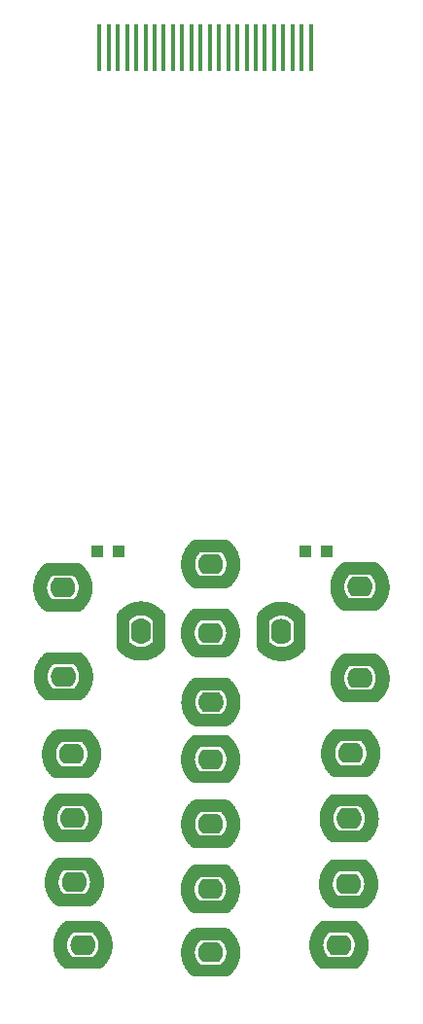
<source format=gbp>
G04 Layer: BottomPasteMaskLayer*
G04 EasyEDA v6.5.21, 2022-10-22 15:56:40*
G04 9ab0f769691e454ba0e7696980ab9178,294cf934c43b457281b0b0dcd80bbfec,10*
G04 Gerber Generator version 0.2*
G04 Scale: 100 percent, Rotated: No, Reflected: No *
G04 Dimensions in millimeters *
G04 leading zeros omitted , absolute positions ,4 integer and 5 decimal *
%FSLAX45Y45*%
%MOMM*%

%AMMACRO1*21,1,$1,$2,0,0,$3*%
%ADD10MACRO1,0.4X4X0.0000*%
%ADD11MACRO1,0.4X3.9998X0.0000*%
%ADD12MACRO1,0.3999X3.9998X0.0000*%
%ADD13MACRO1,0.4001X3.9998X0.0000*%
%ADD14MACRO1,1X1X0.0000*%
%ADD15C,0.0194*%

%LPD*%
D10*
G01*
X-262232Y5505081D03*
G01*
X-342231Y5505081D03*
G01*
X-422231Y5505081D03*
G01*
X-502231Y5505081D03*
G01*
X-582231Y5505081D03*
G01*
X-902233Y5505081D03*
G01*
X-662228Y5505081D03*
G01*
X-742238Y5505081D03*
G01*
X-822228Y5505081D03*
G01*
X-982233Y5505081D03*
G01*
X-1062233Y5505081D03*
G01*
X-1142232Y5505081D03*
G01*
X-1222232Y5505081D03*
G01*
X-1302232Y5505081D03*
D11*
G01*
X-1382242Y5505065D03*
G01*
X-1462222Y5505065D03*
G01*
X-1542225Y5505065D03*
D12*
G01*
X-1622230Y5505065D03*
D13*
G01*
X-1782221Y5505065D03*
G01*
X-1862232Y5505065D03*
D11*
G01*
X-1942230Y5505065D03*
G01*
X-1702238Y5505065D03*
D12*
G01*
X-2022242Y5505065D03*
G01*
X-2102234Y5505065D03*
G36*
X229966Y894933D02*
G01*
X233720Y892078D01*
X237345Y889060D01*
X240827Y885880D01*
X244165Y882548D01*
X247350Y879068D01*
X250372Y875449D01*
X253232Y871700D01*
X255920Y867824D01*
X258432Y863831D01*
X260761Y859731D01*
X262905Y855530D01*
X264855Y851237D01*
X266613Y846858D01*
X268173Y842408D01*
X269529Y837892D01*
X270685Y833318D01*
X271630Y828697D01*
X272369Y824042D01*
X272897Y819353D01*
X273215Y814649D01*
X273321Y809934D01*
X273215Y805218D01*
X272897Y800514D01*
X272369Y795825D01*
X271630Y791169D01*
X270685Y786549D01*
X269529Y781974D01*
X268173Y777458D01*
X266613Y773008D01*
X264855Y768629D01*
X262905Y764336D01*
X260761Y760135D01*
X258432Y756036D01*
X255920Y752043D01*
X253232Y748167D01*
X250372Y744418D01*
X247350Y740798D01*
X244165Y737318D01*
X240827Y733986D01*
X237345Y730806D01*
X233720Y727788D01*
X229966Y724933D01*
X99971Y724933D01*
X96217Y727788D01*
X92593Y730806D01*
X89110Y733986D01*
X85773Y737318D01*
X82588Y740798D01*
X79565Y744418D01*
X76705Y748167D01*
X74018Y752043D01*
X71506Y756036D01*
X69176Y760135D01*
X67033Y764336D01*
X65082Y768629D01*
X63324Y773008D01*
X61765Y777458D01*
X60408Y781974D01*
X59253Y786549D01*
X58308Y791169D01*
X57569Y795825D01*
X57040Y800514D01*
X56723Y805218D01*
X56616Y809934D01*
X56723Y814649D01*
X57040Y819353D01*
X57569Y824042D01*
X58308Y828697D01*
X59253Y833318D01*
X60408Y837892D01*
X61765Y842408D01*
X63324Y846858D01*
X65082Y851237D01*
X67033Y855530D01*
X69176Y859731D01*
X71506Y863831D01*
X74018Y867824D01*
X76705Y871700D01*
X79565Y875449D01*
X82588Y879068D01*
X85773Y882548D01*
X89110Y885880D01*
X92593Y889060D01*
X96217Y892078D01*
X99971Y894933D01*
G37*
G36*
X33197Y913622D02*
G01*
X296735Y913622D01*
X300085Y913726D01*
X303420Y914044D01*
X306730Y914567D01*
X309999Y915299D01*
X313217Y916233D01*
X316372Y917369D01*
X319445Y918700D01*
X322432Y920221D01*
X325315Y921926D01*
X328086Y923810D01*
X330735Y925863D01*
X333248Y928080D01*
X335617Y930450D01*
X337835Y932962D01*
X339887Y935611D01*
X341772Y938382D01*
X343476Y941265D01*
X344998Y944252D01*
X346328Y947326D01*
X347464Y950480D01*
X348399Y953698D01*
X349130Y956967D01*
X349653Y960277D01*
X349971Y963612D01*
X350075Y966962D01*
X349971Y970313D01*
X349653Y973648D01*
X349130Y976957D01*
X348399Y980226D01*
X347464Y983444D01*
X346328Y986599D01*
X344998Y989672D01*
X343476Y992659D01*
X341772Y995542D01*
X339887Y998313D01*
X337835Y1000963D01*
X335617Y1003475D01*
X333248Y1005845D01*
X330735Y1008062D01*
X328086Y1010114D01*
X325315Y1011999D01*
X322432Y1013703D01*
X319445Y1015225D01*
X316372Y1016556D01*
X313217Y1017691D01*
X309999Y1018626D01*
X306730Y1019357D01*
X303420Y1019881D01*
X300085Y1020198D01*
X296735Y1020302D01*
X33197Y1020302D01*
X29847Y1020198D01*
X26512Y1019881D01*
X23202Y1019357D01*
X19933Y1018626D01*
X16715Y1017691D01*
X13561Y1016556D01*
X10487Y1015225D01*
X7500Y1013703D01*
X4617Y1011999D01*
X1846Y1010114D01*
X-802Y1008062D01*
X-3314Y1005845D01*
X-5684Y1003475D01*
X-7901Y1000963D01*
X-9954Y998313D01*
X-11838Y995542D01*
X-13543Y992659D01*
X-15064Y989672D01*
X-16395Y986599D01*
X-17531Y983444D01*
X-18465Y980226D01*
X-19197Y976957D01*
X-19720Y973648D01*
X-20038Y970313D01*
X-20142Y966962D01*
X-20038Y963612D01*
X-19720Y960277D01*
X-19197Y956967D01*
X-18465Y953698D01*
X-17531Y950480D01*
X-16395Y947326D01*
X-15064Y944252D01*
X-13543Y941265D01*
X-11838Y938382D01*
X-9954Y935611D01*
X-7901Y932962D01*
X-5684Y930450D01*
X-3314Y928080D01*
X-802Y925863D01*
X1846Y923810D01*
X4617Y921926D01*
X7500Y920221D01*
X10487Y918700D01*
X13561Y917369D01*
X16715Y916233D01*
X19933Y915299D01*
X23202Y914567D01*
X26512Y914044D01*
X29847Y913726D01*
G37*
G36*
X33195Y599546D02*
G01*
X296732Y599539D01*
X300083Y599643D01*
X303418Y599960D01*
X306727Y600483D01*
X309999Y601215D01*
X313217Y602150D01*
X316369Y603283D01*
X319445Y604613D01*
X322430Y606135D01*
X325315Y607842D01*
X328086Y609724D01*
X330733Y611779D01*
X333248Y613994D01*
X335617Y616364D01*
X337832Y618878D01*
X339887Y621525D01*
X341772Y624296D01*
X343476Y627181D01*
X344998Y630166D01*
X346328Y633242D01*
X347464Y636394D01*
X348399Y639612D01*
X349130Y642881D01*
X349653Y646191D01*
X349971Y649528D01*
X350075Y652876D01*
X349971Y656226D01*
X349653Y659561D01*
X349130Y662871D01*
X348399Y666142D01*
X347464Y669361D01*
X346331Y672513D01*
X345000Y675589D01*
X343479Y678573D01*
X341772Y681459D01*
X339890Y684230D01*
X337835Y686876D01*
X335620Y689391D01*
X333250Y691761D01*
X330735Y693976D01*
X328089Y696031D01*
X325318Y697915D01*
X322432Y699620D01*
X319448Y701141D01*
X316372Y702472D01*
X313220Y703607D01*
X310001Y704542D01*
X306732Y705274D01*
X303423Y705797D01*
X300085Y706114D01*
X296738Y706219D01*
X33200Y706226D01*
X29850Y706122D01*
X26515Y705805D01*
X23205Y705281D01*
X19933Y704550D01*
X16715Y703615D01*
X13563Y702482D01*
X10487Y701151D01*
X7503Y699630D01*
X4617Y697923D01*
X1846Y696041D01*
X-800Y693986D01*
X-3314Y691771D01*
X-5684Y689401D01*
X-7899Y686887D01*
X-9954Y684240D01*
X-11838Y681469D01*
X-13543Y678583D01*
X-15064Y675599D01*
X-16395Y672523D01*
X-17531Y669371D01*
X-18465Y666153D01*
X-19197Y662884D01*
X-19720Y659574D01*
X-20038Y656236D01*
X-20142Y652889D01*
X-20038Y649538D01*
X-19720Y646203D01*
X-19197Y642894D01*
X-18465Y639622D01*
X-17531Y636404D01*
X-16398Y633252D01*
X-15067Y630176D01*
X-13545Y627192D01*
X-11838Y624306D01*
X-9956Y621535D01*
X-7901Y618888D01*
X-5687Y616374D01*
X-3317Y614004D01*
X-802Y611789D01*
X1844Y609734D01*
X4615Y607849D01*
X7500Y606145D01*
X10485Y604624D01*
X13561Y603293D01*
X16713Y602157D01*
X19931Y601223D01*
X23200Y600491D01*
X26509Y599968D01*
X29847Y599650D01*
G37*
G36*
X67485Y693745D02*
G01*
X63238Y697443D01*
X59133Y701299D01*
X55173Y705302D01*
X51363Y709449D01*
X47713Y713737D01*
X44223Y718157D01*
X40899Y722703D01*
X37746Y727369D01*
X34770Y732149D01*
X31973Y737036D01*
X29357Y742025D01*
X26931Y747107D01*
X24693Y752274D01*
X22651Y757521D01*
X20802Y762843D01*
X19154Y768228D01*
X17706Y773668D01*
X16464Y779162D01*
X15422Y784697D01*
X14589Y790265D01*
X13964Y795863D01*
X13545Y801479D01*
X13337Y807105D01*
X13337Y812739D01*
X13545Y818365D01*
X13964Y823981D01*
X14589Y829579D01*
X15422Y835146D01*
X16464Y840681D01*
X17706Y846175D01*
X19154Y851616D01*
X20802Y857001D01*
X22651Y862322D01*
X24693Y867570D01*
X26931Y872736D01*
X29357Y877818D01*
X31973Y882807D01*
X34770Y887694D01*
X37746Y892474D01*
X40899Y897140D01*
X44223Y901687D01*
X47713Y906106D01*
X51363Y910394D01*
X55173Y914542D01*
X59133Y918545D01*
X63238Y922401D01*
X67485Y926099D01*
X69982Y928334D01*
X72336Y930719D01*
X74533Y933249D01*
X76568Y935911D01*
X78432Y938695D01*
X80119Y941590D01*
X81617Y944587D01*
X82928Y947671D01*
X84040Y950831D01*
X84952Y954057D01*
X85661Y957331D01*
X86161Y960645D01*
X86453Y963983D01*
X86535Y967333D01*
X86408Y970681D01*
X86067Y974016D01*
X85521Y977320D01*
X84767Y980587D01*
X83809Y983797D01*
X82654Y986942D01*
X81300Y990008D01*
X79758Y992982D01*
X78033Y995855D01*
X76131Y998613D01*
X74058Y1001247D01*
X71823Y1003744D01*
X69438Y1006099D01*
X66908Y1008296D01*
X64246Y1010330D01*
X61462Y1012195D01*
X58567Y1013881D01*
X55570Y1015380D01*
X52486Y1016690D01*
X49326Y1017803D01*
X46100Y1018715D01*
X42826Y1019423D01*
X39512Y1019924D01*
X36174Y1020216D01*
X32824Y1020297D01*
X29476Y1020170D01*
X26141Y1019830D01*
X22837Y1019284D01*
X19570Y1018529D01*
X16360Y1017572D01*
X13215Y1016416D01*
X10149Y1015062D01*
X7175Y1013520D01*
X4302Y1011796D01*
X1544Y1009893D01*
X-1089Y1007821D01*
X-6593Y1003068D01*
X-11960Y998161D01*
X-17190Y993106D01*
X-22273Y987907D01*
X-27208Y982568D01*
X-31991Y977089D01*
X-36619Y971478D01*
X-41087Y965741D01*
X-45389Y959881D01*
X-49527Y953899D01*
X-53494Y947806D01*
X-57289Y941600D01*
X-60909Y935294D01*
X-64348Y928885D01*
X-67604Y922385D01*
X-70678Y915794D01*
X-73566Y909119D01*
X-76263Y902365D01*
X-78767Y895540D01*
X-81081Y888644D01*
X-83200Y881687D01*
X-85123Y874674D01*
X-86845Y867610D01*
X-88369Y860498D01*
X-89692Y853348D01*
X-90815Y846162D01*
X-91732Y838949D01*
X-92448Y831712D01*
X-92958Y824458D01*
X-93266Y817194D01*
X-93367Y809922D01*
X-93266Y802650D01*
X-92958Y795385D01*
X-92448Y788131D01*
X-91732Y780895D01*
X-90815Y773681D01*
X-89692Y766495D01*
X-88369Y759345D01*
X-86845Y752233D01*
X-85123Y745169D01*
X-83200Y738157D01*
X-81081Y731199D01*
X-78767Y724303D01*
X-76263Y717478D01*
X-73566Y710725D01*
X-70678Y704049D01*
X-67604Y697458D01*
X-64348Y690958D01*
X-60909Y684550D01*
X-57289Y678243D01*
X-53494Y672038D01*
X-49527Y665944D01*
X-45389Y659963D01*
X-41087Y654103D01*
X-36619Y648365D01*
X-31991Y642754D01*
X-27208Y637275D01*
X-22273Y631936D01*
X-17190Y626737D01*
X-11960Y621682D01*
X-6593Y616775D01*
X-1089Y612023D01*
X1544Y609950D01*
X4302Y608048D01*
X7175Y606323D01*
X10149Y604781D01*
X13215Y603427D01*
X16360Y602272D01*
X19570Y601314D01*
X22837Y600560D01*
X26141Y600014D01*
X29476Y599673D01*
X32824Y599546D01*
X36174Y599627D01*
X39512Y599920D01*
X42826Y600420D01*
X46100Y601129D01*
X49326Y602040D01*
X52486Y603153D01*
X55570Y604464D01*
X58567Y605962D01*
X61462Y607649D01*
X64246Y609513D01*
X66908Y611548D01*
X69438Y613745D01*
X71823Y616099D01*
X74058Y618596D01*
X76131Y621230D01*
X78033Y623989D01*
X79758Y626861D01*
X81300Y629836D01*
X82654Y632901D01*
X83809Y636046D01*
X84767Y639257D01*
X85521Y642523D01*
X86067Y645828D01*
X86408Y649163D01*
X86535Y652510D01*
X86453Y655861D01*
X86161Y659198D01*
X85661Y662513D01*
X84952Y665787D01*
X84040Y669013D01*
X82928Y672172D01*
X81617Y675256D01*
X80119Y678253D01*
X78432Y681149D01*
X76568Y683933D01*
X74533Y686595D01*
X72336Y689124D01*
X69982Y691509D01*
G37*
G36*
X77124Y705233D02*
G01*
X73131Y708718D01*
X69275Y712355D01*
X65565Y716140D01*
X62003Y720064D01*
X58597Y724123D01*
X55349Y728314D01*
X52268Y732624D01*
X49354Y737054D01*
X46616Y741591D01*
X44056Y746231D01*
X41678Y750968D01*
X39484Y755792D01*
X37480Y760699D01*
X35666Y765680D01*
X34048Y770727D01*
X32628Y775832D01*
X31404Y780991D01*
X30383Y786190D01*
X29565Y791428D01*
X28948Y796691D01*
X28539Y801977D01*
X28333Y807272D01*
X28333Y812571D01*
X28539Y817867D01*
X28948Y823153D01*
X29565Y828415D01*
X30383Y833653D01*
X31404Y838852D01*
X32628Y844011D01*
X34048Y849116D01*
X35666Y854163D01*
X37480Y859144D01*
X39484Y864052D01*
X41678Y868875D01*
X44056Y873612D01*
X46616Y878253D01*
X49354Y882789D01*
X52268Y887219D01*
X55349Y891529D01*
X58597Y895720D01*
X62003Y899779D01*
X65565Y903704D01*
X69275Y907488D01*
X73131Y911125D01*
X77124Y914610D01*
X79623Y916843D01*
X81975Y919231D01*
X84175Y921758D01*
X86210Y924420D01*
X88074Y927204D01*
X89761Y930102D01*
X91259Y933096D01*
X92570Y936183D01*
X93682Y939342D01*
X94594Y942566D01*
X95303Y945842D01*
X95803Y949154D01*
X96095Y952492D01*
X96177Y955842D01*
X96050Y959192D01*
X95712Y962525D01*
X95163Y965832D01*
X94409Y969096D01*
X93451Y972306D01*
X92295Y975453D01*
X90944Y978519D01*
X89400Y981494D01*
X87675Y984366D01*
X85773Y987125D01*
X83700Y989756D01*
X81467Y992256D01*
X79080Y994608D01*
X76553Y996807D01*
X73891Y998842D01*
X71107Y1000706D01*
X68209Y1002393D01*
X65214Y1003891D01*
X62128Y1005202D01*
X58968Y1006314D01*
X55745Y1007226D01*
X52468Y1007935D01*
X49156Y1008435D01*
X45819Y1008727D01*
X42468Y1008809D01*
X39118Y1008682D01*
X35786Y1008344D01*
X32478Y1007795D01*
X29215Y1007041D01*
X26004Y1006083D01*
X22857Y1004928D01*
X19791Y1003576D01*
X16817Y1002032D01*
X13944Y1000307D01*
X11186Y998405D01*
X8554Y996332D01*
X3197Y991704D01*
X-2019Y986922D01*
X-7096Y981991D01*
X-12029Y976914D01*
X-16812Y971694D01*
X-21440Y966340D01*
X-25910Y960851D01*
X-30220Y955235D01*
X-34363Y949497D01*
X-38338Y943640D01*
X-42141Y937671D01*
X-45770Y931593D01*
X-49220Y925413D01*
X-52489Y919134D01*
X-55572Y912764D01*
X-58470Y906305D01*
X-61178Y899767D01*
X-63695Y893150D01*
X-66019Y886465D01*
X-68148Y879713D01*
X-70081Y872904D01*
X-71813Y866040D01*
X-73345Y859129D01*
X-74675Y852177D01*
X-75803Y845190D01*
X-76725Y838172D01*
X-77447Y831131D01*
X-77960Y824072D01*
X-78270Y816998D01*
X-78371Y809922D01*
X-78270Y802845D01*
X-77960Y795771D01*
X-77447Y788713D01*
X-76725Y781672D01*
X-75803Y774654D01*
X-74675Y767666D01*
X-73345Y760714D01*
X-71813Y753803D01*
X-70081Y746940D01*
X-68148Y740130D01*
X-66019Y733379D01*
X-63695Y726694D01*
X-61178Y720077D01*
X-58470Y713539D01*
X-55572Y707080D01*
X-52489Y700709D01*
X-49220Y694430D01*
X-45770Y688251D01*
X-42141Y682172D01*
X-38338Y676203D01*
X-34363Y670346D01*
X-30220Y664608D01*
X-25910Y658992D01*
X-21440Y653503D01*
X-16812Y648149D01*
X-12029Y642929D01*
X-7096Y637852D01*
X-2019Y632922D01*
X3197Y628139D01*
X8554Y623511D01*
X11186Y621438D01*
X13944Y619536D01*
X16817Y617811D01*
X19791Y616267D01*
X22857Y614916D01*
X26004Y613760D01*
X29215Y612802D01*
X32478Y612048D01*
X35786Y611499D01*
X39118Y611162D01*
X42468Y611035D01*
X45819Y611116D01*
X49156Y611408D01*
X52468Y611908D01*
X55745Y612617D01*
X58968Y613529D01*
X62128Y614641D01*
X65214Y615952D01*
X68209Y617451D01*
X71107Y619137D01*
X73891Y621002D01*
X76553Y623036D01*
X79080Y625236D01*
X81467Y627588D01*
X83700Y630087D01*
X85773Y632719D01*
X87675Y635477D01*
X89400Y638350D01*
X90944Y641324D01*
X92295Y644390D01*
X93451Y647537D01*
X94409Y650747D01*
X95163Y654011D01*
X95712Y657318D01*
X96050Y660651D01*
X96177Y664001D01*
X96095Y667351D01*
X95803Y670689D01*
X95303Y674001D01*
X94594Y677278D01*
X93682Y680501D01*
X92570Y683661D01*
X91259Y686747D01*
X89761Y689742D01*
X88074Y692640D01*
X86210Y695424D01*
X84175Y698085D01*
X81975Y700613D01*
X79623Y703000D01*
G37*
G36*
X252811Y914608D02*
G01*
X256804Y911123D01*
X260659Y907486D01*
X264370Y903704D01*
X267931Y899777D01*
X271340Y895718D01*
X274586Y891529D01*
X277667Y887216D01*
X280581Y882789D01*
X283319Y878250D01*
X285879Y873610D01*
X288256Y868875D01*
X290451Y864049D01*
X292455Y859142D01*
X294269Y854163D01*
X295887Y849116D01*
X297306Y844011D01*
X298531Y838852D01*
X299552Y833653D01*
X300370Y828415D01*
X300984Y823153D01*
X301396Y817867D01*
X301602Y812571D01*
X301602Y807272D01*
X301396Y801977D01*
X300984Y796691D01*
X300370Y791428D01*
X299552Y786190D01*
X298531Y780991D01*
X297306Y775832D01*
X295887Y770727D01*
X294269Y765680D01*
X292455Y760702D01*
X290451Y755794D01*
X288256Y750968D01*
X285879Y746234D01*
X283319Y741593D01*
X280581Y737054D01*
X277667Y732627D01*
X274586Y728314D01*
X271340Y724126D01*
X267931Y720067D01*
X264370Y716140D01*
X260659Y712358D01*
X256804Y708720D01*
X252811Y705236D01*
X250314Y703000D01*
X247962Y700615D01*
X245762Y698085D01*
X243728Y695424D01*
X241863Y692640D01*
X240177Y689744D01*
X238678Y686747D01*
X237368Y683663D01*
X236255Y680504D01*
X235343Y677278D01*
X234635Y674004D01*
X234134Y670689D01*
X233842Y667351D01*
X233761Y664001D01*
X233888Y660654D01*
X234226Y657318D01*
X234774Y654014D01*
X235529Y650747D01*
X236486Y647537D01*
X237642Y644392D01*
X238996Y641327D01*
X240537Y638352D01*
X242262Y635480D01*
X244165Y632721D01*
X246237Y630087D01*
X248472Y627590D01*
X250858Y625238D01*
X253387Y623039D01*
X256049Y621004D01*
X258833Y619140D01*
X261729Y617453D01*
X264726Y615955D01*
X267809Y614644D01*
X270969Y613531D01*
X274195Y612620D01*
X277469Y611911D01*
X280784Y611411D01*
X284121Y611118D01*
X287472Y611037D01*
X290819Y611164D01*
X294154Y611502D01*
X297459Y612051D01*
X300725Y612805D01*
X303936Y613763D01*
X307080Y614918D01*
X310146Y616272D01*
X313121Y617814D01*
X315993Y619539D01*
X318752Y621441D01*
X321386Y623514D01*
X326740Y628142D01*
X331960Y632924D01*
X337037Y637857D01*
X341967Y642934D01*
X346750Y648152D01*
X351378Y653508D01*
X355848Y658995D01*
X360156Y664611D01*
X364302Y670349D01*
X368277Y676206D01*
X372079Y682175D01*
X375706Y688253D01*
X379155Y694433D01*
X382424Y700712D01*
X385508Y707082D01*
X388406Y713541D01*
X391114Y720079D01*
X393633Y726696D01*
X395955Y733381D01*
X398084Y740133D01*
X400016Y746942D01*
X401749Y753805D01*
X403280Y760714D01*
X404611Y767666D01*
X405739Y774654D01*
X406661Y781672D01*
X407382Y788713D01*
X407896Y795774D01*
X408205Y802845D01*
X408307Y809922D01*
X408205Y816998D01*
X407896Y824069D01*
X407382Y831131D01*
X406661Y838172D01*
X405739Y845190D01*
X404611Y852177D01*
X403280Y859129D01*
X401749Y866038D01*
X400016Y872901D01*
X398084Y879711D01*
X395955Y886462D01*
X393633Y893147D01*
X391114Y899764D01*
X388406Y906302D01*
X385508Y912761D01*
X382424Y919132D01*
X379155Y925410D01*
X375706Y931590D01*
X372079Y937668D01*
X368277Y943637D01*
X364302Y949495D01*
X360156Y955233D01*
X355848Y960848D01*
X351378Y966335D01*
X346750Y971692D01*
X341967Y976909D01*
X337037Y981986D01*
X331960Y986919D01*
X326740Y991702D01*
X321386Y996330D01*
X318752Y998402D01*
X315993Y1000305D01*
X313121Y1002030D01*
X310146Y1003571D01*
X307080Y1004925D01*
X303936Y1006081D01*
X300725Y1007038D01*
X297459Y1007793D01*
X294154Y1008341D01*
X290819Y1008679D01*
X287472Y1008806D01*
X284121Y1008725D01*
X280784Y1008433D01*
X277469Y1007932D01*
X274195Y1007224D01*
X270969Y1006312D01*
X267809Y1005199D01*
X264726Y1003889D01*
X261729Y1002390D01*
X258833Y1000704D01*
X256049Y998839D01*
X253387Y996805D01*
X250858Y994605D01*
X248472Y992253D01*
X246237Y989756D01*
X244165Y987122D01*
X242262Y984364D01*
X240537Y981491D01*
X238996Y978517D01*
X237642Y975451D01*
X236486Y972306D01*
X235529Y969096D01*
X234774Y965829D01*
X234226Y962525D01*
X233888Y959190D01*
X233761Y955842D01*
X233842Y952492D01*
X234134Y949154D01*
X234635Y945840D01*
X235343Y942566D01*
X236255Y939340D01*
X237368Y936180D01*
X238678Y933096D01*
X240177Y930099D01*
X241863Y927204D01*
X243728Y924420D01*
X245762Y921758D01*
X247962Y919228D01*
X250314Y916843D01*
G37*
G36*
X262450Y926099D02*
G01*
X266697Y922401D01*
X270804Y918545D01*
X274764Y914542D01*
X278571Y910391D01*
X282224Y906106D01*
X285714Y901687D01*
X289036Y897140D01*
X292188Y892474D01*
X295165Y887694D01*
X297964Y882804D01*
X300578Y877818D01*
X303006Y872736D01*
X305241Y867567D01*
X307286Y862319D01*
X309133Y857001D01*
X310781Y851616D01*
X312229Y846173D01*
X313474Y840681D01*
X314512Y835146D01*
X315346Y829576D01*
X315973Y823981D01*
X316390Y818365D01*
X316600Y812736D01*
X316600Y807105D01*
X316390Y801476D01*
X315973Y795860D01*
X315346Y790265D01*
X314512Y784694D01*
X313474Y779160D01*
X312229Y773668D01*
X310781Y768225D01*
X309133Y762840D01*
X307286Y757521D01*
X305241Y752274D01*
X303006Y747105D01*
X300578Y742022D01*
X297964Y737036D01*
X295165Y732147D01*
X292188Y727367D01*
X289036Y722701D01*
X285714Y718154D01*
X282224Y713734D01*
X278571Y709449D01*
X274764Y705299D01*
X270804Y701296D01*
X266697Y697440D01*
X262450Y693742D01*
X259953Y691509D01*
X257601Y689122D01*
X255402Y686595D01*
X253367Y683933D01*
X251503Y681146D01*
X249816Y678251D01*
X248318Y675253D01*
X247007Y672170D01*
X245894Y669010D01*
X244982Y665784D01*
X244274Y662510D01*
X243773Y659196D01*
X243481Y655858D01*
X243400Y652508D01*
X243527Y649160D01*
X243865Y645828D01*
X244414Y642520D01*
X245168Y639257D01*
X246125Y636043D01*
X247281Y632899D01*
X248635Y629833D01*
X250177Y626859D01*
X251901Y623986D01*
X253804Y621228D01*
X255877Y618594D01*
X258109Y616097D01*
X260497Y613745D01*
X263024Y611545D01*
X265686Y609511D01*
X268472Y607646D01*
X271368Y605960D01*
X274365Y604461D01*
X277449Y603150D01*
X280609Y602038D01*
X283834Y601126D01*
X287108Y600417D01*
X290423Y599917D01*
X293761Y599625D01*
X297111Y599544D01*
X300459Y599671D01*
X303791Y600008D01*
X307098Y600557D01*
X310362Y601311D01*
X313575Y602269D01*
X316720Y603425D01*
X319785Y604779D01*
X322760Y606320D01*
X325633Y608045D01*
X328391Y609947D01*
X331025Y612020D01*
X336529Y616772D01*
X341896Y621677D01*
X347126Y626732D01*
X352209Y631934D01*
X357144Y637273D01*
X361929Y642752D01*
X366555Y648362D01*
X371022Y654100D01*
X375328Y659960D01*
X379465Y665942D01*
X383433Y672035D01*
X387228Y678240D01*
X390845Y684547D01*
X394284Y690956D01*
X397543Y697456D01*
X400616Y704047D01*
X403501Y710722D01*
X406199Y717476D01*
X408706Y724301D01*
X411020Y731197D01*
X413138Y738154D01*
X415058Y745167D01*
X416783Y752231D01*
X418307Y759343D01*
X419630Y766493D01*
X420750Y773678D01*
X421670Y780892D01*
X422386Y788128D01*
X422897Y795383D01*
X423204Y802650D01*
X423306Y809919D01*
X423204Y817191D01*
X422897Y824458D01*
X422386Y831712D01*
X421670Y838949D01*
X420750Y846162D01*
X419630Y853348D01*
X418307Y860498D01*
X416783Y867610D01*
X415058Y874674D01*
X413138Y881687D01*
X411020Y888644D01*
X408706Y895540D01*
X406199Y902365D01*
X403501Y909119D01*
X400616Y915794D01*
X397543Y922385D01*
X394284Y928885D01*
X390845Y935294D01*
X387228Y941600D01*
X383433Y947806D01*
X379465Y953899D01*
X375328Y959881D01*
X371022Y965741D01*
X366555Y971478D01*
X361929Y977089D01*
X357144Y982568D01*
X352209Y987907D01*
X347126Y993109D01*
X341896Y998164D01*
X336529Y1003068D01*
X331025Y1007821D01*
X328391Y1009893D01*
X325633Y1011796D01*
X322760Y1013520D01*
X319785Y1015062D01*
X316720Y1016416D01*
X313575Y1017572D01*
X310362Y1018529D01*
X307098Y1019284D01*
X303791Y1019832D01*
X300459Y1020170D01*
X297111Y1020297D01*
X293761Y1020216D01*
X290423Y1019924D01*
X287108Y1019423D01*
X283834Y1018715D01*
X280609Y1017803D01*
X277449Y1016690D01*
X274365Y1015380D01*
X271368Y1013881D01*
X268472Y1012195D01*
X265686Y1010330D01*
X263024Y1008296D01*
X260497Y1006096D01*
X258109Y1003744D01*
X255877Y1001247D01*
X253804Y998613D01*
X251901Y995855D01*
X250177Y992982D01*
X248635Y990008D01*
X247281Y986942D01*
X246125Y983797D01*
X245168Y980584D01*
X244414Y977320D01*
X243865Y974013D01*
X243527Y970681D01*
X243400Y967333D01*
X243481Y963983D01*
X243773Y960645D01*
X244274Y957331D01*
X244982Y954057D01*
X245894Y950831D01*
X247007Y947671D01*
X248318Y944587D01*
X249816Y941590D01*
X251503Y938695D01*
X253367Y935908D01*
X255402Y933246D01*
X257601Y930719D01*
X259953Y928331D01*
G37*
G36*
X-1069243Y1091783D02*
G01*
X-1065489Y1088928D01*
X-1061864Y1085910D01*
X-1058382Y1082730D01*
X-1055044Y1079398D01*
X-1051859Y1075918D01*
X-1048837Y1072299D01*
X-1045977Y1068550D01*
X-1043289Y1064674D01*
X-1040777Y1060681D01*
X-1038448Y1056581D01*
X-1036304Y1052380D01*
X-1034354Y1048087D01*
X-1032596Y1043708D01*
X-1031036Y1039258D01*
X-1029680Y1034742D01*
X-1028524Y1030168D01*
X-1027579Y1025547D01*
X-1026840Y1020892D01*
X-1026312Y1016203D01*
X-1025994Y1011499D01*
X-1025888Y1006784D01*
X-1025994Y1002068D01*
X-1026312Y997364D01*
X-1026840Y992675D01*
X-1027579Y988019D01*
X-1028524Y983399D01*
X-1029680Y978824D01*
X-1031036Y974308D01*
X-1032596Y969858D01*
X-1034354Y965479D01*
X-1036304Y961186D01*
X-1038448Y956985D01*
X-1040777Y952886D01*
X-1043289Y948893D01*
X-1045977Y945017D01*
X-1048837Y941268D01*
X-1051859Y937648D01*
X-1055044Y934168D01*
X-1058382Y930836D01*
X-1061864Y927656D01*
X-1065489Y924638D01*
X-1069243Y921783D01*
X-1199238Y921783D01*
X-1202992Y924638D01*
X-1206616Y927656D01*
X-1210099Y930836D01*
X-1213436Y934168D01*
X-1216621Y937648D01*
X-1219644Y941268D01*
X-1222504Y945017D01*
X-1225191Y948893D01*
X-1227703Y952886D01*
X-1230033Y956985D01*
X-1232176Y961186D01*
X-1234127Y965479D01*
X-1235885Y969858D01*
X-1237444Y974308D01*
X-1238801Y978824D01*
X-1239956Y983399D01*
X-1240901Y988019D01*
X-1241640Y992675D01*
X-1242169Y997364D01*
X-1242486Y1002068D01*
X-1242593Y1006784D01*
X-1242486Y1011499D01*
X-1242169Y1016203D01*
X-1241640Y1020892D01*
X-1240901Y1025547D01*
X-1239956Y1030168D01*
X-1238801Y1034742D01*
X-1237444Y1039258D01*
X-1235885Y1043708D01*
X-1234127Y1048087D01*
X-1232176Y1052380D01*
X-1230033Y1056581D01*
X-1227703Y1060681D01*
X-1225191Y1064674D01*
X-1222504Y1068550D01*
X-1219644Y1072299D01*
X-1216621Y1075918D01*
X-1213436Y1079398D01*
X-1210099Y1082730D01*
X-1206616Y1085910D01*
X-1202992Y1088928D01*
X-1199238Y1091783D01*
G37*
G36*
X-1266012Y1110472D02*
G01*
X-1002474Y1110472D01*
X-999124Y1110576D01*
X-995789Y1110894D01*
X-992479Y1111417D01*
X-989210Y1112149D01*
X-985992Y1113083D01*
X-982837Y1114219D01*
X-979764Y1115550D01*
X-976777Y1117071D01*
X-973894Y1118776D01*
X-971123Y1120660D01*
X-968474Y1122713D01*
X-965962Y1124930D01*
X-963592Y1127300D01*
X-961374Y1129812D01*
X-959322Y1132461D01*
X-957437Y1135232D01*
X-955733Y1138115D01*
X-954211Y1141102D01*
X-952881Y1144176D01*
X-951745Y1147330D01*
X-950810Y1150548D01*
X-950079Y1153817D01*
X-949556Y1157127D01*
X-949238Y1160462D01*
X-949134Y1163812D01*
X-949238Y1167163D01*
X-949556Y1170498D01*
X-950079Y1173807D01*
X-950810Y1177076D01*
X-951745Y1180294D01*
X-952881Y1183449D01*
X-954211Y1186522D01*
X-955733Y1189509D01*
X-957437Y1192392D01*
X-959322Y1195163D01*
X-961374Y1197813D01*
X-963592Y1200325D01*
X-965962Y1202695D01*
X-968474Y1204912D01*
X-971123Y1206964D01*
X-973894Y1208849D01*
X-976777Y1210553D01*
X-979764Y1212075D01*
X-982837Y1213406D01*
X-985992Y1214541D01*
X-989210Y1215476D01*
X-992479Y1216207D01*
X-995789Y1216731D01*
X-999124Y1217048D01*
X-1002474Y1217152D01*
X-1266012Y1217152D01*
X-1269362Y1217048D01*
X-1272697Y1216731D01*
X-1276007Y1216207D01*
X-1279276Y1215476D01*
X-1282494Y1214541D01*
X-1285648Y1213406D01*
X-1288722Y1212075D01*
X-1291709Y1210553D01*
X-1294592Y1208849D01*
X-1297363Y1206964D01*
X-1300012Y1204912D01*
X-1302524Y1202695D01*
X-1304894Y1200325D01*
X-1307111Y1197813D01*
X-1309164Y1195163D01*
X-1311048Y1192392D01*
X-1312753Y1189509D01*
X-1314274Y1186522D01*
X-1315605Y1183449D01*
X-1316741Y1180294D01*
X-1317675Y1177076D01*
X-1318407Y1173807D01*
X-1318930Y1170498D01*
X-1319248Y1167163D01*
X-1319352Y1163812D01*
X-1319248Y1160462D01*
X-1318930Y1157127D01*
X-1318407Y1153817D01*
X-1317675Y1150548D01*
X-1316741Y1147330D01*
X-1315605Y1144176D01*
X-1314274Y1141102D01*
X-1312753Y1138115D01*
X-1311048Y1135232D01*
X-1309164Y1132461D01*
X-1307111Y1129812D01*
X-1304894Y1127300D01*
X-1302524Y1124930D01*
X-1300012Y1122713D01*
X-1297363Y1120660D01*
X-1294592Y1118776D01*
X-1291709Y1117071D01*
X-1288722Y1115550D01*
X-1285648Y1114219D01*
X-1282494Y1113083D01*
X-1279276Y1112149D01*
X-1276007Y1111417D01*
X-1272697Y1110894D01*
X-1269362Y1110576D01*
G37*
G36*
X-1266014Y796396D02*
G01*
X-1002477Y796389D01*
X-999126Y796493D01*
X-995791Y796810D01*
X-992482Y797333D01*
X-989210Y798065D01*
X-985992Y799000D01*
X-982840Y800133D01*
X-979764Y801463D01*
X-976779Y802985D01*
X-973894Y804692D01*
X-971123Y806574D01*
X-968476Y808629D01*
X-965962Y810844D01*
X-963592Y813214D01*
X-961377Y815728D01*
X-959322Y818375D01*
X-957437Y821146D01*
X-955733Y824031D01*
X-954211Y827016D01*
X-952881Y830092D01*
X-951745Y833244D01*
X-950810Y836462D01*
X-950079Y839731D01*
X-949556Y843041D01*
X-949238Y846378D01*
X-949134Y849726D01*
X-949238Y853076D01*
X-949556Y856411D01*
X-950079Y859721D01*
X-950810Y862992D01*
X-951745Y866211D01*
X-952878Y869363D01*
X-954209Y872439D01*
X-955730Y875423D01*
X-957437Y878309D01*
X-959319Y881080D01*
X-961374Y883726D01*
X-963589Y886241D01*
X-965959Y888611D01*
X-968474Y890826D01*
X-971120Y892881D01*
X-973891Y894765D01*
X-976777Y896470D01*
X-979761Y897991D01*
X-982837Y899322D01*
X-985989Y900457D01*
X-989208Y901392D01*
X-992477Y902124D01*
X-995786Y902647D01*
X-999124Y902964D01*
X-1002471Y903069D01*
X-1266009Y903076D01*
X-1269359Y902972D01*
X-1272694Y902655D01*
X-1276004Y902131D01*
X-1279276Y901400D01*
X-1282494Y900465D01*
X-1285646Y899332D01*
X-1288722Y898001D01*
X-1291706Y896480D01*
X-1294592Y894773D01*
X-1297363Y892891D01*
X-1300010Y890836D01*
X-1302524Y888621D01*
X-1304894Y886251D01*
X-1307109Y883737D01*
X-1309164Y881090D01*
X-1311048Y878319D01*
X-1312753Y875433D01*
X-1314274Y872449D01*
X-1315605Y869373D01*
X-1316741Y866221D01*
X-1317675Y863003D01*
X-1318407Y859734D01*
X-1318930Y856424D01*
X-1319248Y853086D01*
X-1319352Y849739D01*
X-1319248Y846388D01*
X-1318930Y843053D01*
X-1318407Y839744D01*
X-1317675Y836472D01*
X-1316741Y833254D01*
X-1315608Y830102D01*
X-1314277Y827026D01*
X-1312755Y824042D01*
X-1311048Y821156D01*
X-1309166Y818385D01*
X-1307111Y815738D01*
X-1304897Y813224D01*
X-1302527Y810854D01*
X-1300012Y808639D01*
X-1297365Y806584D01*
X-1294594Y804699D01*
X-1291709Y802995D01*
X-1288724Y801474D01*
X-1285648Y800143D01*
X-1282496Y799007D01*
X-1279278Y798073D01*
X-1276009Y797341D01*
X-1272700Y796818D01*
X-1269362Y796500D01*
G37*
G36*
X-1231724Y890595D02*
G01*
X-1235971Y894293D01*
X-1240076Y898149D01*
X-1244036Y902152D01*
X-1247846Y906299D01*
X-1251496Y910587D01*
X-1254986Y915007D01*
X-1258310Y919553D01*
X-1261463Y924219D01*
X-1264439Y928999D01*
X-1267236Y933886D01*
X-1269852Y938875D01*
X-1272278Y943957D01*
X-1274516Y949124D01*
X-1276558Y954371D01*
X-1278407Y959693D01*
X-1280055Y965078D01*
X-1281503Y970518D01*
X-1282745Y976012D01*
X-1283787Y981547D01*
X-1284620Y987115D01*
X-1285245Y992713D01*
X-1285664Y998329D01*
X-1285872Y1003955D01*
X-1285872Y1009589D01*
X-1285664Y1015215D01*
X-1285245Y1020831D01*
X-1284620Y1026429D01*
X-1283787Y1031996D01*
X-1282745Y1037531D01*
X-1281503Y1043025D01*
X-1280055Y1048466D01*
X-1278407Y1053851D01*
X-1276558Y1059172D01*
X-1274516Y1064420D01*
X-1272278Y1069586D01*
X-1269852Y1074668D01*
X-1267236Y1079657D01*
X-1264439Y1084544D01*
X-1261463Y1089324D01*
X-1258310Y1093990D01*
X-1254986Y1098537D01*
X-1251496Y1102956D01*
X-1247846Y1107244D01*
X-1244036Y1111392D01*
X-1240076Y1115395D01*
X-1235971Y1119251D01*
X-1231724Y1122949D01*
X-1229227Y1125184D01*
X-1226873Y1127569D01*
X-1224676Y1130099D01*
X-1222641Y1132761D01*
X-1220777Y1135545D01*
X-1219090Y1138440D01*
X-1217592Y1141437D01*
X-1216281Y1144521D01*
X-1215169Y1147681D01*
X-1214257Y1150907D01*
X-1213548Y1154181D01*
X-1213048Y1157495D01*
X-1212756Y1160833D01*
X-1212674Y1164183D01*
X-1212801Y1167531D01*
X-1213142Y1170866D01*
X-1213688Y1174170D01*
X-1214442Y1177437D01*
X-1215400Y1180647D01*
X-1216555Y1183792D01*
X-1217909Y1186858D01*
X-1219451Y1189832D01*
X-1221176Y1192705D01*
X-1223078Y1195463D01*
X-1225151Y1198097D01*
X-1227386Y1200594D01*
X-1229771Y1202949D01*
X-1232301Y1205146D01*
X-1234963Y1207180D01*
X-1237747Y1209045D01*
X-1240642Y1210731D01*
X-1243639Y1212230D01*
X-1246723Y1213540D01*
X-1249883Y1214653D01*
X-1253109Y1215565D01*
X-1256383Y1216273D01*
X-1259697Y1216774D01*
X-1263035Y1217066D01*
X-1266385Y1217147D01*
X-1269733Y1217020D01*
X-1273068Y1216680D01*
X-1276372Y1216134D01*
X-1279639Y1215379D01*
X-1282849Y1214422D01*
X-1285994Y1213266D01*
X-1289060Y1211912D01*
X-1292034Y1210370D01*
X-1294907Y1208646D01*
X-1297665Y1206743D01*
X-1300299Y1204671D01*
X-1305803Y1199918D01*
X-1311170Y1195011D01*
X-1316400Y1189956D01*
X-1321483Y1184757D01*
X-1326418Y1179418D01*
X-1331201Y1173939D01*
X-1335829Y1168328D01*
X-1340297Y1162591D01*
X-1344599Y1156731D01*
X-1348737Y1150749D01*
X-1352704Y1144656D01*
X-1356499Y1138450D01*
X-1360119Y1132144D01*
X-1363558Y1125735D01*
X-1366814Y1119235D01*
X-1369888Y1112644D01*
X-1372776Y1105969D01*
X-1375473Y1099215D01*
X-1377977Y1092390D01*
X-1380291Y1085494D01*
X-1382410Y1078537D01*
X-1384333Y1071524D01*
X-1386055Y1064460D01*
X-1387579Y1057348D01*
X-1388902Y1050198D01*
X-1390025Y1043012D01*
X-1390942Y1035799D01*
X-1391658Y1028562D01*
X-1392168Y1021308D01*
X-1392476Y1014044D01*
X-1392577Y1006772D01*
X-1392476Y999500D01*
X-1392168Y992235D01*
X-1391658Y984981D01*
X-1390942Y977745D01*
X-1390025Y970531D01*
X-1388902Y963345D01*
X-1387579Y956195D01*
X-1386055Y949083D01*
X-1384333Y942019D01*
X-1382410Y935007D01*
X-1380291Y928049D01*
X-1377977Y921153D01*
X-1375473Y914328D01*
X-1372776Y907575D01*
X-1369888Y900899D01*
X-1366814Y894308D01*
X-1363558Y887808D01*
X-1360119Y881400D01*
X-1356499Y875093D01*
X-1352704Y868888D01*
X-1348737Y862794D01*
X-1344599Y856813D01*
X-1340297Y850953D01*
X-1335829Y845215D01*
X-1331201Y839604D01*
X-1326418Y834125D01*
X-1321483Y828786D01*
X-1316400Y823587D01*
X-1311170Y818532D01*
X-1305803Y813625D01*
X-1300299Y808873D01*
X-1297665Y806800D01*
X-1294907Y804898D01*
X-1292034Y803173D01*
X-1289060Y801631D01*
X-1285994Y800277D01*
X-1282849Y799122D01*
X-1279639Y798164D01*
X-1276372Y797410D01*
X-1273068Y796864D01*
X-1269733Y796523D01*
X-1266385Y796396D01*
X-1263035Y796477D01*
X-1259697Y796770D01*
X-1256383Y797270D01*
X-1253109Y797979D01*
X-1249883Y798890D01*
X-1246723Y800003D01*
X-1243639Y801314D01*
X-1240642Y802812D01*
X-1237747Y804499D01*
X-1234963Y806363D01*
X-1232301Y808398D01*
X-1229771Y810595D01*
X-1227386Y812949D01*
X-1225151Y815446D01*
X-1223078Y818080D01*
X-1221176Y820839D01*
X-1219451Y823711D01*
X-1217909Y826686D01*
X-1216555Y829751D01*
X-1215400Y832896D01*
X-1214442Y836107D01*
X-1213688Y839373D01*
X-1213142Y842678D01*
X-1212801Y846013D01*
X-1212674Y849360D01*
X-1212756Y852711D01*
X-1213048Y856048D01*
X-1213548Y859363D01*
X-1214257Y862637D01*
X-1215169Y865863D01*
X-1216281Y869022D01*
X-1217592Y872106D01*
X-1219090Y875103D01*
X-1220777Y877999D01*
X-1222641Y880783D01*
X-1224676Y883445D01*
X-1226873Y885974D01*
X-1229227Y888359D01*
G37*
G36*
X-1222085Y902083D02*
G01*
X-1226078Y905568D01*
X-1229934Y909205D01*
X-1233644Y912990D01*
X-1237206Y916914D01*
X-1240612Y920973D01*
X-1243860Y925164D01*
X-1246941Y929474D01*
X-1249855Y933904D01*
X-1252593Y938441D01*
X-1255153Y943081D01*
X-1257531Y947818D01*
X-1259725Y952642D01*
X-1261729Y957549D01*
X-1263543Y962530D01*
X-1265161Y967577D01*
X-1266581Y972682D01*
X-1267805Y977841D01*
X-1268826Y983040D01*
X-1269644Y988278D01*
X-1270261Y993541D01*
X-1270670Y998827D01*
X-1270876Y1004122D01*
X-1270876Y1009421D01*
X-1270670Y1014717D01*
X-1270261Y1020003D01*
X-1269644Y1025265D01*
X-1268826Y1030503D01*
X-1267805Y1035702D01*
X-1266581Y1040861D01*
X-1265161Y1045966D01*
X-1263543Y1051013D01*
X-1261729Y1055994D01*
X-1259725Y1060902D01*
X-1257531Y1065725D01*
X-1255153Y1070462D01*
X-1252593Y1075103D01*
X-1249855Y1079639D01*
X-1246941Y1084069D01*
X-1243860Y1088379D01*
X-1240612Y1092570D01*
X-1237206Y1096629D01*
X-1233644Y1100554D01*
X-1229934Y1104338D01*
X-1226078Y1107975D01*
X-1222085Y1111460D01*
X-1219586Y1113693D01*
X-1217234Y1116081D01*
X-1215034Y1118608D01*
X-1212999Y1121270D01*
X-1211135Y1124054D01*
X-1209448Y1126952D01*
X-1207950Y1129946D01*
X-1206639Y1133033D01*
X-1205527Y1136192D01*
X-1204615Y1139416D01*
X-1203906Y1142692D01*
X-1203406Y1146004D01*
X-1203114Y1149342D01*
X-1203032Y1152692D01*
X-1203159Y1156042D01*
X-1203497Y1159375D01*
X-1204046Y1162682D01*
X-1204800Y1165946D01*
X-1205758Y1169156D01*
X-1206914Y1172303D01*
X-1208265Y1175369D01*
X-1209809Y1178344D01*
X-1211534Y1181216D01*
X-1213436Y1183975D01*
X-1215509Y1186606D01*
X-1217742Y1189106D01*
X-1220129Y1191458D01*
X-1222656Y1193657D01*
X-1225318Y1195692D01*
X-1228102Y1197556D01*
X-1231000Y1199243D01*
X-1233995Y1200741D01*
X-1237081Y1202052D01*
X-1240241Y1203164D01*
X-1243464Y1204076D01*
X-1246741Y1204785D01*
X-1250053Y1205285D01*
X-1253390Y1205577D01*
X-1256741Y1205659D01*
X-1260091Y1205532D01*
X-1263423Y1205194D01*
X-1266731Y1204645D01*
X-1269994Y1203891D01*
X-1273205Y1202933D01*
X-1276352Y1201778D01*
X-1279418Y1200426D01*
X-1282392Y1198882D01*
X-1285265Y1197157D01*
X-1288023Y1195255D01*
X-1290655Y1193182D01*
X-1296012Y1188554D01*
X-1301229Y1183772D01*
X-1306306Y1178841D01*
X-1311239Y1173764D01*
X-1316022Y1168544D01*
X-1320650Y1163190D01*
X-1325120Y1157701D01*
X-1329430Y1152085D01*
X-1333573Y1146347D01*
X-1337548Y1140490D01*
X-1341351Y1134521D01*
X-1344980Y1128443D01*
X-1348430Y1122263D01*
X-1351699Y1115984D01*
X-1354782Y1109614D01*
X-1357680Y1103155D01*
X-1360388Y1096617D01*
X-1362905Y1090000D01*
X-1365229Y1083315D01*
X-1367358Y1076563D01*
X-1369291Y1069754D01*
X-1371023Y1062890D01*
X-1372555Y1055979D01*
X-1373886Y1049027D01*
X-1375013Y1042040D01*
X-1375935Y1035022D01*
X-1376657Y1027981D01*
X-1377170Y1020922D01*
X-1377480Y1013848D01*
X-1377581Y1006772D01*
X-1377480Y999695D01*
X-1377170Y992621D01*
X-1376657Y985563D01*
X-1375935Y978522D01*
X-1375013Y971504D01*
X-1373886Y964516D01*
X-1372555Y957564D01*
X-1371023Y950653D01*
X-1369291Y943790D01*
X-1367358Y936980D01*
X-1365229Y930229D01*
X-1362905Y923544D01*
X-1360388Y916927D01*
X-1357680Y910389D01*
X-1354782Y903930D01*
X-1351699Y897559D01*
X-1348430Y891280D01*
X-1344980Y885101D01*
X-1341351Y879022D01*
X-1337548Y873053D01*
X-1333573Y867196D01*
X-1329430Y861458D01*
X-1325120Y855842D01*
X-1320650Y850353D01*
X-1316022Y844999D01*
X-1311239Y839779D01*
X-1306306Y834702D01*
X-1301229Y829772D01*
X-1296012Y824989D01*
X-1290655Y820361D01*
X-1288023Y818288D01*
X-1285265Y816386D01*
X-1282392Y814661D01*
X-1279418Y813117D01*
X-1276352Y811766D01*
X-1273205Y810610D01*
X-1269994Y809652D01*
X-1266731Y808898D01*
X-1263423Y808349D01*
X-1260091Y808012D01*
X-1256741Y807885D01*
X-1253390Y807966D01*
X-1250053Y808258D01*
X-1246741Y808758D01*
X-1243464Y809467D01*
X-1240241Y810379D01*
X-1237081Y811491D01*
X-1233995Y812802D01*
X-1231000Y814301D01*
X-1228102Y815987D01*
X-1225318Y817852D01*
X-1222656Y819886D01*
X-1220129Y822086D01*
X-1217742Y824438D01*
X-1215509Y826937D01*
X-1213436Y829569D01*
X-1211534Y832327D01*
X-1209809Y835200D01*
X-1208265Y838174D01*
X-1206914Y841240D01*
X-1205758Y844387D01*
X-1204800Y847597D01*
X-1204046Y850861D01*
X-1203497Y854168D01*
X-1203159Y857501D01*
X-1203032Y860851D01*
X-1203114Y864201D01*
X-1203406Y867539D01*
X-1203906Y870851D01*
X-1204615Y874128D01*
X-1205527Y877351D01*
X-1206639Y880511D01*
X-1207950Y883597D01*
X-1209448Y886592D01*
X-1211135Y889490D01*
X-1212999Y892274D01*
X-1215034Y894935D01*
X-1217234Y897463D01*
X-1219586Y899850D01*
G37*
G36*
X-1046398Y1111458D02*
G01*
X-1042405Y1107973D01*
X-1038550Y1104336D01*
X-1034839Y1100554D01*
X-1031278Y1096627D01*
X-1027869Y1092568D01*
X-1024623Y1088379D01*
X-1021542Y1084066D01*
X-1018628Y1079639D01*
X-1015890Y1075100D01*
X-1013330Y1070460D01*
X-1010953Y1065725D01*
X-1008758Y1060899D01*
X-1006754Y1055992D01*
X-1004940Y1051013D01*
X-1003322Y1045966D01*
X-1001902Y1040861D01*
X-1000678Y1035702D01*
X-999657Y1030503D01*
X-998839Y1025265D01*
X-998225Y1020003D01*
X-997813Y1014717D01*
X-997607Y1009421D01*
X-997607Y1004122D01*
X-997813Y998827D01*
X-998225Y993541D01*
X-998839Y988278D01*
X-999657Y983040D01*
X-1000678Y977841D01*
X-1001902Y972682D01*
X-1003322Y967577D01*
X-1004940Y962530D01*
X-1006754Y957552D01*
X-1008758Y952644D01*
X-1010953Y947818D01*
X-1013330Y943084D01*
X-1015890Y938443D01*
X-1018628Y933904D01*
X-1021542Y929477D01*
X-1024623Y925164D01*
X-1027869Y920976D01*
X-1031278Y916917D01*
X-1034839Y912990D01*
X-1038550Y909208D01*
X-1042405Y905570D01*
X-1046398Y902086D01*
X-1048895Y899850D01*
X-1051247Y897465D01*
X-1053447Y894935D01*
X-1055481Y892274D01*
X-1057346Y889490D01*
X-1059032Y886594D01*
X-1060531Y883597D01*
X-1061841Y880513D01*
X-1062954Y877354D01*
X-1063866Y874128D01*
X-1064574Y870854D01*
X-1065075Y867539D01*
X-1065367Y864201D01*
X-1065448Y860851D01*
X-1065321Y857504D01*
X-1064983Y854168D01*
X-1064435Y850864D01*
X-1063680Y847597D01*
X-1062723Y844387D01*
X-1061567Y841242D01*
X-1060213Y838177D01*
X-1058672Y835202D01*
X-1056947Y832330D01*
X-1055044Y829571D01*
X-1052972Y826937D01*
X-1050737Y824440D01*
X-1048351Y822088D01*
X-1045822Y819889D01*
X-1043160Y817854D01*
X-1040376Y815990D01*
X-1037480Y814303D01*
X-1034483Y812805D01*
X-1031400Y811494D01*
X-1028240Y810381D01*
X-1025014Y809470D01*
X-1021740Y808761D01*
X-1018425Y808261D01*
X-1015088Y807968D01*
X-1011737Y807887D01*
X-1008390Y808014D01*
X-1005055Y808352D01*
X-1001750Y808901D01*
X-998484Y809655D01*
X-995273Y810613D01*
X-992129Y811768D01*
X-989063Y813122D01*
X-986088Y814664D01*
X-983216Y816389D01*
X-980457Y818291D01*
X-977823Y820364D01*
X-972469Y824992D01*
X-967249Y829774D01*
X-962172Y834707D01*
X-957242Y839784D01*
X-952459Y845002D01*
X-947831Y850358D01*
X-943361Y855845D01*
X-939053Y861461D01*
X-934907Y867199D01*
X-930932Y873056D01*
X-927130Y879025D01*
X-923503Y885103D01*
X-920054Y891283D01*
X-916785Y897562D01*
X-913701Y903932D01*
X-910803Y910391D01*
X-908095Y916929D01*
X-905576Y923546D01*
X-903254Y930231D01*
X-901125Y936983D01*
X-899193Y943792D01*
X-897460Y950655D01*
X-895929Y957564D01*
X-894598Y964516D01*
X-893470Y971504D01*
X-892548Y978522D01*
X-891827Y985563D01*
X-891313Y992624D01*
X-891004Y999695D01*
X-890902Y1006772D01*
X-891004Y1013848D01*
X-891313Y1020919D01*
X-891827Y1027981D01*
X-892548Y1035022D01*
X-893470Y1042040D01*
X-894598Y1049027D01*
X-895929Y1055979D01*
X-897460Y1062888D01*
X-899193Y1069751D01*
X-901125Y1076561D01*
X-903254Y1083312D01*
X-905576Y1089997D01*
X-908095Y1096614D01*
X-910803Y1103152D01*
X-913701Y1109611D01*
X-916785Y1115982D01*
X-920054Y1122260D01*
X-923503Y1128440D01*
X-927130Y1134518D01*
X-930932Y1140487D01*
X-934907Y1146345D01*
X-939053Y1152083D01*
X-943361Y1157698D01*
X-947831Y1163185D01*
X-952459Y1168542D01*
X-957242Y1173759D01*
X-962172Y1178836D01*
X-967249Y1183769D01*
X-972469Y1188552D01*
X-977823Y1193180D01*
X-980457Y1195252D01*
X-983216Y1197155D01*
X-986088Y1198880D01*
X-989063Y1200421D01*
X-992129Y1201775D01*
X-995273Y1202931D01*
X-998484Y1203888D01*
X-1001750Y1204643D01*
X-1005055Y1205191D01*
X-1008390Y1205529D01*
X-1011737Y1205656D01*
X-1015088Y1205575D01*
X-1018425Y1205283D01*
X-1021740Y1204782D01*
X-1025014Y1204074D01*
X-1028240Y1203162D01*
X-1031400Y1202049D01*
X-1034483Y1200739D01*
X-1037480Y1199240D01*
X-1040376Y1197554D01*
X-1043160Y1195689D01*
X-1045822Y1193655D01*
X-1048351Y1191455D01*
X-1050737Y1189103D01*
X-1052972Y1186606D01*
X-1055044Y1183972D01*
X-1056947Y1181214D01*
X-1058672Y1178341D01*
X-1060213Y1175367D01*
X-1061567Y1172301D01*
X-1062723Y1169156D01*
X-1063680Y1165946D01*
X-1064435Y1162679D01*
X-1064983Y1159375D01*
X-1065321Y1156040D01*
X-1065448Y1152692D01*
X-1065367Y1149342D01*
X-1065075Y1146004D01*
X-1064574Y1142690D01*
X-1063866Y1139416D01*
X-1062954Y1136190D01*
X-1061841Y1133030D01*
X-1060531Y1129946D01*
X-1059032Y1126949D01*
X-1057346Y1124054D01*
X-1055481Y1121270D01*
X-1053447Y1118608D01*
X-1051247Y1116078D01*
X-1048895Y1113693D01*
G37*
G36*
X-1036759Y1122949D02*
G01*
X-1032512Y1119251D01*
X-1028405Y1115395D01*
X-1024445Y1111392D01*
X-1020638Y1107241D01*
X-1016985Y1102956D01*
X-1013495Y1098537D01*
X-1010173Y1093990D01*
X-1007021Y1089324D01*
X-1004044Y1084544D01*
X-1001245Y1079654D01*
X-998631Y1074668D01*
X-996203Y1069586D01*
X-993968Y1064417D01*
X-991923Y1059169D01*
X-990076Y1053851D01*
X-988428Y1048466D01*
X-986980Y1043023D01*
X-985735Y1037531D01*
X-984697Y1031996D01*
X-983863Y1026426D01*
X-983236Y1020831D01*
X-982819Y1015215D01*
X-982609Y1009586D01*
X-982609Y1003955D01*
X-982819Y998326D01*
X-983236Y992710D01*
X-983863Y987115D01*
X-984697Y981544D01*
X-985735Y976010D01*
X-986980Y970518D01*
X-988428Y965075D01*
X-990076Y959690D01*
X-991923Y954371D01*
X-993968Y949124D01*
X-996203Y943955D01*
X-998631Y938872D01*
X-1001245Y933886D01*
X-1004044Y928997D01*
X-1007021Y924217D01*
X-1010173Y919551D01*
X-1013495Y915004D01*
X-1016985Y910584D01*
X-1020638Y906299D01*
X-1024445Y902149D01*
X-1028405Y898146D01*
X-1032512Y894290D01*
X-1036759Y890592D01*
X-1039256Y888359D01*
X-1041608Y885972D01*
X-1043807Y883445D01*
X-1045842Y880783D01*
X-1047706Y877996D01*
X-1049393Y875101D01*
X-1050891Y872103D01*
X-1052202Y869020D01*
X-1053315Y865860D01*
X-1054226Y862634D01*
X-1054935Y859360D01*
X-1055436Y856046D01*
X-1055728Y852708D01*
X-1055809Y849358D01*
X-1055682Y846010D01*
X-1055344Y842678D01*
X-1054795Y839370D01*
X-1054041Y836107D01*
X-1053084Y832893D01*
X-1051928Y829749D01*
X-1050574Y826683D01*
X-1049032Y823709D01*
X-1047308Y820836D01*
X-1045405Y818078D01*
X-1043332Y815444D01*
X-1041100Y812947D01*
X-1038712Y810595D01*
X-1036185Y808395D01*
X-1033523Y806361D01*
X-1030737Y804496D01*
X-1027841Y802810D01*
X-1024844Y801311D01*
X-1021760Y800000D01*
X-1018600Y798888D01*
X-1015375Y797976D01*
X-1012101Y797267D01*
X-1008786Y796767D01*
X-1005448Y796475D01*
X-1002098Y796394D01*
X-998750Y796521D01*
X-995418Y796858D01*
X-992111Y797407D01*
X-988847Y798161D01*
X-985634Y799119D01*
X-982489Y800275D01*
X-979424Y801629D01*
X-976449Y803170D01*
X-973576Y804895D01*
X-970818Y806797D01*
X-968184Y808870D01*
X-962680Y813622D01*
X-957313Y818527D01*
X-952083Y823582D01*
X-947000Y828784D01*
X-942065Y834123D01*
X-937280Y839602D01*
X-932654Y845212D01*
X-928187Y850950D01*
X-923881Y856810D01*
X-919744Y862792D01*
X-915776Y868885D01*
X-911981Y875090D01*
X-908364Y881397D01*
X-904925Y887806D01*
X-901666Y894306D01*
X-898593Y900897D01*
X-895708Y907572D01*
X-893010Y914326D01*
X-890503Y921151D01*
X-888189Y928047D01*
X-886071Y935004D01*
X-884151Y942017D01*
X-882426Y949081D01*
X-880902Y956193D01*
X-879579Y963343D01*
X-878459Y970528D01*
X-877539Y977742D01*
X-876823Y984978D01*
X-876312Y992233D01*
X-876005Y999500D01*
X-875903Y1006769D01*
X-876005Y1014041D01*
X-876312Y1021308D01*
X-876823Y1028562D01*
X-877539Y1035799D01*
X-878459Y1043012D01*
X-879579Y1050198D01*
X-880902Y1057348D01*
X-882426Y1064460D01*
X-884151Y1071524D01*
X-886071Y1078537D01*
X-888189Y1085494D01*
X-890503Y1092390D01*
X-893010Y1099215D01*
X-895708Y1105969D01*
X-898593Y1112644D01*
X-901666Y1119235D01*
X-904925Y1125735D01*
X-908364Y1132144D01*
X-911981Y1138450D01*
X-915776Y1144656D01*
X-919744Y1150749D01*
X-923881Y1156731D01*
X-928187Y1162591D01*
X-932654Y1168328D01*
X-937280Y1173939D01*
X-942065Y1179418D01*
X-947000Y1184757D01*
X-952083Y1189959D01*
X-957313Y1195014D01*
X-962680Y1199918D01*
X-968184Y1204671D01*
X-970818Y1206743D01*
X-973576Y1208646D01*
X-976449Y1210370D01*
X-979424Y1211912D01*
X-982489Y1213266D01*
X-985634Y1214422D01*
X-988847Y1215379D01*
X-992111Y1216134D01*
X-995418Y1216682D01*
X-998750Y1217020D01*
X-1002098Y1217147D01*
X-1005448Y1217066D01*
X-1008786Y1216774D01*
X-1012101Y1216273D01*
X-1015375Y1215565D01*
X-1018600Y1214653D01*
X-1021760Y1213540D01*
X-1024844Y1212230D01*
X-1027841Y1210731D01*
X-1030737Y1209045D01*
X-1033523Y1207180D01*
X-1036185Y1205146D01*
X-1038712Y1202946D01*
X-1041100Y1200594D01*
X-1043332Y1198097D01*
X-1045405Y1195463D01*
X-1047308Y1192705D01*
X-1049032Y1189832D01*
X-1050574Y1186858D01*
X-1051928Y1183792D01*
X-1053084Y1180647D01*
X-1054041Y1177434D01*
X-1054795Y1174170D01*
X-1055344Y1170863D01*
X-1055682Y1167531D01*
X-1055809Y1164183D01*
X-1055728Y1160833D01*
X-1055436Y1157495D01*
X-1054935Y1154181D01*
X-1054226Y1150907D01*
X-1053315Y1147681D01*
X-1052202Y1144521D01*
X-1050891Y1141437D01*
X-1049393Y1138440D01*
X-1047706Y1135545D01*
X-1045842Y1132758D01*
X-1043807Y1130096D01*
X-1041608Y1127569D01*
X-1039256Y1125181D01*
G37*
G36*
X-2356769Y887567D02*
G01*
X-2353015Y884712D01*
X-2349390Y881694D01*
X-2345908Y878514D01*
X-2342570Y875182D01*
X-2339385Y871702D01*
X-2336363Y868083D01*
X-2333503Y864334D01*
X-2330815Y860458D01*
X-2328303Y856465D01*
X-2325974Y852365D01*
X-2323830Y848164D01*
X-2321880Y843871D01*
X-2320122Y839492D01*
X-2318562Y835042D01*
X-2317206Y830526D01*
X-2316050Y825952D01*
X-2315105Y821331D01*
X-2314366Y816676D01*
X-2313838Y811987D01*
X-2313520Y807283D01*
X-2313414Y802568D01*
X-2313520Y797852D01*
X-2313838Y793148D01*
X-2314366Y788459D01*
X-2315105Y783803D01*
X-2316050Y779183D01*
X-2317206Y774608D01*
X-2318562Y770092D01*
X-2320122Y765642D01*
X-2321880Y761263D01*
X-2323830Y756970D01*
X-2325974Y752769D01*
X-2328303Y748670D01*
X-2330815Y744677D01*
X-2333503Y740801D01*
X-2336363Y737052D01*
X-2339385Y733432D01*
X-2342570Y729952D01*
X-2345908Y726620D01*
X-2349390Y723440D01*
X-2353015Y720422D01*
X-2356769Y717567D01*
X-2486764Y717567D01*
X-2490518Y720422D01*
X-2494142Y723440D01*
X-2497625Y726620D01*
X-2500962Y729952D01*
X-2504147Y733432D01*
X-2507170Y737052D01*
X-2510030Y740801D01*
X-2512717Y744677D01*
X-2515229Y748670D01*
X-2517559Y752769D01*
X-2519702Y756970D01*
X-2521653Y761263D01*
X-2523411Y765642D01*
X-2524970Y770092D01*
X-2526327Y774608D01*
X-2527482Y779183D01*
X-2528427Y783803D01*
X-2529166Y788459D01*
X-2529695Y793148D01*
X-2530012Y797852D01*
X-2530119Y802568D01*
X-2530012Y807283D01*
X-2529695Y811987D01*
X-2529166Y816676D01*
X-2528427Y821331D01*
X-2527482Y825952D01*
X-2526327Y830526D01*
X-2524970Y835042D01*
X-2523411Y839492D01*
X-2521653Y843871D01*
X-2519702Y848164D01*
X-2517559Y852365D01*
X-2515229Y856465D01*
X-2512717Y860458D01*
X-2510030Y864334D01*
X-2507170Y868083D01*
X-2504147Y871702D01*
X-2500962Y875182D01*
X-2497625Y878514D01*
X-2494142Y881694D01*
X-2490518Y884712D01*
X-2486764Y887567D01*
G37*
G36*
X-2553538Y906256D02*
G01*
X-2290000Y906256D01*
X-2286650Y906360D01*
X-2283315Y906678D01*
X-2280005Y907201D01*
X-2276736Y907933D01*
X-2273518Y908867D01*
X-2270363Y910003D01*
X-2267290Y911334D01*
X-2264303Y912855D01*
X-2261420Y914560D01*
X-2258649Y916444D01*
X-2256000Y918497D01*
X-2253488Y920714D01*
X-2251118Y923084D01*
X-2248900Y925596D01*
X-2246848Y928245D01*
X-2244963Y931016D01*
X-2243259Y933899D01*
X-2241737Y936886D01*
X-2240407Y939960D01*
X-2239271Y943114D01*
X-2238336Y946332D01*
X-2237605Y949601D01*
X-2237082Y952911D01*
X-2236764Y956246D01*
X-2236660Y959596D01*
X-2236764Y962947D01*
X-2237082Y966282D01*
X-2237605Y969591D01*
X-2238336Y972860D01*
X-2239271Y976078D01*
X-2240407Y979233D01*
X-2241737Y982306D01*
X-2243259Y985293D01*
X-2244963Y988176D01*
X-2246848Y990947D01*
X-2248900Y993597D01*
X-2251118Y996109D01*
X-2253488Y998479D01*
X-2256000Y1000696D01*
X-2258649Y1002748D01*
X-2261420Y1004633D01*
X-2264303Y1006337D01*
X-2267290Y1007859D01*
X-2270363Y1009190D01*
X-2273518Y1010325D01*
X-2276736Y1011260D01*
X-2280005Y1011991D01*
X-2283315Y1012515D01*
X-2286650Y1012832D01*
X-2290000Y1012936D01*
X-2553538Y1012936D01*
X-2556888Y1012832D01*
X-2560223Y1012515D01*
X-2563533Y1011991D01*
X-2566802Y1011260D01*
X-2570020Y1010325D01*
X-2573174Y1009190D01*
X-2576248Y1007859D01*
X-2579235Y1006337D01*
X-2582118Y1004633D01*
X-2584889Y1002748D01*
X-2587538Y1000696D01*
X-2590050Y998479D01*
X-2592420Y996109D01*
X-2594637Y993597D01*
X-2596690Y990947D01*
X-2598574Y988176D01*
X-2600279Y985293D01*
X-2601800Y982306D01*
X-2603131Y979233D01*
X-2604267Y976078D01*
X-2605201Y972860D01*
X-2605933Y969591D01*
X-2606456Y966282D01*
X-2606774Y962947D01*
X-2606878Y959596D01*
X-2606774Y956246D01*
X-2606456Y952911D01*
X-2605933Y949601D01*
X-2605201Y946332D01*
X-2604267Y943114D01*
X-2603131Y939960D01*
X-2601800Y936886D01*
X-2600279Y933899D01*
X-2598574Y931016D01*
X-2596690Y928245D01*
X-2594637Y925596D01*
X-2592420Y923084D01*
X-2590050Y920714D01*
X-2587538Y918497D01*
X-2584889Y916444D01*
X-2582118Y914560D01*
X-2579235Y912855D01*
X-2576248Y911334D01*
X-2573174Y910003D01*
X-2570020Y908867D01*
X-2566802Y907933D01*
X-2563533Y907201D01*
X-2560223Y906678D01*
X-2556888Y906360D01*
G37*
G36*
X-2553540Y592180D02*
G01*
X-2290003Y592173D01*
X-2286652Y592277D01*
X-2283317Y592594D01*
X-2280008Y593117D01*
X-2276736Y593849D01*
X-2273518Y594784D01*
X-2270366Y595917D01*
X-2267290Y597247D01*
X-2264305Y598769D01*
X-2261420Y600476D01*
X-2258649Y602358D01*
X-2256002Y604413D01*
X-2253488Y606628D01*
X-2251118Y608998D01*
X-2248903Y611512D01*
X-2246848Y614159D01*
X-2244963Y616930D01*
X-2243259Y619815D01*
X-2241737Y622800D01*
X-2240407Y625876D01*
X-2239271Y629028D01*
X-2238336Y632246D01*
X-2237605Y635515D01*
X-2237082Y638825D01*
X-2236764Y642162D01*
X-2236660Y645510D01*
X-2236764Y648860D01*
X-2237082Y652195D01*
X-2237605Y655505D01*
X-2238336Y658776D01*
X-2239271Y661995D01*
X-2240404Y665147D01*
X-2241735Y668223D01*
X-2243256Y671207D01*
X-2244963Y674093D01*
X-2246845Y676864D01*
X-2248900Y679510D01*
X-2251115Y682025D01*
X-2253485Y684395D01*
X-2256000Y686610D01*
X-2258646Y688665D01*
X-2261417Y690549D01*
X-2264303Y692254D01*
X-2267287Y693775D01*
X-2270363Y695106D01*
X-2273515Y696241D01*
X-2276734Y697176D01*
X-2280003Y697908D01*
X-2283312Y698431D01*
X-2286650Y698748D01*
X-2289997Y698853D01*
X-2553535Y698860D01*
X-2556885Y698756D01*
X-2560220Y698439D01*
X-2563530Y697915D01*
X-2566802Y697184D01*
X-2570020Y696249D01*
X-2573172Y695116D01*
X-2576248Y693785D01*
X-2579232Y692264D01*
X-2582118Y690557D01*
X-2584889Y688675D01*
X-2587536Y686620D01*
X-2590050Y684405D01*
X-2592420Y682035D01*
X-2594635Y679521D01*
X-2596690Y676874D01*
X-2598574Y674103D01*
X-2600279Y671217D01*
X-2601800Y668233D01*
X-2603131Y665157D01*
X-2604267Y662005D01*
X-2605201Y658787D01*
X-2605933Y655518D01*
X-2606456Y652208D01*
X-2606774Y648870D01*
X-2606878Y645523D01*
X-2606774Y642172D01*
X-2606456Y638837D01*
X-2605933Y635528D01*
X-2605201Y632256D01*
X-2604267Y629038D01*
X-2603134Y625886D01*
X-2601803Y622810D01*
X-2600281Y619826D01*
X-2598574Y616940D01*
X-2596692Y614169D01*
X-2594637Y611522D01*
X-2592423Y609008D01*
X-2590053Y606638D01*
X-2587538Y604423D01*
X-2584891Y602368D01*
X-2582120Y600483D01*
X-2579235Y598779D01*
X-2576250Y597258D01*
X-2573174Y595927D01*
X-2570022Y594791D01*
X-2566804Y593857D01*
X-2563535Y593125D01*
X-2560226Y592602D01*
X-2556888Y592284D01*
G37*
G36*
X-2519250Y686379D02*
G01*
X-2523497Y690077D01*
X-2527602Y693933D01*
X-2531562Y697936D01*
X-2535372Y702083D01*
X-2539022Y706371D01*
X-2542512Y710791D01*
X-2545836Y715337D01*
X-2548989Y720003D01*
X-2551965Y724783D01*
X-2554762Y729670D01*
X-2557378Y734659D01*
X-2559804Y739741D01*
X-2562042Y744908D01*
X-2564084Y750155D01*
X-2565933Y755477D01*
X-2567581Y760862D01*
X-2569029Y766302D01*
X-2570271Y771796D01*
X-2571313Y777331D01*
X-2572146Y782899D01*
X-2572771Y788497D01*
X-2573190Y794113D01*
X-2573398Y799739D01*
X-2573398Y805373D01*
X-2573190Y810999D01*
X-2572771Y816615D01*
X-2572146Y822213D01*
X-2571313Y827780D01*
X-2570271Y833315D01*
X-2569029Y838809D01*
X-2567581Y844250D01*
X-2565933Y849635D01*
X-2564084Y854956D01*
X-2562042Y860204D01*
X-2559804Y865370D01*
X-2557378Y870452D01*
X-2554762Y875441D01*
X-2551965Y880328D01*
X-2548989Y885108D01*
X-2545836Y889774D01*
X-2542512Y894321D01*
X-2539022Y898740D01*
X-2535372Y903028D01*
X-2531562Y907176D01*
X-2527602Y911179D01*
X-2523497Y915034D01*
X-2519250Y918733D01*
X-2516753Y920968D01*
X-2514399Y923353D01*
X-2512202Y925883D01*
X-2510167Y928545D01*
X-2508303Y931329D01*
X-2506616Y934224D01*
X-2505118Y937221D01*
X-2503807Y940305D01*
X-2502695Y943465D01*
X-2501783Y946691D01*
X-2501074Y949965D01*
X-2500574Y953279D01*
X-2500282Y956617D01*
X-2500200Y959967D01*
X-2500327Y963315D01*
X-2500668Y966650D01*
X-2501214Y969954D01*
X-2501968Y973221D01*
X-2502926Y976431D01*
X-2504081Y979576D01*
X-2505435Y982642D01*
X-2506977Y985616D01*
X-2508702Y988489D01*
X-2510604Y991247D01*
X-2512677Y993881D01*
X-2514912Y996378D01*
X-2517297Y998733D01*
X-2519827Y1000930D01*
X-2522489Y1002964D01*
X-2525273Y1004829D01*
X-2528168Y1006515D01*
X-2531165Y1008014D01*
X-2534249Y1009324D01*
X-2537409Y1010437D01*
X-2540634Y1011349D01*
X-2543909Y1012057D01*
X-2547223Y1012558D01*
X-2550561Y1012850D01*
X-2553911Y1012931D01*
X-2557259Y1012804D01*
X-2560594Y1012464D01*
X-2563898Y1011918D01*
X-2567165Y1011163D01*
X-2570375Y1010206D01*
X-2573520Y1009050D01*
X-2576586Y1007696D01*
X-2579560Y1006154D01*
X-2582433Y1004430D01*
X-2585191Y1002527D01*
X-2587825Y1000455D01*
X-2593329Y995702D01*
X-2598696Y990795D01*
X-2603926Y985740D01*
X-2609009Y980541D01*
X-2613944Y975202D01*
X-2618727Y969723D01*
X-2623355Y964112D01*
X-2627823Y958375D01*
X-2632125Y952515D01*
X-2636263Y946533D01*
X-2640230Y940440D01*
X-2644025Y934234D01*
X-2647645Y927928D01*
X-2651084Y921519D01*
X-2654340Y915019D01*
X-2657414Y908428D01*
X-2660302Y901753D01*
X-2662999Y894999D01*
X-2665503Y888174D01*
X-2667817Y881278D01*
X-2669936Y874321D01*
X-2671859Y867308D01*
X-2673581Y860244D01*
X-2675105Y853132D01*
X-2676428Y845982D01*
X-2677551Y838796D01*
X-2678468Y831583D01*
X-2679184Y824346D01*
X-2679694Y817092D01*
X-2680002Y809828D01*
X-2680103Y802556D01*
X-2680002Y795284D01*
X-2679694Y788019D01*
X-2679184Y780765D01*
X-2678468Y773529D01*
X-2677551Y766315D01*
X-2676428Y759129D01*
X-2675105Y751979D01*
X-2673581Y744867D01*
X-2671859Y737803D01*
X-2669936Y730791D01*
X-2667817Y723833D01*
X-2665503Y716937D01*
X-2662999Y710112D01*
X-2660302Y703359D01*
X-2657414Y696683D01*
X-2654340Y690092D01*
X-2651084Y683592D01*
X-2647645Y677184D01*
X-2644025Y670877D01*
X-2640230Y664672D01*
X-2636263Y658578D01*
X-2632125Y652597D01*
X-2627823Y646737D01*
X-2623355Y640999D01*
X-2618727Y635388D01*
X-2613944Y629909D01*
X-2609009Y624570D01*
X-2603926Y619371D01*
X-2598696Y614316D01*
X-2593329Y609409D01*
X-2587825Y604657D01*
X-2585191Y602584D01*
X-2582433Y600682D01*
X-2579560Y598957D01*
X-2576586Y597415D01*
X-2573520Y596061D01*
X-2570375Y594906D01*
X-2567165Y593948D01*
X-2563898Y593194D01*
X-2560594Y592648D01*
X-2557259Y592307D01*
X-2553911Y592180D01*
X-2550561Y592261D01*
X-2547223Y592554D01*
X-2543909Y593054D01*
X-2540634Y593763D01*
X-2537409Y594674D01*
X-2534249Y595787D01*
X-2531165Y597098D01*
X-2528168Y598596D01*
X-2525273Y600283D01*
X-2522489Y602147D01*
X-2519827Y604182D01*
X-2517297Y606379D01*
X-2514912Y608733D01*
X-2512677Y611230D01*
X-2510604Y613864D01*
X-2508702Y616623D01*
X-2506977Y619495D01*
X-2505435Y622470D01*
X-2504081Y625535D01*
X-2502926Y628680D01*
X-2501968Y631891D01*
X-2501214Y635157D01*
X-2500668Y638462D01*
X-2500327Y641797D01*
X-2500200Y645144D01*
X-2500282Y648495D01*
X-2500574Y651832D01*
X-2501074Y655147D01*
X-2501783Y658421D01*
X-2502695Y661647D01*
X-2503807Y664806D01*
X-2505118Y667890D01*
X-2506616Y670887D01*
X-2508303Y673783D01*
X-2510167Y676567D01*
X-2512202Y679229D01*
X-2514399Y681758D01*
X-2516753Y684143D01*
G37*
G36*
X-2509611Y697867D02*
G01*
X-2513604Y701352D01*
X-2517460Y704989D01*
X-2521170Y708774D01*
X-2524732Y712698D01*
X-2528138Y716757D01*
X-2531386Y720948D01*
X-2534467Y725258D01*
X-2537381Y729688D01*
X-2540119Y734225D01*
X-2542679Y738865D01*
X-2545057Y743602D01*
X-2547251Y748426D01*
X-2549255Y753333D01*
X-2551069Y758314D01*
X-2552687Y763361D01*
X-2554107Y768466D01*
X-2555331Y773625D01*
X-2556352Y778824D01*
X-2557170Y784062D01*
X-2557787Y789325D01*
X-2558196Y794611D01*
X-2558402Y799906D01*
X-2558402Y805205D01*
X-2558196Y810501D01*
X-2557787Y815787D01*
X-2557170Y821049D01*
X-2556352Y826287D01*
X-2555331Y831486D01*
X-2554107Y836645D01*
X-2552687Y841750D01*
X-2551069Y846797D01*
X-2549255Y851778D01*
X-2547251Y856686D01*
X-2545057Y861509D01*
X-2542679Y866246D01*
X-2540119Y870887D01*
X-2537381Y875423D01*
X-2534467Y879853D01*
X-2531386Y884163D01*
X-2528138Y888354D01*
X-2524732Y892413D01*
X-2521170Y896338D01*
X-2517460Y900122D01*
X-2513604Y903759D01*
X-2509611Y907244D01*
X-2507112Y909477D01*
X-2504760Y911865D01*
X-2502560Y914392D01*
X-2500525Y917054D01*
X-2498661Y919838D01*
X-2496974Y922736D01*
X-2495476Y925730D01*
X-2494165Y928817D01*
X-2493053Y931976D01*
X-2492141Y935200D01*
X-2491432Y938476D01*
X-2490932Y941788D01*
X-2490640Y945126D01*
X-2490558Y948476D01*
X-2490685Y951826D01*
X-2491023Y955159D01*
X-2491572Y958466D01*
X-2492326Y961730D01*
X-2493284Y964940D01*
X-2494440Y968087D01*
X-2495791Y971153D01*
X-2497335Y974128D01*
X-2499060Y977000D01*
X-2500962Y979759D01*
X-2503035Y982390D01*
X-2505268Y984890D01*
X-2507655Y987242D01*
X-2510182Y989441D01*
X-2512844Y991476D01*
X-2515628Y993340D01*
X-2518526Y995027D01*
X-2521521Y996525D01*
X-2524607Y997836D01*
X-2527767Y998948D01*
X-2530990Y999860D01*
X-2534267Y1000569D01*
X-2537579Y1001069D01*
X-2540916Y1001361D01*
X-2544267Y1001443D01*
X-2547617Y1001316D01*
X-2550949Y1000978D01*
X-2554257Y1000429D01*
X-2557520Y999675D01*
X-2560731Y998717D01*
X-2563878Y997562D01*
X-2566944Y996210D01*
X-2569918Y994666D01*
X-2572791Y992941D01*
X-2575549Y991039D01*
X-2578181Y988966D01*
X-2583538Y984338D01*
X-2588755Y979556D01*
X-2593832Y974625D01*
X-2598765Y969548D01*
X-2603548Y964328D01*
X-2608176Y958974D01*
X-2612646Y953485D01*
X-2616956Y947869D01*
X-2621099Y942131D01*
X-2625074Y936274D01*
X-2628877Y930305D01*
X-2632506Y924227D01*
X-2635956Y918047D01*
X-2639225Y911768D01*
X-2642308Y905398D01*
X-2645206Y898939D01*
X-2647914Y892401D01*
X-2650431Y885784D01*
X-2652755Y879099D01*
X-2654884Y872347D01*
X-2656817Y865538D01*
X-2658549Y858674D01*
X-2660081Y851763D01*
X-2661412Y844811D01*
X-2662539Y837824D01*
X-2663461Y830806D01*
X-2664183Y823765D01*
X-2664696Y816706D01*
X-2665006Y809632D01*
X-2665107Y802556D01*
X-2665006Y795479D01*
X-2664696Y788405D01*
X-2664183Y781347D01*
X-2663461Y774306D01*
X-2662539Y767288D01*
X-2661412Y760300D01*
X-2660081Y753348D01*
X-2658549Y746437D01*
X-2656817Y739574D01*
X-2654884Y732764D01*
X-2652755Y726013D01*
X-2650431Y719328D01*
X-2647914Y712711D01*
X-2645206Y706173D01*
X-2642308Y699714D01*
X-2639225Y693343D01*
X-2635956Y687064D01*
X-2632506Y680885D01*
X-2628877Y674806D01*
X-2625074Y668837D01*
X-2621099Y662980D01*
X-2616956Y657242D01*
X-2612646Y651626D01*
X-2608176Y646137D01*
X-2603548Y640783D01*
X-2598765Y635563D01*
X-2593832Y630486D01*
X-2588755Y625556D01*
X-2583538Y620773D01*
X-2578181Y616145D01*
X-2575549Y614072D01*
X-2572791Y612170D01*
X-2569918Y610445D01*
X-2566944Y608901D01*
X-2563878Y607550D01*
X-2560731Y606394D01*
X-2557520Y605436D01*
X-2554257Y604682D01*
X-2550949Y604133D01*
X-2547617Y603796D01*
X-2544267Y603669D01*
X-2540916Y603750D01*
X-2537579Y604042D01*
X-2534267Y604542D01*
X-2530990Y605251D01*
X-2527767Y606163D01*
X-2524607Y607275D01*
X-2521521Y608586D01*
X-2518526Y610085D01*
X-2515628Y611771D01*
X-2512844Y613636D01*
X-2510182Y615670D01*
X-2507655Y617870D01*
X-2505268Y620222D01*
X-2503035Y622721D01*
X-2500962Y625353D01*
X-2499060Y628111D01*
X-2497335Y630984D01*
X-2495791Y633958D01*
X-2494440Y637024D01*
X-2493284Y640171D01*
X-2492326Y643382D01*
X-2491572Y646645D01*
X-2491023Y649952D01*
X-2490685Y653285D01*
X-2490558Y656635D01*
X-2490640Y659985D01*
X-2490932Y663323D01*
X-2491432Y666635D01*
X-2492141Y669912D01*
X-2493053Y673135D01*
X-2494165Y676295D01*
X-2495476Y679381D01*
X-2496974Y682376D01*
X-2498661Y685274D01*
X-2500525Y688058D01*
X-2502560Y690719D01*
X-2504760Y693247D01*
X-2507112Y695634D01*
G37*
G36*
X-2333924Y907242D02*
G01*
X-2329931Y903757D01*
X-2326076Y900120D01*
X-2322365Y896338D01*
X-2318804Y892411D01*
X-2315395Y888352D01*
X-2312149Y884163D01*
X-2309068Y879850D01*
X-2306154Y875423D01*
X-2303416Y870884D01*
X-2300856Y866244D01*
X-2298479Y861509D01*
X-2296284Y856683D01*
X-2294280Y851776D01*
X-2292466Y846797D01*
X-2290848Y841750D01*
X-2289428Y836645D01*
X-2288204Y831486D01*
X-2287183Y826287D01*
X-2286365Y821049D01*
X-2285751Y815787D01*
X-2285339Y810501D01*
X-2285133Y805205D01*
X-2285133Y799906D01*
X-2285339Y794611D01*
X-2285751Y789325D01*
X-2286365Y784062D01*
X-2287183Y778824D01*
X-2288204Y773625D01*
X-2289428Y768466D01*
X-2290848Y763361D01*
X-2292466Y758314D01*
X-2294280Y753336D01*
X-2296284Y748428D01*
X-2298479Y743602D01*
X-2300856Y738868D01*
X-2303416Y734227D01*
X-2306154Y729688D01*
X-2309068Y725261D01*
X-2312149Y720948D01*
X-2315395Y716760D01*
X-2318804Y712701D01*
X-2322365Y708774D01*
X-2326076Y704992D01*
X-2329931Y701354D01*
X-2333924Y697870D01*
X-2336421Y695634D01*
X-2338773Y693249D01*
X-2340973Y690719D01*
X-2343007Y688058D01*
X-2344872Y685274D01*
X-2346558Y682378D01*
X-2348057Y679381D01*
X-2349367Y676297D01*
X-2350480Y673138D01*
X-2351392Y669912D01*
X-2352100Y666638D01*
X-2352601Y663323D01*
X-2352893Y659985D01*
X-2352974Y656635D01*
X-2352847Y653288D01*
X-2352509Y649952D01*
X-2351961Y646648D01*
X-2351206Y643382D01*
X-2350249Y640171D01*
X-2349093Y637026D01*
X-2347739Y633961D01*
X-2346198Y630986D01*
X-2344473Y628114D01*
X-2342570Y625355D01*
X-2340498Y622721D01*
X-2338263Y620224D01*
X-2335877Y617872D01*
X-2333348Y615673D01*
X-2330686Y613638D01*
X-2327902Y611774D01*
X-2325006Y610087D01*
X-2322009Y608589D01*
X-2318926Y607278D01*
X-2315766Y606165D01*
X-2312540Y605254D01*
X-2309266Y604545D01*
X-2305951Y604045D01*
X-2302614Y603752D01*
X-2299263Y603671D01*
X-2295916Y603798D01*
X-2292581Y604136D01*
X-2289276Y604685D01*
X-2286010Y605439D01*
X-2282799Y606397D01*
X-2279655Y607552D01*
X-2276589Y608906D01*
X-2273614Y610448D01*
X-2270742Y612173D01*
X-2267983Y614075D01*
X-2265349Y616148D01*
X-2259995Y620776D01*
X-2254775Y625558D01*
X-2249698Y630491D01*
X-2244768Y635568D01*
X-2239985Y640786D01*
X-2235357Y646142D01*
X-2230887Y651629D01*
X-2226579Y657245D01*
X-2222433Y662983D01*
X-2218458Y668840D01*
X-2214656Y674809D01*
X-2211029Y680887D01*
X-2207580Y687067D01*
X-2204311Y693346D01*
X-2201227Y699716D01*
X-2198329Y706175D01*
X-2195621Y712713D01*
X-2193102Y719330D01*
X-2190780Y726015D01*
X-2188651Y732767D01*
X-2186719Y739576D01*
X-2184986Y746439D01*
X-2183455Y753348D01*
X-2182124Y760300D01*
X-2180996Y767288D01*
X-2180074Y774306D01*
X-2179353Y781347D01*
X-2178839Y788408D01*
X-2178530Y795479D01*
X-2178428Y802556D01*
X-2178530Y809632D01*
X-2178839Y816703D01*
X-2179353Y823765D01*
X-2180074Y830806D01*
X-2180996Y837824D01*
X-2182124Y844811D01*
X-2183455Y851763D01*
X-2184986Y858672D01*
X-2186719Y865535D01*
X-2188651Y872345D01*
X-2190780Y879096D01*
X-2193102Y885781D01*
X-2195621Y892398D01*
X-2198329Y898936D01*
X-2201227Y905395D01*
X-2204311Y911766D01*
X-2207580Y918044D01*
X-2211029Y924224D01*
X-2214656Y930302D01*
X-2218458Y936271D01*
X-2222433Y942129D01*
X-2226579Y947867D01*
X-2230887Y953482D01*
X-2235357Y958969D01*
X-2239985Y964326D01*
X-2244768Y969543D01*
X-2249698Y974620D01*
X-2254775Y979553D01*
X-2259995Y984336D01*
X-2265349Y988964D01*
X-2267983Y991036D01*
X-2270742Y992939D01*
X-2273614Y994664D01*
X-2276589Y996205D01*
X-2279655Y997559D01*
X-2282799Y998715D01*
X-2286010Y999672D01*
X-2289276Y1000427D01*
X-2292581Y1000975D01*
X-2295916Y1001313D01*
X-2299263Y1001440D01*
X-2302614Y1001359D01*
X-2305951Y1001067D01*
X-2309266Y1000566D01*
X-2312540Y999858D01*
X-2315766Y998946D01*
X-2318926Y997833D01*
X-2322009Y996523D01*
X-2325006Y995024D01*
X-2327902Y993338D01*
X-2330686Y991473D01*
X-2333348Y989439D01*
X-2335877Y987239D01*
X-2338263Y984887D01*
X-2340498Y982390D01*
X-2342570Y979756D01*
X-2344473Y976998D01*
X-2346198Y974125D01*
X-2347739Y971151D01*
X-2349093Y968085D01*
X-2350249Y964940D01*
X-2351206Y961730D01*
X-2351961Y958463D01*
X-2352509Y955159D01*
X-2352847Y951824D01*
X-2352974Y948476D01*
X-2352893Y945126D01*
X-2352601Y941788D01*
X-2352100Y938474D01*
X-2351392Y935200D01*
X-2350480Y931974D01*
X-2349367Y928814D01*
X-2348057Y925730D01*
X-2346558Y922733D01*
X-2344872Y919838D01*
X-2343007Y917054D01*
X-2340973Y914392D01*
X-2338773Y911862D01*
X-2336421Y909477D01*
G37*
G36*
X-2324285Y918733D02*
G01*
X-2320038Y915034D01*
X-2315931Y911179D01*
X-2311971Y907176D01*
X-2308164Y903025D01*
X-2304511Y898740D01*
X-2301021Y894321D01*
X-2297699Y889774D01*
X-2294547Y885108D01*
X-2291570Y880328D01*
X-2288771Y875438D01*
X-2286157Y870452D01*
X-2283729Y865370D01*
X-2281494Y860201D01*
X-2279449Y854953D01*
X-2277602Y849635D01*
X-2275954Y844250D01*
X-2274506Y838807D01*
X-2273261Y833315D01*
X-2272223Y827780D01*
X-2271389Y822210D01*
X-2270762Y816615D01*
X-2270345Y810999D01*
X-2270135Y805370D01*
X-2270135Y799739D01*
X-2270345Y794110D01*
X-2270762Y788494D01*
X-2271389Y782899D01*
X-2272223Y777328D01*
X-2273261Y771794D01*
X-2274506Y766302D01*
X-2275954Y760859D01*
X-2277602Y755474D01*
X-2279449Y750155D01*
X-2281494Y744908D01*
X-2283729Y739739D01*
X-2286157Y734656D01*
X-2288771Y729670D01*
X-2291570Y724781D01*
X-2294547Y720001D01*
X-2297699Y715335D01*
X-2301021Y710788D01*
X-2304511Y706368D01*
X-2308164Y702083D01*
X-2311971Y697933D01*
X-2315931Y693930D01*
X-2320038Y690074D01*
X-2324285Y686376D01*
X-2326782Y684143D01*
X-2329134Y681756D01*
X-2331333Y679229D01*
X-2333368Y676567D01*
X-2335232Y673780D01*
X-2336919Y670885D01*
X-2338417Y667887D01*
X-2339728Y664804D01*
X-2340841Y661644D01*
X-2341753Y658418D01*
X-2342461Y655144D01*
X-2342962Y651830D01*
X-2343254Y648492D01*
X-2343335Y645142D01*
X-2343208Y641794D01*
X-2342870Y638462D01*
X-2342321Y635154D01*
X-2341567Y631891D01*
X-2340609Y628677D01*
X-2339454Y625533D01*
X-2338100Y622467D01*
X-2336558Y619493D01*
X-2334834Y616620D01*
X-2332931Y613862D01*
X-2330858Y611228D01*
X-2328626Y608731D01*
X-2326238Y606379D01*
X-2323711Y604179D01*
X-2321049Y602145D01*
X-2318263Y600280D01*
X-2315367Y598594D01*
X-2312370Y597095D01*
X-2309286Y595784D01*
X-2306126Y594672D01*
X-2302901Y593760D01*
X-2299627Y593051D01*
X-2296312Y592551D01*
X-2292974Y592259D01*
X-2289624Y592178D01*
X-2286276Y592305D01*
X-2282944Y592642D01*
X-2279637Y593191D01*
X-2276373Y593945D01*
X-2273160Y594903D01*
X-2270015Y596059D01*
X-2266950Y597413D01*
X-2263975Y598954D01*
X-2261102Y600679D01*
X-2258344Y602581D01*
X-2255710Y604654D01*
X-2250206Y609406D01*
X-2244839Y614311D01*
X-2239609Y619366D01*
X-2234526Y624568D01*
X-2229591Y629907D01*
X-2224806Y635386D01*
X-2220180Y640996D01*
X-2215713Y646734D01*
X-2211407Y652594D01*
X-2207270Y658576D01*
X-2203302Y664669D01*
X-2199507Y670874D01*
X-2195890Y677181D01*
X-2192451Y683590D01*
X-2189192Y690090D01*
X-2186119Y696681D01*
X-2183234Y703356D01*
X-2180536Y710110D01*
X-2178029Y716935D01*
X-2175715Y723831D01*
X-2173597Y730788D01*
X-2171677Y737801D01*
X-2169952Y744865D01*
X-2168428Y751977D01*
X-2167105Y759127D01*
X-2165984Y766312D01*
X-2165065Y773526D01*
X-2164349Y780762D01*
X-2163838Y788017D01*
X-2163531Y795284D01*
X-2163429Y802553D01*
X-2163531Y809825D01*
X-2163838Y817092D01*
X-2164349Y824346D01*
X-2165065Y831583D01*
X-2165984Y838796D01*
X-2167105Y845982D01*
X-2168428Y853132D01*
X-2169952Y860244D01*
X-2171677Y867308D01*
X-2173597Y874321D01*
X-2175715Y881278D01*
X-2178029Y888174D01*
X-2180536Y894999D01*
X-2183234Y901753D01*
X-2186119Y908428D01*
X-2189192Y915019D01*
X-2192451Y921519D01*
X-2195890Y927928D01*
X-2199507Y934234D01*
X-2203302Y940440D01*
X-2207270Y946533D01*
X-2211407Y952515D01*
X-2215713Y958375D01*
X-2220180Y964112D01*
X-2224806Y969723D01*
X-2229591Y975202D01*
X-2234526Y980541D01*
X-2239609Y985743D01*
X-2244839Y990798D01*
X-2250206Y995702D01*
X-2255710Y1000455D01*
X-2258344Y1002527D01*
X-2261102Y1004430D01*
X-2263975Y1006154D01*
X-2266950Y1007696D01*
X-2270015Y1009050D01*
X-2273160Y1010206D01*
X-2276373Y1011163D01*
X-2279637Y1011918D01*
X-2282944Y1012466D01*
X-2286276Y1012804D01*
X-2289624Y1012931D01*
X-2292974Y1012850D01*
X-2296312Y1012558D01*
X-2299627Y1012057D01*
X-2302901Y1011349D01*
X-2306126Y1010437D01*
X-2309286Y1009324D01*
X-2312370Y1008014D01*
X-2315367Y1006515D01*
X-2318263Y1004829D01*
X-2321049Y1002964D01*
X-2323711Y1000930D01*
X-2326238Y998730D01*
X-2328626Y996378D01*
X-2330858Y993881D01*
X-2332931Y991247D01*
X-2334834Y988489D01*
X-2336558Y985616D01*
X-2338100Y982642D01*
X-2339454Y979576D01*
X-2340609Y976431D01*
X-2341567Y973218D01*
X-2342321Y969954D01*
X-2342870Y966647D01*
X-2343208Y963315D01*
X-2343335Y959967D01*
X-2343254Y956617D01*
X-2342962Y953279D01*
X-2342461Y949965D01*
X-2341753Y946691D01*
X-2340841Y943465D01*
X-2339728Y940305D01*
X-2338417Y937221D01*
X-2336919Y934224D01*
X-2335232Y931329D01*
X-2333368Y928542D01*
X-2331333Y925880D01*
X-2329134Y923353D01*
X-2326782Y920965D01*
G37*
G36*
X-604553Y485035D02*
G01*
X-601698Y488789D01*
X-598680Y492414D01*
X-595500Y495896D01*
X-592167Y499234D01*
X-588688Y502419D01*
X-585068Y505442D01*
X-581319Y508302D01*
X-577443Y510989D01*
X-573450Y513501D01*
X-569351Y515830D01*
X-565150Y517974D01*
X-560857Y519925D01*
X-556478Y521682D01*
X-552028Y523242D01*
X-547512Y524598D01*
X-542937Y525754D01*
X-538317Y526699D01*
X-533661Y527438D01*
X-528972Y527966D01*
X-524268Y528284D01*
X-519554Y528391D01*
X-514837Y528284D01*
X-510133Y527966D01*
X-505444Y527438D01*
X-500788Y526699D01*
X-496168Y525754D01*
X-491594Y524598D01*
X-487078Y523242D01*
X-482627Y521682D01*
X-478248Y519925D01*
X-473956Y517974D01*
X-469755Y515830D01*
X-465655Y513501D01*
X-461662Y510989D01*
X-457786Y508302D01*
X-454037Y505442D01*
X-450418Y502419D01*
X-446938Y499234D01*
X-443605Y495896D01*
X-440425Y492414D01*
X-437408Y488789D01*
X-434553Y485035D01*
X-434553Y355041D01*
X-437408Y351287D01*
X-440425Y347662D01*
X-443605Y344180D01*
X-446938Y340842D01*
X-450418Y337657D01*
X-454037Y334634D01*
X-457786Y331774D01*
X-461662Y329087D01*
X-465655Y326575D01*
X-469755Y324246D01*
X-473956Y322102D01*
X-478248Y320151D01*
X-482627Y318394D01*
X-487078Y316834D01*
X-491594Y315478D01*
X-496168Y314322D01*
X-500788Y313377D01*
X-505444Y312638D01*
X-510133Y312110D01*
X-514837Y311792D01*
X-519554Y311685D01*
X-524268Y311792D01*
X-528972Y312110D01*
X-533661Y312638D01*
X-538317Y313377D01*
X-542937Y314322D01*
X-547512Y315478D01*
X-552028Y316834D01*
X-556478Y318394D01*
X-560857Y320151D01*
X-565150Y322102D01*
X-569351Y324246D01*
X-573450Y326575D01*
X-577443Y329087D01*
X-581319Y331774D01*
X-585068Y334634D01*
X-588688Y337657D01*
X-592167Y340842D01*
X-595500Y344180D01*
X-598680Y347662D01*
X-601698Y351287D01*
X-604553Y355041D01*
G37*
G36*
X-623242Y288267D02*
G01*
X-623242Y551804D01*
X-623346Y555155D01*
X-623663Y558490D01*
X-624187Y561799D01*
X-624918Y565068D01*
X-625853Y568286D01*
X-626988Y571441D01*
X-628319Y574514D01*
X-629841Y577502D01*
X-631545Y580384D01*
X-633430Y583156D01*
X-635482Y585805D01*
X-637700Y588317D01*
X-640069Y590687D01*
X-642581Y592904D01*
X-645231Y594956D01*
X-648002Y596841D01*
X-650885Y598545D01*
X-653872Y600067D01*
X-656945Y601398D01*
X-660100Y602533D01*
X-663318Y603468D01*
X-666587Y604199D01*
X-669897Y604723D01*
X-673232Y605040D01*
X-676582Y605144D01*
X-679932Y605040D01*
X-683267Y604723D01*
X-686577Y604199D01*
X-689846Y603468D01*
X-693064Y602533D01*
X-696219Y601398D01*
X-699292Y600067D01*
X-702279Y598545D01*
X-705162Y596841D01*
X-707933Y594956D01*
X-710582Y592904D01*
X-713094Y590687D01*
X-715464Y588317D01*
X-717682Y585805D01*
X-719734Y583156D01*
X-721619Y580384D01*
X-723323Y577502D01*
X-724844Y574514D01*
X-726175Y571441D01*
X-727311Y568286D01*
X-728245Y565068D01*
X-728977Y561799D01*
X-729500Y558490D01*
X-729818Y555155D01*
X-729922Y551804D01*
X-729922Y288267D01*
X-729818Y284916D01*
X-729500Y281581D01*
X-728977Y278272D01*
X-728245Y275003D01*
X-727311Y271785D01*
X-726175Y268630D01*
X-724844Y265557D01*
X-723323Y262569D01*
X-721619Y259687D01*
X-719734Y256915D01*
X-717682Y254266D01*
X-715464Y251754D01*
X-713094Y249384D01*
X-710582Y247167D01*
X-707933Y245115D01*
X-705162Y243230D01*
X-702279Y241526D01*
X-699292Y240004D01*
X-696219Y238673D01*
X-693064Y237538D01*
X-689846Y236603D01*
X-686577Y235872D01*
X-683267Y235348D01*
X-679932Y235031D01*
X-676582Y234927D01*
X-673232Y235031D01*
X-669897Y235348D01*
X-666587Y235872D01*
X-663318Y236603D01*
X-660100Y237538D01*
X-656945Y238673D01*
X-653872Y240004D01*
X-650885Y241526D01*
X-648002Y243230D01*
X-645231Y245115D01*
X-642581Y247167D01*
X-640069Y249384D01*
X-637700Y251754D01*
X-635482Y254266D01*
X-633430Y256915D01*
X-631545Y259687D01*
X-629841Y262569D01*
X-628319Y265557D01*
X-626988Y268630D01*
X-625853Y271785D01*
X-624918Y275003D01*
X-624187Y278272D01*
X-623663Y281581D01*
X-623346Y284916D01*
G37*
G36*
X-309166Y288264D02*
G01*
X-309158Y551802D01*
X-309262Y555152D01*
X-309580Y558487D01*
X-310103Y561797D01*
X-310835Y565068D01*
X-311769Y568286D01*
X-312902Y571439D01*
X-314233Y574514D01*
X-315755Y577499D01*
X-317461Y580384D01*
X-319344Y583156D01*
X-321398Y585802D01*
X-323613Y588317D01*
X-325983Y590687D01*
X-328498Y592902D01*
X-331144Y594956D01*
X-333916Y596841D01*
X-336801Y598545D01*
X-339785Y600067D01*
X-342861Y601398D01*
X-346014Y602533D01*
X-349232Y603468D01*
X-352501Y604199D01*
X-355810Y604723D01*
X-359148Y605040D01*
X-362496Y605144D01*
X-365846Y605040D01*
X-369181Y604723D01*
X-372491Y604199D01*
X-375762Y603468D01*
X-378980Y602533D01*
X-382132Y601400D01*
X-385208Y600069D01*
X-388193Y598548D01*
X-391078Y596841D01*
X-393849Y594959D01*
X-396496Y592904D01*
X-399011Y590689D01*
X-401380Y588319D01*
X-403595Y585805D01*
X-405650Y583158D01*
X-407535Y580387D01*
X-409239Y577502D01*
X-410761Y574517D01*
X-412092Y571441D01*
X-413227Y568289D01*
X-414162Y565071D01*
X-414893Y561802D01*
X-415417Y558492D01*
X-415734Y555155D01*
X-415838Y551807D01*
X-415846Y288269D01*
X-415742Y284919D01*
X-415424Y281584D01*
X-414901Y278274D01*
X-414169Y275003D01*
X-413235Y271785D01*
X-412102Y268632D01*
X-410771Y265557D01*
X-409249Y262572D01*
X-407543Y259687D01*
X-405660Y256915D01*
X-403606Y254269D01*
X-401391Y251754D01*
X-399021Y249384D01*
X-396506Y247169D01*
X-393860Y245115D01*
X-391088Y243230D01*
X-388203Y241526D01*
X-385218Y240004D01*
X-382143Y238673D01*
X-378990Y237538D01*
X-375772Y236603D01*
X-372503Y235872D01*
X-369194Y235348D01*
X-365856Y235031D01*
X-362508Y234927D01*
X-359158Y235031D01*
X-355823Y235348D01*
X-352513Y235872D01*
X-349242Y236603D01*
X-346024Y237538D01*
X-342872Y238671D01*
X-339796Y240002D01*
X-336811Y241523D01*
X-333926Y243230D01*
X-331155Y245112D01*
X-328508Y247167D01*
X-325993Y249382D01*
X-323623Y251752D01*
X-321409Y254266D01*
X-319354Y256913D01*
X-317469Y259684D01*
X-315765Y262569D01*
X-314243Y265554D01*
X-312912Y268630D01*
X-311777Y271782D01*
X-310842Y275000D01*
X-310111Y278269D01*
X-309587Y281579D01*
X-309270Y284916D01*
G37*
G36*
X-403364Y322554D02*
G01*
X-407062Y318307D01*
X-410918Y314203D01*
X-414921Y310243D01*
X-419069Y306433D01*
X-423357Y302783D01*
X-427776Y299293D01*
X-432323Y295968D01*
X-436989Y292816D01*
X-441769Y289839D01*
X-446656Y287042D01*
X-451645Y284426D01*
X-456727Y282000D01*
X-461893Y279763D01*
X-467141Y277721D01*
X-472462Y275871D01*
X-477847Y274223D01*
X-483288Y272775D01*
X-488782Y271533D01*
X-494317Y270492D01*
X-499884Y269659D01*
X-505482Y269034D01*
X-511098Y268615D01*
X-516724Y268406D01*
X-522358Y268406D01*
X-527984Y268615D01*
X-533600Y269034D01*
X-539198Y269659D01*
X-544766Y270492D01*
X-550301Y271533D01*
X-555795Y272775D01*
X-561235Y274223D01*
X-566620Y275871D01*
X-571941Y277721D01*
X-577189Y279763D01*
X-582355Y282000D01*
X-587438Y284426D01*
X-592427Y287042D01*
X-597314Y289839D01*
X-602094Y292816D01*
X-606760Y295968D01*
X-611306Y299293D01*
X-615726Y302783D01*
X-620014Y306433D01*
X-624161Y310243D01*
X-628164Y314203D01*
X-632020Y318307D01*
X-635718Y322554D01*
X-637954Y325051D01*
X-640339Y327406D01*
X-642868Y329603D01*
X-645530Y331637D01*
X-648314Y333502D01*
X-651210Y335188D01*
X-654207Y336687D01*
X-657291Y337997D01*
X-660450Y339110D01*
X-663676Y340022D01*
X-666950Y340730D01*
X-670265Y341231D01*
X-673602Y341523D01*
X-676953Y341604D01*
X-680300Y341477D01*
X-683635Y341137D01*
X-686940Y340591D01*
X-690206Y339836D01*
X-693417Y338879D01*
X-696561Y337723D01*
X-699627Y336369D01*
X-702602Y334827D01*
X-705474Y333103D01*
X-708233Y331200D01*
X-710867Y329128D01*
X-713364Y326892D01*
X-715718Y324507D01*
X-717915Y321978D01*
X-719950Y319316D01*
X-721814Y316532D01*
X-723501Y313636D01*
X-724999Y310639D01*
X-726310Y307555D01*
X-727422Y304396D01*
X-728334Y301170D01*
X-729043Y297896D01*
X-729543Y294581D01*
X-729835Y291244D01*
X-729917Y287893D01*
X-729790Y284546D01*
X-729449Y281211D01*
X-728903Y277906D01*
X-728149Y274640D01*
X-727191Y271429D01*
X-726036Y268284D01*
X-724682Y265219D01*
X-723140Y262244D01*
X-721415Y259372D01*
X-719513Y256613D01*
X-717440Y253979D01*
X-712688Y248475D01*
X-707781Y243108D01*
X-702726Y237878D01*
X-697527Y232796D01*
X-692188Y227860D01*
X-686709Y223078D01*
X-681098Y218450D01*
X-675360Y213982D01*
X-669500Y209679D01*
X-663519Y205541D01*
X-657425Y201574D01*
X-651220Y197779D01*
X-644913Y194160D01*
X-638505Y190720D01*
X-632005Y187464D01*
X-625414Y184391D01*
X-618738Y181503D01*
X-611985Y178805D01*
X-605160Y176301D01*
X-598263Y173987D01*
X-591306Y171869D01*
X-584293Y169946D01*
X-577230Y168224D01*
X-570118Y166700D01*
X-562968Y165376D01*
X-555782Y164254D01*
X-548568Y163337D01*
X-541332Y162620D01*
X-534078Y162110D01*
X-526813Y161803D01*
X-519541Y161701D01*
X-512269Y161803D01*
X-505005Y162110D01*
X-497751Y162620D01*
X-490514Y163337D01*
X-483301Y164254D01*
X-476115Y165376D01*
X-468965Y166700D01*
X-461853Y168224D01*
X-454789Y169946D01*
X-447776Y171869D01*
X-440819Y173987D01*
X-433923Y176301D01*
X-427098Y178805D01*
X-420344Y181503D01*
X-413669Y184391D01*
X-407078Y187464D01*
X-400578Y190720D01*
X-394169Y194160D01*
X-387863Y197779D01*
X-381657Y201574D01*
X-375564Y205541D01*
X-369582Y209679D01*
X-363722Y213982D01*
X-357985Y218450D01*
X-352374Y223078D01*
X-346895Y227860D01*
X-341556Y232796D01*
X-336356Y237878D01*
X-331302Y243108D01*
X-326395Y248475D01*
X-321642Y253979D01*
X-319570Y256613D01*
X-317667Y259372D01*
X-315942Y262244D01*
X-314401Y265219D01*
X-313047Y268284D01*
X-311891Y271429D01*
X-310934Y274640D01*
X-310179Y277906D01*
X-309633Y281211D01*
X-309293Y284546D01*
X-309166Y287893D01*
X-309247Y291244D01*
X-309539Y294581D01*
X-310040Y297896D01*
X-310748Y301170D01*
X-311660Y304396D01*
X-312773Y307555D01*
X-314083Y310639D01*
X-315582Y313636D01*
X-317268Y316532D01*
X-319133Y319316D01*
X-321167Y321978D01*
X-323364Y324507D01*
X-325719Y326892D01*
X-328216Y329128D01*
X-330850Y331200D01*
X-333608Y333103D01*
X-336481Y334827D01*
X-339455Y336369D01*
X-342521Y337723D01*
X-345666Y338879D01*
X-348876Y339836D01*
X-352143Y340591D01*
X-355447Y341137D01*
X-358782Y341477D01*
X-362130Y341604D01*
X-365480Y341523D01*
X-368818Y341231D01*
X-372132Y340730D01*
X-375406Y340022D01*
X-378632Y339110D01*
X-381792Y337997D01*
X-384876Y336687D01*
X-387873Y335188D01*
X-390768Y333502D01*
X-393552Y331637D01*
X-396214Y329603D01*
X-398744Y327406D01*
X-401129Y325051D01*
G37*
G36*
X-414853Y332193D02*
G01*
X-418338Y328201D01*
X-421975Y324345D01*
X-425759Y320634D01*
X-429684Y317073D01*
X-433743Y313667D01*
X-437934Y310418D01*
X-442244Y307337D01*
X-446674Y304424D01*
X-451210Y301685D01*
X-455851Y299125D01*
X-460588Y296748D01*
X-465411Y294553D01*
X-470319Y292549D01*
X-475300Y290736D01*
X-480347Y289118D01*
X-485452Y287698D01*
X-490611Y286473D01*
X-495810Y285452D01*
X-501048Y284634D01*
X-506310Y284017D01*
X-511596Y283608D01*
X-516892Y283403D01*
X-522190Y283403D01*
X-527486Y283608D01*
X-532772Y284017D01*
X-538035Y284634D01*
X-543272Y285452D01*
X-548472Y286473D01*
X-553631Y287698D01*
X-558736Y289118D01*
X-563783Y290736D01*
X-568764Y292549D01*
X-573671Y294553D01*
X-578495Y296748D01*
X-583232Y299125D01*
X-587872Y301685D01*
X-592409Y304424D01*
X-596839Y307337D01*
X-601149Y310418D01*
X-605340Y313667D01*
X-609399Y317073D01*
X-613323Y320634D01*
X-617108Y324345D01*
X-620745Y328201D01*
X-624230Y332193D01*
X-626463Y334693D01*
X-628850Y337045D01*
X-631377Y339244D01*
X-634039Y341279D01*
X-636823Y343143D01*
X-639721Y344830D01*
X-642716Y346329D01*
X-645802Y347639D01*
X-648962Y348752D01*
X-652185Y349664D01*
X-655462Y350372D01*
X-658774Y350873D01*
X-662111Y351165D01*
X-665462Y351246D01*
X-668812Y351119D01*
X-672144Y350781D01*
X-675452Y350232D01*
X-678715Y349478D01*
X-681926Y348521D01*
X-685073Y347365D01*
X-688139Y346014D01*
X-691113Y344469D01*
X-693986Y342745D01*
X-696744Y340842D01*
X-699376Y338769D01*
X-701875Y336537D01*
X-704227Y334149D01*
X-706427Y331622D01*
X-708461Y328960D01*
X-710326Y326176D01*
X-712012Y323278D01*
X-713511Y320283D01*
X-714822Y317197D01*
X-715934Y314037D01*
X-716846Y310814D01*
X-717555Y307538D01*
X-718055Y304225D01*
X-718347Y300888D01*
X-718428Y297538D01*
X-718301Y294187D01*
X-717964Y290855D01*
X-717415Y287548D01*
X-716661Y284284D01*
X-715703Y281073D01*
X-714547Y277926D01*
X-713196Y274861D01*
X-711652Y271886D01*
X-709927Y269013D01*
X-708025Y266255D01*
X-705952Y263624D01*
X-701324Y258267D01*
X-696541Y253050D01*
X-691611Y247972D01*
X-686534Y243039D01*
X-681314Y238257D01*
X-675960Y233629D01*
X-670471Y229158D01*
X-664855Y224848D01*
X-659117Y220705D01*
X-653260Y216730D01*
X-647291Y212928D01*
X-641212Y209298D01*
X-635033Y205849D01*
X-628754Y202580D01*
X-622383Y199496D01*
X-615924Y196598D01*
X-609386Y193890D01*
X-602769Y191373D01*
X-596084Y189049D01*
X-589333Y186921D01*
X-582523Y184988D01*
X-575660Y183255D01*
X-568749Y181724D01*
X-561797Y180393D01*
X-554809Y179265D01*
X-547791Y178343D01*
X-540750Y177622D01*
X-533692Y177109D01*
X-526618Y176799D01*
X-519541Y176697D01*
X-512465Y176799D01*
X-505391Y177109D01*
X-498332Y177622D01*
X-491291Y178343D01*
X-484273Y179265D01*
X-477286Y180393D01*
X-470334Y181724D01*
X-463423Y183255D01*
X-456559Y184988D01*
X-449750Y186921D01*
X-442998Y189049D01*
X-436313Y191373D01*
X-429696Y193890D01*
X-423158Y196598D01*
X-416699Y199496D01*
X-410329Y202580D01*
X-404050Y205849D01*
X-397870Y209298D01*
X-391792Y212928D01*
X-385823Y216730D01*
X-379966Y220705D01*
X-374228Y224848D01*
X-368612Y229158D01*
X-363123Y233629D01*
X-357769Y238257D01*
X-352549Y243039D01*
X-347472Y247972D01*
X-342541Y253050D01*
X-337759Y258267D01*
X-333131Y263624D01*
X-331058Y266255D01*
X-329156Y269013D01*
X-327431Y271886D01*
X-325887Y274861D01*
X-324535Y277926D01*
X-323380Y281073D01*
X-322422Y284284D01*
X-321668Y287548D01*
X-321119Y290855D01*
X-320781Y294187D01*
X-320654Y297538D01*
X-320735Y300888D01*
X-321028Y304225D01*
X-321528Y307538D01*
X-322237Y310814D01*
X-323148Y314037D01*
X-324261Y317197D01*
X-325572Y320283D01*
X-327070Y323278D01*
X-328757Y326176D01*
X-330621Y328960D01*
X-332656Y331622D01*
X-334855Y334149D01*
X-337207Y336537D01*
X-339707Y338769D01*
X-342338Y340842D01*
X-345097Y342745D01*
X-347969Y344469D01*
X-350944Y346014D01*
X-354009Y347365D01*
X-357157Y348521D01*
X-360367Y349478D01*
X-363631Y350232D01*
X-366938Y350781D01*
X-370271Y351119D01*
X-373621Y351246D01*
X-376971Y351165D01*
X-380309Y350873D01*
X-383621Y350372D01*
X-386897Y349664D01*
X-390121Y348752D01*
X-393280Y347639D01*
X-396367Y346329D01*
X-399361Y344830D01*
X-402259Y343143D01*
X-405043Y341279D01*
X-407705Y339244D01*
X-410232Y337045D01*
X-412620Y334693D01*
G37*
G36*
X-624227Y507880D02*
G01*
X-620742Y511873D01*
X-617105Y515729D01*
X-613323Y519440D01*
X-609396Y523001D01*
X-605337Y526409D01*
X-601149Y529656D01*
X-596836Y532737D01*
X-592409Y535650D01*
X-587870Y538388D01*
X-583229Y540948D01*
X-578495Y543326D01*
X-573669Y545520D01*
X-568761Y547524D01*
X-563783Y549338D01*
X-558736Y550956D01*
X-553631Y552376D01*
X-548472Y553600D01*
X-543272Y554621D01*
X-538035Y555439D01*
X-532772Y556054D01*
X-527486Y556465D01*
X-522190Y556671D01*
X-516892Y556671D01*
X-511596Y556465D01*
X-506310Y556054D01*
X-501048Y555439D01*
X-495810Y554621D01*
X-490611Y553600D01*
X-485452Y552376D01*
X-480347Y550956D01*
X-475300Y549338D01*
X-470321Y547524D01*
X-465414Y545520D01*
X-460588Y543326D01*
X-455853Y540948D01*
X-451213Y538388D01*
X-446674Y535650D01*
X-442247Y532737D01*
X-437934Y529656D01*
X-433745Y526409D01*
X-429686Y523001D01*
X-425759Y519440D01*
X-421977Y515729D01*
X-418340Y511873D01*
X-414855Y507880D01*
X-412620Y505383D01*
X-410235Y503031D01*
X-407705Y500832D01*
X-405043Y498797D01*
X-402259Y496933D01*
X-399364Y495246D01*
X-396367Y493748D01*
X-393283Y492437D01*
X-390123Y491324D01*
X-386897Y490413D01*
X-383623Y489704D01*
X-380309Y489204D01*
X-376971Y488911D01*
X-373621Y488830D01*
X-370273Y488957D01*
X-366938Y489295D01*
X-363634Y489844D01*
X-360367Y490598D01*
X-357157Y491556D01*
X-354012Y492711D01*
X-350946Y494065D01*
X-347972Y495607D01*
X-345099Y497332D01*
X-342341Y499234D01*
X-339707Y501307D01*
X-337210Y503542D01*
X-334858Y505927D01*
X-332658Y508457D01*
X-330624Y511119D01*
X-328759Y513902D01*
X-327073Y516798D01*
X-325574Y519795D01*
X-324264Y522879D01*
X-323151Y526039D01*
X-322239Y529264D01*
X-321530Y532538D01*
X-321030Y535853D01*
X-320738Y539191D01*
X-320657Y542541D01*
X-320784Y545889D01*
X-321122Y549224D01*
X-321670Y552528D01*
X-322425Y555795D01*
X-323382Y559005D01*
X-324538Y562150D01*
X-325892Y565216D01*
X-327433Y568190D01*
X-329158Y571063D01*
X-331061Y573821D01*
X-333133Y576455D01*
X-337761Y581809D01*
X-342544Y587029D01*
X-347477Y592107D01*
X-352554Y597037D01*
X-357771Y601819D01*
X-363128Y606447D01*
X-368614Y610918D01*
X-374230Y615226D01*
X-379968Y619371D01*
X-385825Y623346D01*
X-391795Y627148D01*
X-397873Y630775D01*
X-404053Y634225D01*
X-410331Y637494D01*
X-416702Y640577D01*
X-423161Y643475D01*
X-429699Y646183D01*
X-436316Y648703D01*
X-443001Y651024D01*
X-449752Y653153D01*
X-456562Y655086D01*
X-463425Y656818D01*
X-470334Y658350D01*
X-477286Y659681D01*
X-484273Y660808D01*
X-491291Y661730D01*
X-498332Y662452D01*
X-505393Y662965D01*
X-512465Y663275D01*
X-519541Y663376D01*
X-526618Y663275D01*
X-533689Y662965D01*
X-540750Y662452D01*
X-547791Y661730D01*
X-554809Y660808D01*
X-561797Y659681D01*
X-568749Y658350D01*
X-575657Y656818D01*
X-582521Y655086D01*
X-589330Y653153D01*
X-596082Y651024D01*
X-602767Y648703D01*
X-609384Y646183D01*
X-615922Y643475D01*
X-622381Y640577D01*
X-628751Y637494D01*
X-635030Y634225D01*
X-641210Y630775D01*
X-647288Y627148D01*
X-653257Y623346D01*
X-659114Y619371D01*
X-664852Y615226D01*
X-670468Y610918D01*
X-675954Y606447D01*
X-681311Y601819D01*
X-686528Y597037D01*
X-691606Y592107D01*
X-696539Y587029D01*
X-701321Y581809D01*
X-705949Y576455D01*
X-708022Y573821D01*
X-709924Y571063D01*
X-711649Y568190D01*
X-713191Y565216D01*
X-714545Y562150D01*
X-715700Y559005D01*
X-716658Y555795D01*
X-717412Y552528D01*
X-717961Y549224D01*
X-718299Y545889D01*
X-718426Y542541D01*
X-718345Y539191D01*
X-718052Y535853D01*
X-717552Y532538D01*
X-716843Y529264D01*
X-715932Y526039D01*
X-714819Y522879D01*
X-713508Y519795D01*
X-712010Y516798D01*
X-710323Y513902D01*
X-708459Y511119D01*
X-706424Y508457D01*
X-704225Y505927D01*
X-701873Y503542D01*
X-699376Y501307D01*
X-696742Y499234D01*
X-693983Y497332D01*
X-691111Y495607D01*
X-688136Y494065D01*
X-685071Y492711D01*
X-681926Y491556D01*
X-678715Y490598D01*
X-675449Y489844D01*
X-672144Y489295D01*
X-668809Y488957D01*
X-665462Y488830D01*
X-662111Y488911D01*
X-658774Y489204D01*
X-655459Y489704D01*
X-652185Y490413D01*
X-648959Y491324D01*
X-645800Y492437D01*
X-642716Y493748D01*
X-639719Y495246D01*
X-636823Y496933D01*
X-634039Y498797D01*
X-631377Y500832D01*
X-628848Y503031D01*
X-626463Y505383D01*
G37*
G36*
X-635718Y517519D02*
G01*
X-632020Y521766D01*
X-628164Y525873D01*
X-624161Y529833D01*
X-620011Y533641D01*
X-615726Y537293D01*
X-611306Y540783D01*
X-606760Y544106D01*
X-602094Y547258D01*
X-597314Y550235D01*
X-592424Y553034D01*
X-587438Y555647D01*
X-582355Y558076D01*
X-577187Y560311D01*
X-571939Y562356D01*
X-566620Y564202D01*
X-561235Y565851D01*
X-555792Y567298D01*
X-550301Y568543D01*
X-544766Y569582D01*
X-539196Y570415D01*
X-533600Y571042D01*
X-527984Y571459D01*
X-522356Y571670D01*
X-516724Y571670D01*
X-511096Y571459D01*
X-505480Y571042D01*
X-499884Y570415D01*
X-494314Y569582D01*
X-488779Y568543D01*
X-483288Y567298D01*
X-477845Y565851D01*
X-472460Y564202D01*
X-467141Y562356D01*
X-461893Y560311D01*
X-456725Y558076D01*
X-451642Y555647D01*
X-446656Y553034D01*
X-441766Y550235D01*
X-436986Y547258D01*
X-432320Y544106D01*
X-427774Y540783D01*
X-423354Y537293D01*
X-419069Y533641D01*
X-414919Y529833D01*
X-410916Y525873D01*
X-407060Y521766D01*
X-403362Y517519D01*
X-401129Y515023D01*
X-398741Y512671D01*
X-396214Y510471D01*
X-393552Y508436D01*
X-390766Y506572D01*
X-387870Y504885D01*
X-384873Y503387D01*
X-381789Y502076D01*
X-378630Y500964D01*
X-375404Y500052D01*
X-372130Y499343D01*
X-368815Y498843D01*
X-365478Y498551D01*
X-362127Y498469D01*
X-358780Y498596D01*
X-355447Y498934D01*
X-352140Y499483D01*
X-348876Y500237D01*
X-345663Y501195D01*
X-342519Y502351D01*
X-339453Y503704D01*
X-336478Y505246D01*
X-333606Y506971D01*
X-330847Y508873D01*
X-328213Y510946D01*
X-325716Y513179D01*
X-323364Y515566D01*
X-321165Y518093D01*
X-319130Y520755D01*
X-317266Y523542D01*
X-315579Y526437D01*
X-314081Y529435D01*
X-312770Y532518D01*
X-311658Y535678D01*
X-310746Y538904D01*
X-310037Y542178D01*
X-309537Y545492D01*
X-309245Y548830D01*
X-309163Y552180D01*
X-309290Y555528D01*
X-309628Y558860D01*
X-310177Y562168D01*
X-310931Y565431D01*
X-311889Y568645D01*
X-313044Y571789D01*
X-314398Y574855D01*
X-315940Y577829D01*
X-317665Y580702D01*
X-319567Y583460D01*
X-321640Y586094D01*
X-326392Y591599D01*
X-331297Y596966D01*
X-336351Y602195D01*
X-341553Y607278D01*
X-346892Y612213D01*
X-352371Y616999D01*
X-357982Y621624D01*
X-363720Y626092D01*
X-369580Y630397D01*
X-375561Y634535D01*
X-381655Y638502D01*
X-387860Y642297D01*
X-394167Y645914D01*
X-400575Y649353D01*
X-407075Y652612D01*
X-413666Y655685D01*
X-420342Y658571D01*
X-427095Y661268D01*
X-433920Y663775D01*
X-440817Y666089D01*
X-447774Y668207D01*
X-454787Y670128D01*
X-461850Y671852D01*
X-468962Y673376D01*
X-476112Y674700D01*
X-483298Y675820D01*
X-490512Y676739D01*
X-497748Y677456D01*
X-505002Y677966D01*
X-512269Y678273D01*
X-519539Y678375D01*
X-526811Y678273D01*
X-534078Y677966D01*
X-541332Y677456D01*
X-548568Y676739D01*
X-555782Y675820D01*
X-562968Y674700D01*
X-570118Y673376D01*
X-577230Y671852D01*
X-584293Y670128D01*
X-591306Y668207D01*
X-598263Y666089D01*
X-605160Y663775D01*
X-611985Y661268D01*
X-618738Y658571D01*
X-625414Y655685D01*
X-632005Y652612D01*
X-638505Y649353D01*
X-644913Y645914D01*
X-651220Y642297D01*
X-657425Y638502D01*
X-663519Y634535D01*
X-669500Y630397D01*
X-675360Y626092D01*
X-681098Y621624D01*
X-686709Y616999D01*
X-692188Y612213D01*
X-697527Y607278D01*
X-702729Y602195D01*
X-707783Y596966D01*
X-712688Y591599D01*
X-717440Y586094D01*
X-719513Y583460D01*
X-721415Y580702D01*
X-723140Y577829D01*
X-724682Y574855D01*
X-726036Y571789D01*
X-727191Y568645D01*
X-728149Y565431D01*
X-728903Y562168D01*
X-729452Y558860D01*
X-729790Y555528D01*
X-729917Y552180D01*
X-729835Y548830D01*
X-729543Y545492D01*
X-729043Y542178D01*
X-728334Y538904D01*
X-727422Y535678D01*
X-726310Y532518D01*
X-724999Y529435D01*
X-723501Y526437D01*
X-721814Y523542D01*
X-719950Y520755D01*
X-717915Y518093D01*
X-715716Y515566D01*
X-713364Y513179D01*
X-710867Y510946D01*
X-708233Y508873D01*
X-705474Y506971D01*
X-702602Y505246D01*
X-699627Y503704D01*
X-696561Y502351D01*
X-693417Y501195D01*
X-690204Y500237D01*
X-686940Y499483D01*
X-683633Y498934D01*
X-680300Y498596D01*
X-676953Y498469D01*
X-673602Y498551D01*
X-670265Y498843D01*
X-666950Y499343D01*
X-663676Y500052D01*
X-660450Y500964D01*
X-657291Y502076D01*
X-654207Y503387D01*
X-651210Y504885D01*
X-648314Y506572D01*
X-645528Y508436D01*
X-642866Y510471D01*
X-640339Y512671D01*
X-637951Y515023D01*
G37*
G36*
X-1071783Y492597D02*
G01*
X-1068029Y489742D01*
X-1064404Y486724D01*
X-1060922Y483544D01*
X-1057584Y480212D01*
X-1054399Y476732D01*
X-1051377Y473113D01*
X-1048517Y469364D01*
X-1045829Y465488D01*
X-1043317Y461495D01*
X-1040988Y457395D01*
X-1038844Y453194D01*
X-1036894Y448901D01*
X-1035136Y444522D01*
X-1033576Y440072D01*
X-1032220Y435556D01*
X-1031064Y430982D01*
X-1030119Y426361D01*
X-1029380Y421706D01*
X-1028852Y417017D01*
X-1028534Y412313D01*
X-1028428Y407598D01*
X-1028534Y402882D01*
X-1028852Y398178D01*
X-1029380Y393489D01*
X-1030119Y388833D01*
X-1031064Y384213D01*
X-1032220Y379638D01*
X-1033576Y375122D01*
X-1035136Y370672D01*
X-1036894Y366293D01*
X-1038844Y362000D01*
X-1040988Y357799D01*
X-1043317Y353700D01*
X-1045829Y349707D01*
X-1048517Y345831D01*
X-1051377Y342082D01*
X-1054399Y338462D01*
X-1057584Y334982D01*
X-1060922Y331650D01*
X-1064404Y328470D01*
X-1068029Y325452D01*
X-1071783Y322597D01*
X-1201778Y322597D01*
X-1205532Y325452D01*
X-1209156Y328470D01*
X-1212639Y331650D01*
X-1215976Y334982D01*
X-1219161Y338462D01*
X-1222184Y342082D01*
X-1225044Y345831D01*
X-1227731Y349707D01*
X-1230243Y353700D01*
X-1232573Y357799D01*
X-1234716Y362000D01*
X-1236667Y366293D01*
X-1238425Y370672D01*
X-1239984Y375122D01*
X-1241341Y379638D01*
X-1242496Y384213D01*
X-1243441Y388833D01*
X-1244180Y393489D01*
X-1244709Y398178D01*
X-1245026Y402882D01*
X-1245133Y407598D01*
X-1245026Y412313D01*
X-1244709Y417017D01*
X-1244180Y421706D01*
X-1243441Y426361D01*
X-1242496Y430982D01*
X-1241341Y435556D01*
X-1239984Y440072D01*
X-1238425Y444522D01*
X-1236667Y448901D01*
X-1234716Y453194D01*
X-1232573Y457395D01*
X-1230243Y461495D01*
X-1227731Y465488D01*
X-1225044Y469364D01*
X-1222184Y473113D01*
X-1219161Y476732D01*
X-1215976Y480212D01*
X-1212639Y483544D01*
X-1209156Y486724D01*
X-1205532Y489742D01*
X-1201778Y492597D01*
G37*
G36*
X-1268552Y511286D02*
G01*
X-1005014Y511286D01*
X-1001664Y511390D01*
X-998329Y511708D01*
X-995019Y512231D01*
X-991750Y512963D01*
X-988532Y513897D01*
X-985377Y515033D01*
X-982304Y516364D01*
X-979317Y517885D01*
X-976434Y519590D01*
X-973663Y521474D01*
X-971014Y523527D01*
X-968501Y525744D01*
X-966132Y528114D01*
X-963914Y530626D01*
X-961862Y533275D01*
X-959977Y536046D01*
X-958273Y538929D01*
X-956751Y541916D01*
X-955421Y544990D01*
X-954285Y548144D01*
X-953350Y551362D01*
X-952619Y554631D01*
X-952096Y557941D01*
X-951778Y561276D01*
X-951674Y564626D01*
X-951778Y567977D01*
X-952096Y571312D01*
X-952619Y574621D01*
X-953350Y577890D01*
X-954285Y581108D01*
X-955421Y584263D01*
X-956751Y587336D01*
X-958273Y590323D01*
X-959977Y593206D01*
X-961862Y595977D01*
X-963914Y598627D01*
X-966132Y601139D01*
X-968501Y603509D01*
X-971014Y605726D01*
X-973663Y607778D01*
X-976434Y609663D01*
X-979317Y611367D01*
X-982304Y612889D01*
X-985377Y614220D01*
X-988532Y615355D01*
X-991750Y616290D01*
X-995019Y617021D01*
X-998329Y617545D01*
X-1001664Y617862D01*
X-1005014Y617966D01*
X-1268552Y617966D01*
X-1271902Y617862D01*
X-1275237Y617545D01*
X-1278547Y617021D01*
X-1281816Y616290D01*
X-1285034Y615355D01*
X-1288188Y614220D01*
X-1291262Y612889D01*
X-1294249Y611367D01*
X-1297132Y609663D01*
X-1299903Y607778D01*
X-1302552Y605726D01*
X-1305064Y603509D01*
X-1307434Y601139D01*
X-1309651Y598627D01*
X-1311704Y595977D01*
X-1313588Y593206D01*
X-1315293Y590323D01*
X-1316814Y587336D01*
X-1318145Y584263D01*
X-1319281Y581108D01*
X-1320215Y577890D01*
X-1320947Y574621D01*
X-1321470Y571312D01*
X-1321788Y567977D01*
X-1321892Y564626D01*
X-1321788Y561276D01*
X-1321470Y557941D01*
X-1320947Y554631D01*
X-1320215Y551362D01*
X-1319281Y548144D01*
X-1318145Y544990D01*
X-1316814Y541916D01*
X-1315293Y538929D01*
X-1313588Y536046D01*
X-1311704Y533275D01*
X-1309651Y530626D01*
X-1307434Y528114D01*
X-1305064Y525744D01*
X-1302552Y523527D01*
X-1299903Y521474D01*
X-1297132Y519590D01*
X-1294249Y517885D01*
X-1291262Y516364D01*
X-1288188Y515033D01*
X-1285034Y513897D01*
X-1281816Y512963D01*
X-1278547Y512231D01*
X-1275237Y511708D01*
X-1271902Y511390D01*
G37*
G36*
X-1268554Y197210D02*
G01*
X-1005017Y197203D01*
X-1001666Y197307D01*
X-998331Y197624D01*
X-995022Y198147D01*
X-991750Y198879D01*
X-988532Y199814D01*
X-985380Y200947D01*
X-982304Y202277D01*
X-979319Y203799D01*
X-976434Y205506D01*
X-973663Y207388D01*
X-971016Y209443D01*
X-968501Y211658D01*
X-966132Y214028D01*
X-963917Y216542D01*
X-961862Y219189D01*
X-959977Y221960D01*
X-958273Y224845D01*
X-956751Y227830D01*
X-955421Y230906D01*
X-954285Y234058D01*
X-953350Y237276D01*
X-952619Y240545D01*
X-952096Y243855D01*
X-951778Y247192D01*
X-951674Y250540D01*
X-951778Y253890D01*
X-952096Y257225D01*
X-952619Y260535D01*
X-953350Y263806D01*
X-954285Y267025D01*
X-955418Y270177D01*
X-956749Y273253D01*
X-958270Y276237D01*
X-959977Y279123D01*
X-961859Y281894D01*
X-963914Y284540D01*
X-966129Y287055D01*
X-968499Y289425D01*
X-971014Y291640D01*
X-973660Y293695D01*
X-976431Y295579D01*
X-979317Y297284D01*
X-982301Y298805D01*
X-985377Y300136D01*
X-988529Y301271D01*
X-991748Y302206D01*
X-995017Y302938D01*
X-998326Y303461D01*
X-1001664Y303778D01*
X-1005011Y303883D01*
X-1268549Y303890D01*
X-1271899Y303786D01*
X-1275234Y303469D01*
X-1278544Y302945D01*
X-1281816Y302214D01*
X-1285034Y301279D01*
X-1288186Y300146D01*
X-1291262Y298815D01*
X-1294246Y297294D01*
X-1297132Y295587D01*
X-1299903Y293705D01*
X-1302550Y291650D01*
X-1305064Y289435D01*
X-1307434Y287065D01*
X-1309649Y284551D01*
X-1311704Y281904D01*
X-1313588Y279133D01*
X-1315293Y276247D01*
X-1316814Y273263D01*
X-1318145Y270187D01*
X-1319281Y267035D01*
X-1320215Y263817D01*
X-1320947Y260548D01*
X-1321470Y257238D01*
X-1321788Y253900D01*
X-1321892Y250553D01*
X-1321788Y247202D01*
X-1321470Y243867D01*
X-1320947Y240558D01*
X-1320215Y237286D01*
X-1319281Y234068D01*
X-1318148Y230916D01*
X-1316817Y227840D01*
X-1315295Y224856D01*
X-1313588Y221970D01*
X-1311706Y219199D01*
X-1309651Y216552D01*
X-1307437Y214038D01*
X-1305067Y211668D01*
X-1302552Y209453D01*
X-1299905Y207398D01*
X-1297134Y205513D01*
X-1294249Y203809D01*
X-1291264Y202288D01*
X-1288188Y200957D01*
X-1285036Y199821D01*
X-1281818Y198887D01*
X-1278549Y198155D01*
X-1275240Y197632D01*
X-1271902Y197314D01*
G37*
G36*
X-1234264Y291409D02*
G01*
X-1238511Y295107D01*
X-1242616Y298963D01*
X-1246576Y302966D01*
X-1250386Y307113D01*
X-1254036Y311401D01*
X-1257526Y315821D01*
X-1260850Y320367D01*
X-1264003Y325033D01*
X-1266979Y329813D01*
X-1269776Y334700D01*
X-1272392Y339689D01*
X-1274818Y344771D01*
X-1277056Y349938D01*
X-1279098Y355185D01*
X-1280947Y360507D01*
X-1282595Y365892D01*
X-1284043Y371332D01*
X-1285285Y376826D01*
X-1286327Y382361D01*
X-1287160Y387929D01*
X-1287785Y393527D01*
X-1288204Y399143D01*
X-1288412Y404769D01*
X-1288412Y410403D01*
X-1288204Y416029D01*
X-1287785Y421645D01*
X-1287160Y427243D01*
X-1286327Y432810D01*
X-1285285Y438345D01*
X-1284043Y443839D01*
X-1282595Y449280D01*
X-1280947Y454665D01*
X-1279098Y459986D01*
X-1277056Y465234D01*
X-1274818Y470400D01*
X-1272392Y475482D01*
X-1269776Y480471D01*
X-1266979Y485358D01*
X-1264003Y490138D01*
X-1260850Y494804D01*
X-1257526Y499351D01*
X-1254036Y503770D01*
X-1250386Y508058D01*
X-1246576Y512206D01*
X-1242616Y516209D01*
X-1238511Y520065D01*
X-1234264Y523763D01*
X-1231767Y525998D01*
X-1229413Y528383D01*
X-1227216Y530913D01*
X-1225181Y533575D01*
X-1223317Y536359D01*
X-1221630Y539254D01*
X-1220132Y542251D01*
X-1218821Y545335D01*
X-1217709Y548495D01*
X-1216797Y551721D01*
X-1216088Y554995D01*
X-1215588Y558309D01*
X-1215296Y561647D01*
X-1215214Y564997D01*
X-1215341Y568345D01*
X-1215682Y571680D01*
X-1216228Y574984D01*
X-1216982Y578251D01*
X-1217940Y581461D01*
X-1219095Y584606D01*
X-1220449Y587672D01*
X-1221991Y590646D01*
X-1223716Y593519D01*
X-1225618Y596277D01*
X-1227691Y598911D01*
X-1229926Y601408D01*
X-1232311Y603763D01*
X-1234841Y605960D01*
X-1237503Y607994D01*
X-1240287Y609859D01*
X-1243182Y611545D01*
X-1246179Y613044D01*
X-1249263Y614354D01*
X-1252423Y615467D01*
X-1255649Y616379D01*
X-1258923Y617087D01*
X-1262237Y617588D01*
X-1265575Y617880D01*
X-1268925Y617961D01*
X-1272273Y617834D01*
X-1275608Y617494D01*
X-1278912Y616948D01*
X-1282179Y616193D01*
X-1285389Y615236D01*
X-1288534Y614080D01*
X-1291600Y612726D01*
X-1294574Y611184D01*
X-1297447Y609460D01*
X-1300205Y607557D01*
X-1302839Y605485D01*
X-1308343Y600732D01*
X-1313710Y595825D01*
X-1318940Y590770D01*
X-1324023Y585571D01*
X-1328958Y580232D01*
X-1333741Y574753D01*
X-1338369Y569142D01*
X-1342837Y563405D01*
X-1347139Y557545D01*
X-1351277Y551563D01*
X-1355244Y545470D01*
X-1359039Y539264D01*
X-1362659Y532958D01*
X-1366098Y526549D01*
X-1369354Y520049D01*
X-1372428Y513458D01*
X-1375316Y506783D01*
X-1378013Y500029D01*
X-1380517Y493204D01*
X-1382831Y486308D01*
X-1384950Y479351D01*
X-1386873Y472338D01*
X-1388595Y465274D01*
X-1390119Y458162D01*
X-1391442Y451012D01*
X-1392565Y443826D01*
X-1393482Y436613D01*
X-1394198Y429376D01*
X-1394708Y422122D01*
X-1395016Y414858D01*
X-1395117Y407586D01*
X-1395016Y400314D01*
X-1394708Y393049D01*
X-1394198Y385795D01*
X-1393482Y378559D01*
X-1392565Y371345D01*
X-1391442Y364159D01*
X-1390119Y357009D01*
X-1388595Y349897D01*
X-1386873Y342833D01*
X-1384950Y335821D01*
X-1382831Y328863D01*
X-1380517Y321967D01*
X-1378013Y315142D01*
X-1375316Y308389D01*
X-1372428Y301713D01*
X-1369354Y295122D01*
X-1366098Y288622D01*
X-1362659Y282214D01*
X-1359039Y275907D01*
X-1355244Y269702D01*
X-1351277Y263608D01*
X-1347139Y257627D01*
X-1342837Y251767D01*
X-1338369Y246029D01*
X-1333741Y240418D01*
X-1328958Y234939D01*
X-1324023Y229600D01*
X-1318940Y224401D01*
X-1313710Y219346D01*
X-1308343Y214439D01*
X-1302839Y209687D01*
X-1300205Y207614D01*
X-1297447Y205712D01*
X-1294574Y203987D01*
X-1291600Y202445D01*
X-1288534Y201091D01*
X-1285389Y199936D01*
X-1282179Y198978D01*
X-1278912Y198224D01*
X-1275608Y197678D01*
X-1272273Y197337D01*
X-1268925Y197210D01*
X-1265575Y197291D01*
X-1262237Y197584D01*
X-1258923Y198084D01*
X-1255649Y198793D01*
X-1252423Y199704D01*
X-1249263Y200817D01*
X-1246179Y202128D01*
X-1243182Y203626D01*
X-1240287Y205313D01*
X-1237503Y207177D01*
X-1234841Y209212D01*
X-1232311Y211409D01*
X-1229926Y213763D01*
X-1227691Y216260D01*
X-1225618Y218894D01*
X-1223716Y221653D01*
X-1221991Y224525D01*
X-1220449Y227500D01*
X-1219095Y230565D01*
X-1217940Y233710D01*
X-1216982Y236921D01*
X-1216228Y240187D01*
X-1215682Y243492D01*
X-1215341Y246827D01*
X-1215214Y250174D01*
X-1215296Y253525D01*
X-1215588Y256862D01*
X-1216088Y260177D01*
X-1216797Y263451D01*
X-1217709Y266677D01*
X-1218821Y269836D01*
X-1220132Y272920D01*
X-1221630Y275917D01*
X-1223317Y278813D01*
X-1225181Y281597D01*
X-1227216Y284259D01*
X-1229413Y286788D01*
X-1231767Y289173D01*
G37*
G36*
X-1224625Y302897D02*
G01*
X-1228618Y306382D01*
X-1232474Y310019D01*
X-1236184Y313804D01*
X-1239746Y317728D01*
X-1243152Y321787D01*
X-1246400Y325978D01*
X-1249481Y330288D01*
X-1252395Y334718D01*
X-1255133Y339255D01*
X-1257693Y343895D01*
X-1260071Y348632D01*
X-1262265Y353456D01*
X-1264269Y358363D01*
X-1266083Y363344D01*
X-1267701Y368391D01*
X-1269121Y373496D01*
X-1270345Y378655D01*
X-1271366Y383854D01*
X-1272184Y389092D01*
X-1272801Y394355D01*
X-1273210Y399641D01*
X-1273416Y404936D01*
X-1273416Y410235D01*
X-1273210Y415531D01*
X-1272801Y420817D01*
X-1272184Y426079D01*
X-1271366Y431317D01*
X-1270345Y436516D01*
X-1269121Y441675D01*
X-1267701Y446780D01*
X-1266083Y451827D01*
X-1264269Y456808D01*
X-1262265Y461716D01*
X-1260071Y466539D01*
X-1257693Y471276D01*
X-1255133Y475917D01*
X-1252395Y480453D01*
X-1249481Y484883D01*
X-1246400Y489193D01*
X-1243152Y493384D01*
X-1239746Y497443D01*
X-1236184Y501368D01*
X-1232474Y505152D01*
X-1228618Y508789D01*
X-1224625Y512274D01*
X-1222126Y514507D01*
X-1219774Y516895D01*
X-1217574Y519422D01*
X-1215539Y522084D01*
X-1213675Y524868D01*
X-1211988Y527766D01*
X-1210490Y530760D01*
X-1209179Y533847D01*
X-1208067Y537006D01*
X-1207155Y540230D01*
X-1206446Y543506D01*
X-1205946Y546818D01*
X-1205654Y550156D01*
X-1205572Y553506D01*
X-1205699Y556856D01*
X-1206037Y560189D01*
X-1206586Y563496D01*
X-1207340Y566760D01*
X-1208298Y569970D01*
X-1209454Y573117D01*
X-1210805Y576183D01*
X-1212349Y579158D01*
X-1214074Y582030D01*
X-1215976Y584789D01*
X-1218049Y587420D01*
X-1220282Y589920D01*
X-1222669Y592272D01*
X-1225196Y594471D01*
X-1227858Y596506D01*
X-1230642Y598370D01*
X-1233540Y600057D01*
X-1236535Y601555D01*
X-1239621Y602866D01*
X-1242781Y603978D01*
X-1246004Y604890D01*
X-1249281Y605599D01*
X-1252593Y606099D01*
X-1255930Y606391D01*
X-1259281Y606473D01*
X-1262631Y606346D01*
X-1265963Y606008D01*
X-1269271Y605459D01*
X-1272534Y604705D01*
X-1275745Y603747D01*
X-1278892Y602592D01*
X-1281958Y601240D01*
X-1284932Y599696D01*
X-1287805Y597971D01*
X-1290563Y596069D01*
X-1293195Y593996D01*
X-1298552Y589368D01*
X-1303769Y584586D01*
X-1308846Y579655D01*
X-1313779Y574578D01*
X-1318562Y569358D01*
X-1323190Y564004D01*
X-1327660Y558515D01*
X-1331970Y552899D01*
X-1336113Y547161D01*
X-1340088Y541304D01*
X-1343891Y535335D01*
X-1347520Y529257D01*
X-1350970Y523077D01*
X-1354239Y516798D01*
X-1357322Y510428D01*
X-1360220Y503969D01*
X-1362928Y497431D01*
X-1365445Y490814D01*
X-1367769Y484129D01*
X-1369898Y477377D01*
X-1371831Y470568D01*
X-1373563Y463704D01*
X-1375095Y456793D01*
X-1376426Y449841D01*
X-1377553Y442854D01*
X-1378475Y435836D01*
X-1379197Y428795D01*
X-1379710Y421736D01*
X-1380020Y414662D01*
X-1380121Y407586D01*
X-1380020Y400509D01*
X-1379710Y393435D01*
X-1379197Y386377D01*
X-1378475Y379336D01*
X-1377553Y372318D01*
X-1376426Y365330D01*
X-1375095Y358378D01*
X-1373563Y351467D01*
X-1371831Y344604D01*
X-1369898Y337794D01*
X-1367769Y331043D01*
X-1365445Y324357D01*
X-1362928Y317741D01*
X-1360220Y311203D01*
X-1357322Y304744D01*
X-1354239Y298373D01*
X-1350970Y292094D01*
X-1347520Y285915D01*
X-1343891Y279836D01*
X-1340088Y273867D01*
X-1336113Y268010D01*
X-1331970Y262272D01*
X-1327660Y256656D01*
X-1323190Y251167D01*
X-1318562Y245813D01*
X-1313779Y240593D01*
X-1308846Y235516D01*
X-1303769Y230586D01*
X-1298552Y225803D01*
X-1293195Y221175D01*
X-1290563Y219102D01*
X-1287805Y217200D01*
X-1284932Y215475D01*
X-1281958Y213931D01*
X-1278892Y212580D01*
X-1275745Y211424D01*
X-1272534Y210466D01*
X-1269271Y209712D01*
X-1265963Y209163D01*
X-1262631Y208826D01*
X-1259281Y208699D01*
X-1255930Y208780D01*
X-1252593Y209072D01*
X-1249281Y209572D01*
X-1246004Y210281D01*
X-1242781Y211193D01*
X-1239621Y212305D01*
X-1236535Y213616D01*
X-1233540Y215115D01*
X-1230642Y216801D01*
X-1227858Y218666D01*
X-1225196Y220700D01*
X-1222669Y222900D01*
X-1220282Y225252D01*
X-1218049Y227751D01*
X-1215976Y230383D01*
X-1214074Y233141D01*
X-1212349Y236014D01*
X-1210805Y238988D01*
X-1209454Y242054D01*
X-1208298Y245201D01*
X-1207340Y248411D01*
X-1206586Y251675D01*
X-1206037Y254982D01*
X-1205699Y258315D01*
X-1205572Y261665D01*
X-1205654Y265015D01*
X-1205946Y268353D01*
X-1206446Y271665D01*
X-1207155Y274942D01*
X-1208067Y278165D01*
X-1209179Y281325D01*
X-1210490Y284411D01*
X-1211988Y287406D01*
X-1213675Y290304D01*
X-1215539Y293088D01*
X-1217574Y295749D01*
X-1219774Y298277D01*
X-1222126Y300664D01*
G37*
G36*
X-1048938Y512272D02*
G01*
X-1044945Y508787D01*
X-1041090Y505150D01*
X-1037379Y501368D01*
X-1033818Y497441D01*
X-1030409Y493382D01*
X-1027163Y489193D01*
X-1024082Y484880D01*
X-1021168Y480453D01*
X-1018430Y475914D01*
X-1015870Y471274D01*
X-1013493Y466539D01*
X-1011298Y461713D01*
X-1009294Y456806D01*
X-1007480Y451827D01*
X-1005862Y446780D01*
X-1004443Y441675D01*
X-1003218Y436516D01*
X-1002197Y431317D01*
X-1001379Y426079D01*
X-1000765Y420817D01*
X-1000353Y415531D01*
X-1000147Y410235D01*
X-1000147Y404936D01*
X-1000353Y399641D01*
X-1000765Y394355D01*
X-1001379Y389092D01*
X-1002197Y383854D01*
X-1003218Y378655D01*
X-1004443Y373496D01*
X-1005862Y368391D01*
X-1007480Y363344D01*
X-1009294Y358366D01*
X-1011298Y353458D01*
X-1013493Y348632D01*
X-1015870Y343898D01*
X-1018430Y339257D01*
X-1021168Y334718D01*
X-1024082Y330291D01*
X-1027163Y325978D01*
X-1030409Y321790D01*
X-1033818Y317731D01*
X-1037379Y313804D01*
X-1041090Y310022D01*
X-1044945Y306384D01*
X-1048938Y302900D01*
X-1051435Y300664D01*
X-1053787Y298279D01*
X-1055987Y295749D01*
X-1058021Y293088D01*
X-1059886Y290304D01*
X-1061572Y287408D01*
X-1063071Y284411D01*
X-1064381Y281327D01*
X-1065494Y278168D01*
X-1066406Y274942D01*
X-1067114Y271668D01*
X-1067615Y268353D01*
X-1067907Y265015D01*
X-1067988Y261665D01*
X-1067861Y258318D01*
X-1067523Y254982D01*
X-1066975Y251678D01*
X-1066220Y248411D01*
X-1065263Y245201D01*
X-1064107Y242056D01*
X-1062753Y238991D01*
X-1061212Y236016D01*
X-1059487Y233144D01*
X-1057584Y230385D01*
X-1055512Y227751D01*
X-1053277Y225254D01*
X-1050891Y222902D01*
X-1048362Y220703D01*
X-1045700Y218668D01*
X-1042916Y216804D01*
X-1040020Y215117D01*
X-1037023Y213619D01*
X-1033940Y212308D01*
X-1030780Y211195D01*
X-1027554Y210284D01*
X-1024280Y209575D01*
X-1020965Y209075D01*
X-1017628Y208782D01*
X-1014277Y208701D01*
X-1010930Y208828D01*
X-1007595Y209166D01*
X-1004290Y209715D01*
X-1001024Y210469D01*
X-997813Y211427D01*
X-994669Y212582D01*
X-991603Y213936D01*
X-988628Y215478D01*
X-985756Y217203D01*
X-982997Y219105D01*
X-980363Y221178D01*
X-975009Y225806D01*
X-969789Y230588D01*
X-964712Y235521D01*
X-959782Y240598D01*
X-954999Y245816D01*
X-950371Y251172D01*
X-945901Y256659D01*
X-941593Y262275D01*
X-937447Y268013D01*
X-933472Y273870D01*
X-929670Y279839D01*
X-926043Y285917D01*
X-922594Y292097D01*
X-919325Y298376D01*
X-916241Y304746D01*
X-913343Y311205D01*
X-910635Y317743D01*
X-908116Y324360D01*
X-905794Y331045D01*
X-903665Y337797D01*
X-901733Y344606D01*
X-900000Y351469D01*
X-898469Y358378D01*
X-897138Y365330D01*
X-896010Y372318D01*
X-895088Y379336D01*
X-894367Y386377D01*
X-893853Y393438D01*
X-893544Y400509D01*
X-893442Y407586D01*
X-893544Y414662D01*
X-893853Y421733D01*
X-894367Y428795D01*
X-895088Y435836D01*
X-896010Y442854D01*
X-897138Y449841D01*
X-898469Y456793D01*
X-900000Y463702D01*
X-901733Y470565D01*
X-903665Y477375D01*
X-905794Y484126D01*
X-908116Y490811D01*
X-910635Y497428D01*
X-913343Y503966D01*
X-916241Y510425D01*
X-919325Y516796D01*
X-922594Y523074D01*
X-926043Y529254D01*
X-929670Y535332D01*
X-933472Y541301D01*
X-937447Y547159D01*
X-941593Y552897D01*
X-945901Y558512D01*
X-950371Y563999D01*
X-954999Y569356D01*
X-959782Y574573D01*
X-964712Y579650D01*
X-969789Y584583D01*
X-975009Y589366D01*
X-980363Y593994D01*
X-982997Y596066D01*
X-985756Y597969D01*
X-988628Y599694D01*
X-991603Y601235D01*
X-994669Y602589D01*
X-997813Y603745D01*
X-1001024Y604702D01*
X-1004290Y605457D01*
X-1007595Y606005D01*
X-1010930Y606343D01*
X-1014277Y606470D01*
X-1017628Y606389D01*
X-1020965Y606097D01*
X-1024280Y605596D01*
X-1027554Y604888D01*
X-1030780Y603976D01*
X-1033940Y602863D01*
X-1037023Y601553D01*
X-1040020Y600054D01*
X-1042916Y598368D01*
X-1045700Y596503D01*
X-1048362Y594469D01*
X-1050891Y592269D01*
X-1053277Y589917D01*
X-1055512Y587420D01*
X-1057584Y584786D01*
X-1059487Y582028D01*
X-1061212Y579155D01*
X-1062753Y576181D01*
X-1064107Y573115D01*
X-1065263Y569970D01*
X-1066220Y566760D01*
X-1066975Y563493D01*
X-1067523Y560189D01*
X-1067861Y556854D01*
X-1067988Y553506D01*
X-1067907Y550156D01*
X-1067615Y546818D01*
X-1067114Y543504D01*
X-1066406Y540230D01*
X-1065494Y537004D01*
X-1064381Y533844D01*
X-1063071Y530760D01*
X-1061572Y527763D01*
X-1059886Y524868D01*
X-1058021Y522084D01*
X-1055987Y519422D01*
X-1053787Y516892D01*
X-1051435Y514507D01*
G37*
G36*
X-1039299Y523763D02*
G01*
X-1035052Y520065D01*
X-1030945Y516209D01*
X-1026985Y512206D01*
X-1023178Y508055D01*
X-1019525Y503770D01*
X-1016035Y499351D01*
X-1012713Y494804D01*
X-1009561Y490138D01*
X-1006584Y485358D01*
X-1003785Y480468D01*
X-1001171Y475482D01*
X-998743Y470400D01*
X-996508Y465231D01*
X-994463Y459983D01*
X-992616Y454665D01*
X-990968Y449280D01*
X-989520Y443837D01*
X-988275Y438345D01*
X-987237Y432810D01*
X-986403Y427240D01*
X-985776Y421645D01*
X-985359Y416029D01*
X-985149Y410400D01*
X-985149Y404769D01*
X-985359Y399140D01*
X-985776Y393524D01*
X-986403Y387929D01*
X-987237Y382358D01*
X-988275Y376824D01*
X-989520Y371332D01*
X-990968Y365889D01*
X-992616Y360504D01*
X-994463Y355185D01*
X-996508Y349938D01*
X-998743Y344769D01*
X-1001171Y339686D01*
X-1003785Y334700D01*
X-1006584Y329811D01*
X-1009561Y325031D01*
X-1012713Y320365D01*
X-1016035Y315818D01*
X-1019525Y311398D01*
X-1023178Y307113D01*
X-1026985Y302963D01*
X-1030945Y298960D01*
X-1035052Y295104D01*
X-1039299Y291406D01*
X-1041796Y289173D01*
X-1044148Y286786D01*
X-1046347Y284259D01*
X-1048382Y281597D01*
X-1050246Y278810D01*
X-1051933Y275915D01*
X-1053431Y272917D01*
X-1054742Y269834D01*
X-1055855Y266674D01*
X-1056767Y263448D01*
X-1057475Y260174D01*
X-1057976Y256860D01*
X-1058268Y253522D01*
X-1058349Y250172D01*
X-1058222Y246824D01*
X-1057884Y243492D01*
X-1057335Y240184D01*
X-1056581Y236921D01*
X-1055624Y233707D01*
X-1054468Y230563D01*
X-1053114Y227497D01*
X-1051572Y224523D01*
X-1049848Y221650D01*
X-1047945Y218892D01*
X-1045872Y216258D01*
X-1043640Y213761D01*
X-1041252Y211409D01*
X-1038725Y209209D01*
X-1036063Y207175D01*
X-1033277Y205310D01*
X-1030381Y203624D01*
X-1027384Y202125D01*
X-1024300Y200814D01*
X-1021140Y199702D01*
X-1017915Y198790D01*
X-1014641Y198081D01*
X-1011326Y197581D01*
X-1007988Y197289D01*
X-1004638Y197208D01*
X-1001290Y197335D01*
X-997958Y197672D01*
X-994651Y198221D01*
X-991387Y198975D01*
X-988174Y199933D01*
X-985029Y201089D01*
X-981964Y202443D01*
X-978989Y203984D01*
X-976116Y205709D01*
X-973358Y207611D01*
X-970724Y209684D01*
X-965220Y214436D01*
X-959853Y219341D01*
X-954623Y224396D01*
X-949540Y229598D01*
X-944605Y234937D01*
X-939820Y240416D01*
X-935194Y246026D01*
X-930727Y251764D01*
X-926421Y257624D01*
X-922284Y263606D01*
X-918316Y269699D01*
X-914521Y275904D01*
X-910904Y282211D01*
X-907465Y288620D01*
X-904206Y295120D01*
X-901133Y301711D01*
X-898248Y308386D01*
X-895550Y315140D01*
X-893043Y321965D01*
X-890729Y328861D01*
X-888611Y335818D01*
X-886691Y342831D01*
X-884966Y349895D01*
X-883442Y357007D01*
X-882119Y364157D01*
X-880999Y371342D01*
X-880079Y378556D01*
X-879363Y385792D01*
X-878852Y393047D01*
X-878545Y400314D01*
X-878443Y407583D01*
X-878545Y414855D01*
X-878852Y422122D01*
X-879363Y429376D01*
X-880079Y436613D01*
X-880999Y443826D01*
X-882119Y451012D01*
X-883442Y458162D01*
X-884966Y465274D01*
X-886691Y472338D01*
X-888611Y479351D01*
X-890729Y486308D01*
X-893043Y493204D01*
X-895550Y500029D01*
X-898248Y506783D01*
X-901133Y513458D01*
X-904206Y520049D01*
X-907465Y526549D01*
X-910904Y532958D01*
X-914521Y539264D01*
X-918316Y545470D01*
X-922284Y551563D01*
X-926421Y557545D01*
X-930727Y563405D01*
X-935194Y569142D01*
X-939820Y574753D01*
X-944605Y580232D01*
X-949540Y585571D01*
X-954623Y590773D01*
X-959853Y595828D01*
X-965220Y600732D01*
X-970724Y605485D01*
X-973358Y607557D01*
X-976116Y609460D01*
X-978989Y611184D01*
X-981964Y612726D01*
X-985029Y614080D01*
X-988174Y615236D01*
X-991387Y616193D01*
X-994651Y616948D01*
X-997958Y617496D01*
X-1001290Y617834D01*
X-1004638Y617961D01*
X-1007988Y617880D01*
X-1011326Y617588D01*
X-1014641Y617087D01*
X-1017915Y616379D01*
X-1021140Y615467D01*
X-1024300Y614354D01*
X-1027384Y613044D01*
X-1030381Y611545D01*
X-1033277Y609859D01*
X-1036063Y607994D01*
X-1038725Y605960D01*
X-1041252Y603760D01*
X-1043640Y601408D01*
X-1045872Y598911D01*
X-1047945Y596277D01*
X-1049848Y593519D01*
X-1051572Y590646D01*
X-1053114Y587672D01*
X-1054468Y584606D01*
X-1055624Y581461D01*
X-1056581Y578248D01*
X-1057335Y574984D01*
X-1057884Y571677D01*
X-1058222Y568345D01*
X-1058349Y564997D01*
X-1058268Y561647D01*
X-1057976Y558309D01*
X-1057475Y554995D01*
X-1056767Y551721D01*
X-1055855Y548495D01*
X-1054742Y545335D01*
X-1053431Y542251D01*
X-1051933Y539254D01*
X-1050246Y536359D01*
X-1048382Y533572D01*
X-1046347Y530910D01*
X-1044148Y528383D01*
X-1041796Y525995D01*
G37*
G36*
X-1826039Y487575D02*
G01*
X-1823184Y491329D01*
X-1820166Y494954D01*
X-1816986Y498436D01*
X-1813653Y501774D01*
X-1810174Y504959D01*
X-1806554Y507982D01*
X-1802805Y510842D01*
X-1798929Y513529D01*
X-1794936Y516041D01*
X-1790837Y518370D01*
X-1786636Y520514D01*
X-1782343Y522465D01*
X-1777964Y524222D01*
X-1773514Y525782D01*
X-1768998Y527138D01*
X-1764423Y528294D01*
X-1759803Y529239D01*
X-1755147Y529978D01*
X-1750458Y530506D01*
X-1745754Y530824D01*
X-1741040Y530931D01*
X-1736323Y530824D01*
X-1731619Y530506D01*
X-1726930Y529978D01*
X-1722274Y529239D01*
X-1717654Y528294D01*
X-1713080Y527138D01*
X-1708564Y525782D01*
X-1704113Y524222D01*
X-1699734Y522465D01*
X-1695442Y520514D01*
X-1691241Y518370D01*
X-1687141Y516041D01*
X-1683148Y513529D01*
X-1679272Y510842D01*
X-1675523Y507982D01*
X-1671904Y504959D01*
X-1668424Y501774D01*
X-1665091Y498436D01*
X-1661911Y494954D01*
X-1658894Y491329D01*
X-1656039Y487575D01*
X-1656039Y357581D01*
X-1658894Y353827D01*
X-1661911Y350202D01*
X-1665091Y346720D01*
X-1668424Y343382D01*
X-1671904Y340197D01*
X-1675523Y337174D01*
X-1679272Y334314D01*
X-1683148Y331627D01*
X-1687141Y329115D01*
X-1691241Y326786D01*
X-1695442Y324642D01*
X-1699734Y322691D01*
X-1704113Y320934D01*
X-1708564Y319374D01*
X-1713080Y318018D01*
X-1717654Y316862D01*
X-1722274Y315917D01*
X-1726930Y315178D01*
X-1731619Y314650D01*
X-1736323Y314332D01*
X-1741040Y314225D01*
X-1745754Y314332D01*
X-1750458Y314650D01*
X-1755147Y315178D01*
X-1759803Y315917D01*
X-1764423Y316862D01*
X-1768998Y318018D01*
X-1773514Y319374D01*
X-1777964Y320934D01*
X-1782343Y322691D01*
X-1786636Y324642D01*
X-1790837Y326786D01*
X-1794936Y329115D01*
X-1798929Y331627D01*
X-1802805Y334314D01*
X-1806554Y337174D01*
X-1810174Y340197D01*
X-1813653Y343382D01*
X-1816986Y346720D01*
X-1820166Y350202D01*
X-1823184Y353827D01*
X-1826039Y357581D01*
G37*
G36*
X-1844728Y290807D02*
G01*
X-1844728Y554344D01*
X-1844832Y557695D01*
X-1845149Y561030D01*
X-1845673Y564339D01*
X-1846404Y567608D01*
X-1847339Y570826D01*
X-1848474Y573981D01*
X-1849805Y577054D01*
X-1851327Y580042D01*
X-1853031Y582924D01*
X-1854916Y585696D01*
X-1856968Y588345D01*
X-1859186Y590857D01*
X-1861555Y593227D01*
X-1864067Y595444D01*
X-1866717Y597496D01*
X-1869488Y599381D01*
X-1872371Y601085D01*
X-1875358Y602607D01*
X-1878431Y603938D01*
X-1881586Y605073D01*
X-1884804Y606008D01*
X-1888073Y606739D01*
X-1891383Y607263D01*
X-1894718Y607580D01*
X-1898068Y607684D01*
X-1901418Y607580D01*
X-1904753Y607263D01*
X-1908063Y606739D01*
X-1911332Y606008D01*
X-1914550Y605073D01*
X-1917705Y603938D01*
X-1920778Y602607D01*
X-1923765Y601085D01*
X-1926648Y599381D01*
X-1929419Y597496D01*
X-1932068Y595444D01*
X-1934580Y593227D01*
X-1936950Y590857D01*
X-1939168Y588345D01*
X-1941220Y585696D01*
X-1943105Y582924D01*
X-1944809Y580042D01*
X-1946330Y577054D01*
X-1947661Y573981D01*
X-1948797Y570826D01*
X-1949731Y567608D01*
X-1950463Y564339D01*
X-1950986Y561030D01*
X-1951304Y557695D01*
X-1951408Y554344D01*
X-1951408Y290807D01*
X-1951304Y287456D01*
X-1950986Y284121D01*
X-1950463Y280812D01*
X-1949731Y277543D01*
X-1948797Y274325D01*
X-1947661Y271170D01*
X-1946330Y268096D01*
X-1944809Y265109D01*
X-1943105Y262227D01*
X-1941220Y259455D01*
X-1939168Y256806D01*
X-1936950Y254294D01*
X-1934580Y251924D01*
X-1932068Y249707D01*
X-1929419Y247655D01*
X-1926648Y245770D01*
X-1923765Y244066D01*
X-1920778Y242544D01*
X-1917705Y241213D01*
X-1914550Y240078D01*
X-1911332Y239143D01*
X-1908063Y238412D01*
X-1904753Y237888D01*
X-1901418Y237571D01*
X-1898068Y237467D01*
X-1894718Y237571D01*
X-1891383Y237888D01*
X-1888073Y238412D01*
X-1884804Y239143D01*
X-1881586Y240078D01*
X-1878431Y241213D01*
X-1875358Y242544D01*
X-1872371Y244066D01*
X-1869488Y245770D01*
X-1866717Y247655D01*
X-1864067Y249707D01*
X-1861555Y251924D01*
X-1859186Y254294D01*
X-1856968Y256806D01*
X-1854916Y259455D01*
X-1853031Y262227D01*
X-1851327Y265109D01*
X-1849805Y268096D01*
X-1848474Y271170D01*
X-1847339Y274325D01*
X-1846404Y277543D01*
X-1845673Y280812D01*
X-1845149Y284121D01*
X-1844832Y287456D01*
G37*
G36*
X-1530652Y290804D02*
G01*
X-1530644Y554342D01*
X-1530748Y557692D01*
X-1531066Y561027D01*
X-1531589Y564337D01*
X-1532321Y567608D01*
X-1533255Y570826D01*
X-1534388Y573979D01*
X-1535719Y577054D01*
X-1537241Y580039D01*
X-1538947Y582924D01*
X-1540830Y585696D01*
X-1542884Y588342D01*
X-1545099Y590857D01*
X-1547469Y593227D01*
X-1549984Y595442D01*
X-1552630Y597496D01*
X-1555402Y599381D01*
X-1558287Y601085D01*
X-1561271Y602607D01*
X-1564347Y603938D01*
X-1567500Y605073D01*
X-1570718Y606008D01*
X-1573987Y606739D01*
X-1577296Y607263D01*
X-1580634Y607580D01*
X-1583982Y607684D01*
X-1587332Y607580D01*
X-1590667Y607263D01*
X-1593976Y606739D01*
X-1597248Y606008D01*
X-1600466Y605073D01*
X-1603618Y603940D01*
X-1606694Y602609D01*
X-1609679Y601088D01*
X-1612564Y599381D01*
X-1615335Y597499D01*
X-1617982Y595444D01*
X-1620497Y593229D01*
X-1622866Y590859D01*
X-1625081Y588345D01*
X-1627136Y585698D01*
X-1629021Y582927D01*
X-1630725Y580042D01*
X-1632247Y577057D01*
X-1633578Y573981D01*
X-1634713Y570829D01*
X-1635648Y567611D01*
X-1636379Y564342D01*
X-1636903Y561032D01*
X-1637220Y557695D01*
X-1637324Y554347D01*
X-1637332Y290809D01*
X-1637228Y287459D01*
X-1636910Y284124D01*
X-1636387Y280814D01*
X-1635655Y277543D01*
X-1634721Y274325D01*
X-1633588Y271172D01*
X-1632257Y268096D01*
X-1630735Y265112D01*
X-1629028Y262227D01*
X-1627146Y259455D01*
X-1625092Y256809D01*
X-1622877Y254294D01*
X-1620507Y251924D01*
X-1617992Y249709D01*
X-1615346Y247655D01*
X-1612574Y245770D01*
X-1609689Y244066D01*
X-1606704Y242544D01*
X-1603628Y241213D01*
X-1600476Y240078D01*
X-1597258Y239143D01*
X-1593989Y238412D01*
X-1590680Y237888D01*
X-1587342Y237571D01*
X-1583994Y237467D01*
X-1580644Y237571D01*
X-1577309Y237888D01*
X-1573999Y238412D01*
X-1570728Y239143D01*
X-1567510Y240078D01*
X-1564358Y241211D01*
X-1561282Y242542D01*
X-1558297Y244063D01*
X-1555412Y245770D01*
X-1552641Y247652D01*
X-1549994Y249707D01*
X-1547479Y251922D01*
X-1545109Y254292D01*
X-1542895Y256806D01*
X-1540840Y259453D01*
X-1538955Y262224D01*
X-1537251Y265109D01*
X-1535729Y268094D01*
X-1534398Y271170D01*
X-1533263Y274322D01*
X-1532328Y277540D01*
X-1531597Y280809D01*
X-1531073Y284119D01*
X-1530756Y287456D01*
G37*
G36*
X-1624850Y325094D02*
G01*
X-1628548Y320847D01*
X-1632404Y316743D01*
X-1636407Y312783D01*
X-1640555Y308973D01*
X-1644843Y305323D01*
X-1649262Y301833D01*
X-1653809Y298508D01*
X-1658475Y295356D01*
X-1663255Y292379D01*
X-1668142Y289582D01*
X-1673131Y286966D01*
X-1678213Y284540D01*
X-1683379Y282303D01*
X-1688627Y280261D01*
X-1693948Y278411D01*
X-1699333Y276763D01*
X-1704774Y275315D01*
X-1710268Y274073D01*
X-1715803Y273032D01*
X-1721370Y272199D01*
X-1726968Y271574D01*
X-1732584Y271155D01*
X-1738210Y270946D01*
X-1743844Y270946D01*
X-1749470Y271155D01*
X-1755086Y271574D01*
X-1760684Y272199D01*
X-1766252Y273032D01*
X-1771787Y274073D01*
X-1777281Y275315D01*
X-1782721Y276763D01*
X-1788106Y278411D01*
X-1793427Y280261D01*
X-1798675Y282303D01*
X-1803841Y284540D01*
X-1808924Y286966D01*
X-1813913Y289582D01*
X-1818800Y292379D01*
X-1823580Y295356D01*
X-1828246Y298508D01*
X-1832792Y301833D01*
X-1837212Y305323D01*
X-1841500Y308973D01*
X-1845647Y312783D01*
X-1849650Y316743D01*
X-1853506Y320847D01*
X-1857204Y325094D01*
X-1859440Y327591D01*
X-1861825Y329945D01*
X-1864354Y332143D01*
X-1867016Y334177D01*
X-1869800Y336042D01*
X-1872696Y337728D01*
X-1875693Y339227D01*
X-1878777Y340537D01*
X-1881936Y341650D01*
X-1885162Y342562D01*
X-1888436Y343270D01*
X-1891751Y343771D01*
X-1895088Y344063D01*
X-1898439Y344144D01*
X-1901786Y344017D01*
X-1905121Y343677D01*
X-1908426Y343131D01*
X-1911692Y342376D01*
X-1914903Y341419D01*
X-1918047Y340263D01*
X-1921113Y338909D01*
X-1924088Y337367D01*
X-1926960Y335643D01*
X-1929719Y333740D01*
X-1932353Y331668D01*
X-1934850Y329432D01*
X-1937204Y327047D01*
X-1939401Y324518D01*
X-1941436Y321856D01*
X-1943300Y319072D01*
X-1944987Y316176D01*
X-1946485Y313179D01*
X-1947796Y310095D01*
X-1948908Y306936D01*
X-1949820Y303710D01*
X-1950529Y300436D01*
X-1951029Y297121D01*
X-1951321Y293784D01*
X-1951403Y290433D01*
X-1951276Y287086D01*
X-1950935Y283751D01*
X-1950389Y280446D01*
X-1949635Y277180D01*
X-1948677Y273969D01*
X-1947522Y270824D01*
X-1946168Y267759D01*
X-1944626Y264784D01*
X-1942901Y261912D01*
X-1940999Y259153D01*
X-1938926Y256519D01*
X-1934174Y251015D01*
X-1929267Y245648D01*
X-1924212Y240418D01*
X-1919013Y235336D01*
X-1913674Y230400D01*
X-1908195Y225618D01*
X-1902584Y220990D01*
X-1896846Y216522D01*
X-1890986Y212219D01*
X-1885005Y208081D01*
X-1878911Y204114D01*
X-1872706Y200319D01*
X-1866399Y196700D01*
X-1859991Y193260D01*
X-1853491Y190004D01*
X-1846900Y186931D01*
X-1840224Y184043D01*
X-1833471Y181345D01*
X-1826646Y178841D01*
X-1819749Y176527D01*
X-1812792Y174409D01*
X-1805779Y172486D01*
X-1798716Y170764D01*
X-1791604Y169240D01*
X-1784454Y167916D01*
X-1777268Y166794D01*
X-1770054Y165877D01*
X-1762818Y165160D01*
X-1755564Y164650D01*
X-1748299Y164343D01*
X-1741027Y164241D01*
X-1733755Y164343D01*
X-1726491Y164650D01*
X-1719237Y165160D01*
X-1712000Y165877D01*
X-1704787Y166794D01*
X-1697601Y167916D01*
X-1690451Y169240D01*
X-1683339Y170764D01*
X-1676275Y172486D01*
X-1669262Y174409D01*
X-1662305Y176527D01*
X-1655409Y178841D01*
X-1648584Y181345D01*
X-1641830Y184043D01*
X-1635155Y186931D01*
X-1628564Y190004D01*
X-1622064Y193260D01*
X-1615655Y196700D01*
X-1609349Y200319D01*
X-1603143Y204114D01*
X-1597050Y208081D01*
X-1591068Y212219D01*
X-1585208Y216522D01*
X-1579471Y220990D01*
X-1573860Y225618D01*
X-1568381Y230400D01*
X-1563042Y235336D01*
X-1557842Y240418D01*
X-1552788Y245648D01*
X-1547881Y251015D01*
X-1543128Y256519D01*
X-1541056Y259153D01*
X-1539153Y261912D01*
X-1537428Y264784D01*
X-1535887Y267759D01*
X-1534533Y270824D01*
X-1533377Y273969D01*
X-1532420Y277180D01*
X-1531665Y280446D01*
X-1531119Y283751D01*
X-1530779Y287086D01*
X-1530652Y290433D01*
X-1530733Y293784D01*
X-1531025Y297121D01*
X-1531526Y300436D01*
X-1532234Y303710D01*
X-1533146Y306936D01*
X-1534259Y310095D01*
X-1535569Y313179D01*
X-1537068Y316176D01*
X-1538754Y319072D01*
X-1540619Y321856D01*
X-1542653Y324518D01*
X-1544850Y327047D01*
X-1547205Y329432D01*
X-1549702Y331668D01*
X-1552336Y333740D01*
X-1555094Y335643D01*
X-1557967Y337367D01*
X-1560941Y338909D01*
X-1564007Y340263D01*
X-1567152Y341419D01*
X-1570362Y342376D01*
X-1573629Y343131D01*
X-1576933Y343677D01*
X-1580268Y344017D01*
X-1583616Y344144D01*
X-1586966Y344063D01*
X-1590304Y343771D01*
X-1593618Y343270D01*
X-1596892Y342562D01*
X-1600118Y341650D01*
X-1603278Y340537D01*
X-1606362Y339227D01*
X-1609359Y337728D01*
X-1612254Y336042D01*
X-1615038Y334177D01*
X-1617700Y332143D01*
X-1620230Y329945D01*
X-1622615Y327591D01*
G37*
G36*
X-1636339Y334733D02*
G01*
X-1639824Y330741D01*
X-1643461Y326885D01*
X-1647245Y323174D01*
X-1651170Y319613D01*
X-1655229Y316207D01*
X-1659420Y312958D01*
X-1663730Y309877D01*
X-1668160Y306964D01*
X-1672696Y304225D01*
X-1677337Y301665D01*
X-1682074Y299288D01*
X-1686897Y297093D01*
X-1691805Y295089D01*
X-1696786Y293276D01*
X-1701833Y291658D01*
X-1706938Y290238D01*
X-1712097Y289013D01*
X-1717296Y287992D01*
X-1722534Y287174D01*
X-1727796Y286557D01*
X-1733082Y286148D01*
X-1738378Y285943D01*
X-1743676Y285943D01*
X-1748972Y286148D01*
X-1754258Y286557D01*
X-1759521Y287174D01*
X-1764758Y287992D01*
X-1769958Y289013D01*
X-1775117Y290238D01*
X-1780222Y291658D01*
X-1785269Y293276D01*
X-1790250Y295089D01*
X-1795157Y297093D01*
X-1799981Y299288D01*
X-1804718Y301665D01*
X-1809358Y304225D01*
X-1813895Y306964D01*
X-1818325Y309877D01*
X-1822635Y312958D01*
X-1826826Y316207D01*
X-1830885Y319613D01*
X-1834809Y323174D01*
X-1838594Y326885D01*
X-1842231Y330741D01*
X-1845716Y334733D01*
X-1847949Y337233D01*
X-1850336Y339585D01*
X-1852863Y341784D01*
X-1855525Y343819D01*
X-1858309Y345683D01*
X-1861207Y347370D01*
X-1864202Y348869D01*
X-1867288Y350179D01*
X-1870448Y351292D01*
X-1873671Y352204D01*
X-1876948Y352912D01*
X-1880260Y353413D01*
X-1883597Y353705D01*
X-1886948Y353786D01*
X-1890298Y353659D01*
X-1893630Y353321D01*
X-1896938Y352772D01*
X-1900201Y352018D01*
X-1903412Y351061D01*
X-1906559Y349905D01*
X-1909625Y348554D01*
X-1912599Y347009D01*
X-1915472Y345285D01*
X-1918230Y343382D01*
X-1920862Y341309D01*
X-1923361Y339077D01*
X-1925713Y336689D01*
X-1927913Y334162D01*
X-1929947Y331500D01*
X-1931812Y328716D01*
X-1933498Y325818D01*
X-1934997Y322823D01*
X-1936308Y319737D01*
X-1937420Y316577D01*
X-1938332Y313354D01*
X-1939041Y310078D01*
X-1939541Y306765D01*
X-1939833Y303428D01*
X-1939914Y300078D01*
X-1939787Y296727D01*
X-1939450Y293395D01*
X-1938901Y290088D01*
X-1938147Y286824D01*
X-1937189Y283613D01*
X-1936033Y280466D01*
X-1934682Y277401D01*
X-1933138Y274426D01*
X-1931413Y271553D01*
X-1929511Y268795D01*
X-1927438Y266164D01*
X-1922810Y260807D01*
X-1918027Y255590D01*
X-1913097Y250512D01*
X-1908020Y245579D01*
X-1902800Y240797D01*
X-1897446Y236169D01*
X-1891957Y231698D01*
X-1886341Y227388D01*
X-1880603Y223245D01*
X-1874746Y219270D01*
X-1868777Y215468D01*
X-1862698Y211838D01*
X-1856519Y208389D01*
X-1850240Y205120D01*
X-1843869Y202036D01*
X-1837410Y199138D01*
X-1830872Y196430D01*
X-1824255Y193913D01*
X-1817570Y191589D01*
X-1810819Y189461D01*
X-1804009Y187528D01*
X-1797146Y185795D01*
X-1790235Y184264D01*
X-1783283Y182933D01*
X-1776295Y181805D01*
X-1769277Y180883D01*
X-1762236Y180162D01*
X-1755178Y179649D01*
X-1748104Y179339D01*
X-1741027Y179237D01*
X-1733951Y179339D01*
X-1726877Y179649D01*
X-1719818Y180162D01*
X-1712777Y180883D01*
X-1705759Y181805D01*
X-1698772Y182933D01*
X-1691820Y184264D01*
X-1684909Y185795D01*
X-1678045Y187528D01*
X-1671236Y189461D01*
X-1664484Y191589D01*
X-1657799Y193913D01*
X-1651182Y196430D01*
X-1644644Y199138D01*
X-1638185Y202036D01*
X-1631815Y205120D01*
X-1625536Y208389D01*
X-1619356Y211838D01*
X-1613278Y215468D01*
X-1607309Y219270D01*
X-1601452Y223245D01*
X-1595714Y227388D01*
X-1590098Y231698D01*
X-1584609Y236169D01*
X-1579255Y240797D01*
X-1574035Y245579D01*
X-1568958Y250512D01*
X-1564027Y255590D01*
X-1559245Y260807D01*
X-1554617Y266164D01*
X-1552544Y268795D01*
X-1550642Y271553D01*
X-1548917Y274426D01*
X-1547373Y277401D01*
X-1546021Y280466D01*
X-1544866Y283613D01*
X-1543908Y286824D01*
X-1543154Y290088D01*
X-1542605Y293395D01*
X-1542267Y296727D01*
X-1542140Y300078D01*
X-1542221Y303428D01*
X-1542514Y306765D01*
X-1543014Y310078D01*
X-1543723Y313354D01*
X-1544634Y316577D01*
X-1545747Y319737D01*
X-1547058Y322823D01*
X-1548556Y325818D01*
X-1550243Y328716D01*
X-1552107Y331500D01*
X-1554142Y334162D01*
X-1556341Y336689D01*
X-1558693Y339077D01*
X-1561193Y341309D01*
X-1563824Y343382D01*
X-1566583Y345285D01*
X-1569455Y347009D01*
X-1572430Y348554D01*
X-1575495Y349905D01*
X-1578643Y351061D01*
X-1581853Y352018D01*
X-1585117Y352772D01*
X-1588424Y353321D01*
X-1591757Y353659D01*
X-1595107Y353786D01*
X-1598457Y353705D01*
X-1601795Y353413D01*
X-1605107Y352912D01*
X-1608383Y352204D01*
X-1611607Y351292D01*
X-1614766Y350179D01*
X-1617853Y348869D01*
X-1620847Y347370D01*
X-1623745Y345683D01*
X-1626529Y343819D01*
X-1629191Y341784D01*
X-1631718Y339585D01*
X-1634106Y337233D01*
G37*
G36*
X-1845713Y510420D02*
G01*
X-1842228Y514413D01*
X-1838591Y518269D01*
X-1834809Y521980D01*
X-1830882Y525541D01*
X-1826823Y528949D01*
X-1822635Y532196D01*
X-1818322Y535277D01*
X-1813895Y538190D01*
X-1809356Y540928D01*
X-1804715Y543488D01*
X-1799981Y545866D01*
X-1795155Y548060D01*
X-1790247Y550064D01*
X-1785269Y551878D01*
X-1780222Y553496D01*
X-1775117Y554916D01*
X-1769958Y556140D01*
X-1764758Y557161D01*
X-1759521Y557979D01*
X-1754258Y558594D01*
X-1748972Y559005D01*
X-1743676Y559211D01*
X-1738378Y559211D01*
X-1733082Y559005D01*
X-1727796Y558594D01*
X-1722534Y557979D01*
X-1717296Y557161D01*
X-1712097Y556140D01*
X-1706938Y554916D01*
X-1701833Y553496D01*
X-1696786Y551878D01*
X-1691807Y550064D01*
X-1686900Y548060D01*
X-1682074Y545866D01*
X-1677339Y543488D01*
X-1672699Y540928D01*
X-1668160Y538190D01*
X-1663733Y535277D01*
X-1659420Y532196D01*
X-1655231Y528949D01*
X-1651172Y525541D01*
X-1647245Y521980D01*
X-1643463Y518269D01*
X-1639826Y514413D01*
X-1636341Y510420D01*
X-1634106Y507923D01*
X-1631721Y505571D01*
X-1629191Y503372D01*
X-1626529Y501337D01*
X-1623745Y499473D01*
X-1620850Y497786D01*
X-1617853Y496288D01*
X-1614769Y494977D01*
X-1611609Y493864D01*
X-1608383Y492953D01*
X-1605109Y492244D01*
X-1601795Y491743D01*
X-1598457Y491451D01*
X-1595107Y491370D01*
X-1591759Y491497D01*
X-1588424Y491835D01*
X-1585120Y492384D01*
X-1581853Y493138D01*
X-1578643Y494096D01*
X-1575498Y495251D01*
X-1572432Y496605D01*
X-1569458Y498147D01*
X-1566585Y499871D01*
X-1563827Y501774D01*
X-1561193Y503847D01*
X-1558696Y506082D01*
X-1556344Y508467D01*
X-1554144Y510997D01*
X-1552110Y513659D01*
X-1550245Y516442D01*
X-1548559Y519338D01*
X-1547060Y522335D01*
X-1545750Y525419D01*
X-1544637Y528579D01*
X-1543725Y531804D01*
X-1543016Y535078D01*
X-1542516Y538393D01*
X-1542224Y541731D01*
X-1542143Y545081D01*
X-1542270Y548429D01*
X-1542608Y551764D01*
X-1543156Y555068D01*
X-1543911Y558335D01*
X-1544868Y561545D01*
X-1546024Y564690D01*
X-1547378Y567756D01*
X-1548919Y570730D01*
X-1550644Y573603D01*
X-1552547Y576361D01*
X-1554619Y578995D01*
X-1559247Y584349D01*
X-1564030Y589569D01*
X-1568963Y594647D01*
X-1574040Y599577D01*
X-1579257Y604359D01*
X-1584614Y608987D01*
X-1590100Y613458D01*
X-1595716Y617766D01*
X-1601454Y621911D01*
X-1607312Y625886D01*
X-1613281Y629688D01*
X-1619359Y633315D01*
X-1625539Y636765D01*
X-1631817Y640034D01*
X-1638188Y643117D01*
X-1644647Y646015D01*
X-1651185Y648723D01*
X-1657802Y651243D01*
X-1664487Y653564D01*
X-1671238Y655693D01*
X-1678048Y657626D01*
X-1684911Y659358D01*
X-1691820Y660890D01*
X-1698772Y662221D01*
X-1705759Y663348D01*
X-1712777Y664270D01*
X-1719818Y664992D01*
X-1726879Y665505D01*
X-1733951Y665815D01*
X-1741027Y665916D01*
X-1748104Y665815D01*
X-1755175Y665505D01*
X-1762236Y664992D01*
X-1769277Y664270D01*
X-1776295Y663348D01*
X-1783283Y662221D01*
X-1790235Y660890D01*
X-1797143Y659358D01*
X-1804007Y657626D01*
X-1810816Y655693D01*
X-1817568Y653564D01*
X-1824253Y651243D01*
X-1830870Y648723D01*
X-1837408Y646015D01*
X-1843867Y643117D01*
X-1850237Y640034D01*
X-1856516Y636765D01*
X-1862696Y633315D01*
X-1868774Y629688D01*
X-1874743Y625886D01*
X-1880600Y621911D01*
X-1886338Y617766D01*
X-1891954Y613458D01*
X-1897440Y608987D01*
X-1902797Y604359D01*
X-1908014Y599577D01*
X-1913092Y594647D01*
X-1918025Y589569D01*
X-1922807Y584349D01*
X-1927435Y578995D01*
X-1929508Y576361D01*
X-1931410Y573603D01*
X-1933135Y570730D01*
X-1934677Y567756D01*
X-1936031Y564690D01*
X-1937186Y561545D01*
X-1938144Y558335D01*
X-1938898Y555068D01*
X-1939447Y551764D01*
X-1939785Y548429D01*
X-1939912Y545081D01*
X-1939831Y541731D01*
X-1939538Y538393D01*
X-1939038Y535078D01*
X-1938329Y531804D01*
X-1937418Y528579D01*
X-1936305Y525419D01*
X-1934994Y522335D01*
X-1933496Y519338D01*
X-1931809Y516442D01*
X-1929945Y513659D01*
X-1927910Y510997D01*
X-1925711Y508467D01*
X-1923359Y506082D01*
X-1920862Y503847D01*
X-1918228Y501774D01*
X-1915469Y499871D01*
X-1912597Y498147D01*
X-1909622Y496605D01*
X-1906557Y495251D01*
X-1903412Y494096D01*
X-1900201Y493138D01*
X-1896935Y492384D01*
X-1893630Y491835D01*
X-1890295Y491497D01*
X-1886948Y491370D01*
X-1883597Y491451D01*
X-1880260Y491743D01*
X-1876945Y492244D01*
X-1873671Y492953D01*
X-1870445Y493864D01*
X-1867286Y494977D01*
X-1864202Y496288D01*
X-1861205Y497786D01*
X-1858309Y499473D01*
X-1855525Y501337D01*
X-1852863Y503372D01*
X-1850334Y505571D01*
X-1847949Y507923D01*
G37*
G36*
X-1857204Y520059D02*
G01*
X-1853506Y524306D01*
X-1849650Y528413D01*
X-1845647Y532373D01*
X-1841497Y536181D01*
X-1837212Y539833D01*
X-1832792Y543323D01*
X-1828246Y546646D01*
X-1823580Y549798D01*
X-1818800Y552775D01*
X-1813910Y555574D01*
X-1808924Y558187D01*
X-1803841Y560616D01*
X-1798673Y562851D01*
X-1793425Y564895D01*
X-1788106Y566742D01*
X-1782721Y568391D01*
X-1777278Y569838D01*
X-1771787Y571083D01*
X-1766252Y572122D01*
X-1760682Y572955D01*
X-1755086Y573582D01*
X-1749470Y573999D01*
X-1743842Y574210D01*
X-1738210Y574210D01*
X-1732582Y573999D01*
X-1726966Y573582D01*
X-1721370Y572955D01*
X-1715800Y572122D01*
X-1710265Y571083D01*
X-1704774Y569838D01*
X-1699331Y568391D01*
X-1693946Y566742D01*
X-1688627Y564895D01*
X-1683379Y562851D01*
X-1678211Y560616D01*
X-1673128Y558187D01*
X-1668142Y555574D01*
X-1663252Y552775D01*
X-1658472Y549798D01*
X-1653806Y546646D01*
X-1649260Y543323D01*
X-1644840Y539833D01*
X-1640555Y536181D01*
X-1636405Y532373D01*
X-1632402Y528413D01*
X-1628546Y524306D01*
X-1624848Y520059D01*
X-1622615Y517563D01*
X-1620227Y515211D01*
X-1617700Y513011D01*
X-1615038Y510976D01*
X-1612252Y509112D01*
X-1609356Y507425D01*
X-1606359Y505927D01*
X-1603275Y504616D01*
X-1600116Y503504D01*
X-1596890Y502592D01*
X-1593616Y501883D01*
X-1590301Y501383D01*
X-1586964Y501091D01*
X-1583613Y501009D01*
X-1580266Y501136D01*
X-1576933Y501474D01*
X-1573626Y502023D01*
X-1570362Y502777D01*
X-1567149Y503735D01*
X-1564004Y504891D01*
X-1560939Y506244D01*
X-1557964Y507786D01*
X-1555092Y509511D01*
X-1552333Y511413D01*
X-1549699Y513486D01*
X-1547202Y515719D01*
X-1544850Y518106D01*
X-1542651Y520633D01*
X-1540616Y523295D01*
X-1538752Y526082D01*
X-1537065Y528977D01*
X-1535567Y531975D01*
X-1534256Y535058D01*
X-1533144Y538218D01*
X-1532232Y541444D01*
X-1531523Y544718D01*
X-1531023Y548032D01*
X-1530731Y551370D01*
X-1530649Y554720D01*
X-1530776Y558068D01*
X-1531114Y561400D01*
X-1531663Y564708D01*
X-1532417Y567971D01*
X-1533375Y571185D01*
X-1534530Y574329D01*
X-1535884Y577395D01*
X-1537426Y580369D01*
X-1539151Y583242D01*
X-1541053Y586000D01*
X-1543126Y588634D01*
X-1547878Y594139D01*
X-1552783Y599506D01*
X-1557837Y604735D01*
X-1563039Y609818D01*
X-1568378Y614753D01*
X-1573857Y619539D01*
X-1579468Y624164D01*
X-1585206Y628632D01*
X-1591066Y632937D01*
X-1597047Y637075D01*
X-1603141Y641042D01*
X-1609346Y644837D01*
X-1615653Y648454D01*
X-1622061Y651893D01*
X-1628561Y655152D01*
X-1635152Y658225D01*
X-1641828Y661111D01*
X-1648581Y663808D01*
X-1655406Y666315D01*
X-1662303Y668629D01*
X-1669260Y670747D01*
X-1676273Y672668D01*
X-1683336Y674392D01*
X-1690448Y675916D01*
X-1697598Y677240D01*
X-1704784Y678360D01*
X-1711998Y679279D01*
X-1719234Y679996D01*
X-1726488Y680506D01*
X-1733755Y680813D01*
X-1741025Y680915D01*
X-1748297Y680813D01*
X-1755564Y680506D01*
X-1762818Y679996D01*
X-1770054Y679279D01*
X-1777268Y678360D01*
X-1784454Y677240D01*
X-1791604Y675916D01*
X-1798716Y674392D01*
X-1805779Y672668D01*
X-1812792Y670747D01*
X-1819749Y668629D01*
X-1826646Y666315D01*
X-1833471Y663808D01*
X-1840224Y661111D01*
X-1846900Y658225D01*
X-1853491Y655152D01*
X-1859991Y651893D01*
X-1866399Y648454D01*
X-1872706Y644837D01*
X-1878911Y641042D01*
X-1885005Y637075D01*
X-1890986Y632937D01*
X-1896846Y628632D01*
X-1902584Y624164D01*
X-1908195Y619539D01*
X-1913674Y614753D01*
X-1919013Y609818D01*
X-1924215Y604735D01*
X-1929269Y599506D01*
X-1934174Y594139D01*
X-1938926Y588634D01*
X-1940999Y586000D01*
X-1942901Y583242D01*
X-1944626Y580369D01*
X-1946168Y577395D01*
X-1947522Y574329D01*
X-1948677Y571185D01*
X-1949635Y567971D01*
X-1950389Y564708D01*
X-1950938Y561400D01*
X-1951276Y558068D01*
X-1951403Y554720D01*
X-1951321Y551370D01*
X-1951029Y548032D01*
X-1950529Y544718D01*
X-1949820Y541444D01*
X-1948908Y538218D01*
X-1947796Y535058D01*
X-1946485Y531975D01*
X-1944987Y528977D01*
X-1943300Y526082D01*
X-1941436Y523295D01*
X-1939401Y520633D01*
X-1937202Y518106D01*
X-1934850Y515719D01*
X-1932353Y513486D01*
X-1929719Y511413D01*
X-1926960Y509511D01*
X-1924088Y507786D01*
X-1921113Y506244D01*
X-1918047Y504891D01*
X-1914903Y503735D01*
X-1911690Y502777D01*
X-1908426Y502023D01*
X-1905119Y501474D01*
X-1901786Y501136D01*
X-1898439Y501009D01*
X-1895088Y501091D01*
X-1891751Y501383D01*
X-1888436Y501883D01*
X-1885162Y502592D01*
X-1881936Y503504D01*
X-1878777Y504616D01*
X-1875693Y505927D01*
X-1872696Y507425D01*
X-1869800Y509112D01*
X-1867014Y510976D01*
X-1864352Y513011D01*
X-1861825Y515211D01*
X-1859437Y517563D01*
G37*
G36*
X230728Y98643D02*
G01*
X234482Y95788D01*
X238107Y92770D01*
X241589Y89590D01*
X244927Y86258D01*
X248112Y82778D01*
X251134Y79159D01*
X253994Y75410D01*
X256682Y71534D01*
X259194Y67541D01*
X261523Y63441D01*
X263667Y59240D01*
X265617Y54947D01*
X267375Y50568D01*
X268935Y46118D01*
X270291Y41602D01*
X271447Y37028D01*
X272392Y32407D01*
X273131Y27752D01*
X273659Y23063D01*
X273977Y18359D01*
X274083Y13644D01*
X273977Y8928D01*
X273659Y4224D01*
X273131Y-464D01*
X272392Y-5120D01*
X271447Y-9740D01*
X270291Y-14315D01*
X268935Y-18831D01*
X267375Y-23281D01*
X265617Y-27660D01*
X263667Y-31953D01*
X261523Y-36154D01*
X259194Y-40253D01*
X256682Y-44246D01*
X253994Y-48122D01*
X251134Y-51871D01*
X248112Y-55491D01*
X244927Y-58971D01*
X241589Y-62303D01*
X238107Y-65483D01*
X234482Y-68501D01*
X230728Y-71356D01*
X100733Y-71356D01*
X96979Y-68501D01*
X93355Y-65483D01*
X89872Y-62303D01*
X86535Y-58971D01*
X83350Y-55491D01*
X80327Y-51871D01*
X77467Y-48122D01*
X74780Y-44246D01*
X72268Y-40253D01*
X69938Y-36154D01*
X67795Y-31953D01*
X65844Y-27660D01*
X64086Y-23281D01*
X62527Y-18831D01*
X61170Y-14315D01*
X60015Y-9740D01*
X59070Y-5120D01*
X58331Y-464D01*
X57802Y4224D01*
X57485Y8928D01*
X57378Y13644D01*
X57485Y18359D01*
X57802Y23063D01*
X58331Y27752D01*
X59070Y32407D01*
X60015Y37028D01*
X61170Y41602D01*
X62527Y46118D01*
X64086Y50568D01*
X65844Y54947D01*
X67795Y59240D01*
X69938Y63441D01*
X72268Y67541D01*
X74780Y71534D01*
X77467Y75410D01*
X80327Y79159D01*
X83350Y82778D01*
X86535Y86258D01*
X89872Y89590D01*
X93355Y92770D01*
X96979Y95788D01*
X100733Y98643D01*
G37*
G36*
X33959Y117332D02*
G01*
X297497Y117332D01*
X300847Y117436D01*
X304182Y117754D01*
X307492Y118277D01*
X310761Y119009D01*
X313979Y119943D01*
X317134Y121079D01*
X320207Y122410D01*
X323194Y123931D01*
X326077Y125636D01*
X328848Y127520D01*
X331497Y129573D01*
X334009Y131790D01*
X336379Y134160D01*
X338597Y136672D01*
X340649Y139321D01*
X342534Y142092D01*
X344238Y144975D01*
X345760Y147962D01*
X347090Y151036D01*
X348226Y154190D01*
X349161Y157408D01*
X349892Y160677D01*
X350415Y163987D01*
X350733Y167322D01*
X350837Y170672D01*
X350733Y174023D01*
X350415Y177358D01*
X349892Y180667D01*
X349161Y183936D01*
X348226Y187154D01*
X347090Y190309D01*
X345760Y193382D01*
X344238Y196369D01*
X342534Y199252D01*
X340649Y202023D01*
X338597Y204673D01*
X336379Y207185D01*
X334009Y209555D01*
X331497Y211772D01*
X328848Y213824D01*
X326077Y215709D01*
X323194Y217413D01*
X320207Y218935D01*
X317134Y220266D01*
X313979Y221401D01*
X310761Y222336D01*
X307492Y223067D01*
X304182Y223591D01*
X300847Y223908D01*
X297497Y224012D01*
X33959Y224012D01*
X30609Y223908D01*
X27274Y223591D01*
X23964Y223067D01*
X20695Y222336D01*
X17477Y221401D01*
X14323Y220266D01*
X11249Y218935D01*
X8262Y217413D01*
X5379Y215709D01*
X2608Y213824D01*
X-40Y211772D01*
X-2552Y209555D01*
X-4922Y207185D01*
X-7139Y204673D01*
X-9192Y202023D01*
X-11076Y199252D01*
X-12781Y196369D01*
X-14302Y193382D01*
X-15633Y190309D01*
X-16769Y187154D01*
X-17703Y183936D01*
X-18435Y180667D01*
X-18958Y177358D01*
X-19276Y174023D01*
X-19380Y170672D01*
X-19276Y167322D01*
X-18958Y163987D01*
X-18435Y160677D01*
X-17703Y157408D01*
X-16769Y154190D01*
X-15633Y151036D01*
X-14302Y147962D01*
X-12781Y144975D01*
X-11076Y142092D01*
X-9192Y139321D01*
X-7139Y136672D01*
X-4922Y134160D01*
X-2552Y131790D01*
X-40Y129573D01*
X2608Y127520D01*
X5379Y125636D01*
X8262Y123931D01*
X11249Y122410D01*
X14323Y121079D01*
X17477Y119943D01*
X20695Y119009D01*
X23964Y118277D01*
X27274Y117754D01*
X30609Y117436D01*
G37*
G36*
X33957Y-196743D02*
G01*
X297494Y-196750D01*
X300845Y-196646D01*
X304180Y-196329D01*
X307489Y-195806D01*
X310761Y-195074D01*
X313979Y-194139D01*
X317131Y-193006D01*
X320207Y-191676D01*
X323192Y-190154D01*
X326077Y-188447D01*
X328848Y-186565D01*
X331495Y-184510D01*
X334009Y-182295D01*
X336379Y-179925D01*
X338594Y-177411D01*
X340649Y-174764D01*
X342534Y-171993D01*
X344238Y-169108D01*
X345760Y-166123D01*
X347090Y-163047D01*
X348226Y-159895D01*
X349161Y-156677D01*
X349892Y-153408D01*
X350415Y-150098D01*
X350733Y-146761D01*
X350837Y-143413D01*
X350733Y-140063D01*
X350415Y-136728D01*
X349892Y-133418D01*
X349161Y-130147D01*
X348226Y-126928D01*
X347093Y-123776D01*
X345762Y-120700D01*
X344241Y-117716D01*
X342534Y-114830D01*
X340652Y-112059D01*
X338597Y-109413D01*
X336382Y-106898D01*
X334012Y-104528D01*
X331497Y-102313D01*
X328851Y-100258D01*
X326080Y-98374D01*
X323194Y-96669D01*
X320210Y-95148D01*
X317134Y-93817D01*
X313982Y-92682D01*
X310763Y-91747D01*
X307494Y-91015D01*
X304185Y-90492D01*
X300847Y-90175D01*
X297500Y-90070D01*
X33962Y-90063D01*
X30612Y-90167D01*
X27277Y-90484D01*
X23967Y-91008D01*
X20695Y-91739D01*
X17477Y-92674D01*
X14325Y-93807D01*
X11249Y-95138D01*
X8265Y-96659D01*
X5379Y-98366D01*
X2608Y-100248D01*
X-38Y-102303D01*
X-2552Y-104518D01*
X-4922Y-106888D01*
X-7137Y-109402D01*
X-9192Y-112049D01*
X-11076Y-114820D01*
X-12781Y-117706D01*
X-14302Y-120690D01*
X-15633Y-123766D01*
X-16769Y-126918D01*
X-17703Y-130136D01*
X-18435Y-133405D01*
X-18958Y-136715D01*
X-19276Y-140053D01*
X-19380Y-143400D01*
X-19276Y-146751D01*
X-18958Y-150086D01*
X-18435Y-153395D01*
X-17703Y-156667D01*
X-16769Y-159885D01*
X-15636Y-163037D01*
X-14305Y-166113D01*
X-12783Y-169097D01*
X-11076Y-171983D01*
X-9194Y-174754D01*
X-7139Y-177401D01*
X-4925Y-179915D01*
X-2555Y-182285D01*
X-40Y-184500D01*
X2606Y-186555D01*
X5377Y-188440D01*
X8262Y-190144D01*
X11247Y-191665D01*
X14323Y-192996D01*
X17475Y-194132D01*
X20693Y-195066D01*
X23962Y-195798D01*
X27271Y-196321D01*
X30609Y-196639D01*
G37*
G36*
X68247Y-102544D02*
G01*
X64000Y-98846D01*
X59895Y-94990D01*
X55935Y-90987D01*
X52125Y-86840D01*
X48475Y-82552D01*
X44985Y-78132D01*
X41661Y-73586D01*
X38508Y-68920D01*
X35532Y-64140D01*
X32735Y-59253D01*
X30119Y-54264D01*
X27693Y-49182D01*
X25455Y-44015D01*
X23413Y-38768D01*
X21564Y-33446D01*
X19916Y-28061D01*
X18468Y-22621D01*
X17226Y-17127D01*
X16184Y-11592D01*
X15351Y-6024D01*
X14726Y-426D01*
X14307Y5189D01*
X14099Y10815D01*
X14099Y16449D01*
X14307Y22075D01*
X14726Y27691D01*
X15351Y33289D01*
X16184Y38856D01*
X17226Y44391D01*
X18468Y49885D01*
X19916Y55326D01*
X21564Y60711D01*
X23413Y66032D01*
X25455Y71280D01*
X27693Y76446D01*
X30119Y81528D01*
X32735Y86517D01*
X35532Y91404D01*
X38508Y96184D01*
X41661Y100850D01*
X44985Y105397D01*
X48475Y109816D01*
X52125Y114104D01*
X55935Y118252D01*
X59895Y122255D01*
X64000Y126110D01*
X68247Y129809D01*
X70744Y132044D01*
X73098Y134429D01*
X75295Y136959D01*
X77330Y139621D01*
X79194Y142405D01*
X80881Y145300D01*
X82379Y148297D01*
X83690Y151381D01*
X84802Y154541D01*
X85714Y157767D01*
X86423Y161041D01*
X86923Y164355D01*
X87215Y167693D01*
X87297Y171043D01*
X87170Y174391D01*
X86829Y177726D01*
X86283Y181030D01*
X85529Y184297D01*
X84571Y187507D01*
X83416Y190652D01*
X82062Y193718D01*
X80520Y196692D01*
X78795Y199565D01*
X76893Y202323D01*
X74820Y204957D01*
X72585Y207454D01*
X70200Y209809D01*
X67670Y212006D01*
X65008Y214040D01*
X62224Y215905D01*
X59329Y217591D01*
X56332Y219090D01*
X53248Y220400D01*
X50088Y221513D01*
X46862Y222425D01*
X43588Y223133D01*
X40274Y223634D01*
X36936Y223926D01*
X33586Y224007D01*
X30238Y223880D01*
X26903Y223540D01*
X23599Y222994D01*
X20332Y222239D01*
X17122Y221282D01*
X13977Y220126D01*
X10911Y218772D01*
X7937Y217230D01*
X5064Y215506D01*
X2306Y213603D01*
X-327Y211531D01*
X-5831Y206778D01*
X-11198Y201871D01*
X-16428Y196816D01*
X-21511Y191617D01*
X-26446Y186278D01*
X-31229Y180799D01*
X-35857Y175188D01*
X-40325Y169451D01*
X-44627Y163591D01*
X-48765Y157609D01*
X-52732Y151516D01*
X-56527Y145310D01*
X-60147Y139004D01*
X-63586Y132595D01*
X-66842Y126095D01*
X-69916Y119504D01*
X-72804Y112829D01*
X-75501Y106075D01*
X-78005Y99250D01*
X-80319Y92354D01*
X-82438Y85397D01*
X-84361Y78384D01*
X-86083Y71320D01*
X-87607Y64208D01*
X-88930Y57058D01*
X-90053Y49872D01*
X-90970Y42659D01*
X-91686Y35422D01*
X-92196Y28168D01*
X-92504Y20904D01*
X-92605Y13632D01*
X-92504Y6360D01*
X-92196Y-904D01*
X-91686Y-8158D01*
X-90970Y-15394D01*
X-90053Y-22608D01*
X-88930Y-29794D01*
X-87607Y-36944D01*
X-86083Y-44056D01*
X-84361Y-51120D01*
X-82438Y-58132D01*
X-80319Y-65090D01*
X-78005Y-71986D01*
X-75501Y-78811D01*
X-72804Y-85564D01*
X-69916Y-92240D01*
X-66842Y-98831D01*
X-63586Y-105331D01*
X-60147Y-111739D01*
X-56527Y-118046D01*
X-52732Y-124251D01*
X-48765Y-130345D01*
X-44627Y-136326D01*
X-40325Y-142186D01*
X-35857Y-147924D01*
X-31229Y-153535D01*
X-26446Y-159014D01*
X-21511Y-164353D01*
X-16428Y-169552D01*
X-11198Y-174607D01*
X-5831Y-179514D01*
X-327Y-184266D01*
X2306Y-186339D01*
X5064Y-188241D01*
X7937Y-189966D01*
X10911Y-191508D01*
X13977Y-192862D01*
X17122Y-194017D01*
X20332Y-194975D01*
X23599Y-195729D01*
X26903Y-196275D01*
X30238Y-196616D01*
X33586Y-196743D01*
X36936Y-196662D01*
X40274Y-196369D01*
X43588Y-195869D01*
X46862Y-195160D01*
X50088Y-194249D01*
X53248Y-193136D01*
X56332Y-191825D01*
X59329Y-190327D01*
X62224Y-188640D01*
X65008Y-186776D01*
X67670Y-184741D01*
X70200Y-182544D01*
X72585Y-180190D01*
X74820Y-177693D01*
X76893Y-175059D01*
X78795Y-172300D01*
X80520Y-169428D01*
X82062Y-166453D01*
X83416Y-163388D01*
X84571Y-160243D01*
X85529Y-157032D01*
X86283Y-153766D01*
X86829Y-150461D01*
X87170Y-147126D01*
X87297Y-143779D01*
X87215Y-140428D01*
X86923Y-137091D01*
X86423Y-133776D01*
X85714Y-130502D01*
X84802Y-127276D01*
X83690Y-124117D01*
X82379Y-121033D01*
X80881Y-118036D01*
X79194Y-115140D01*
X77330Y-112356D01*
X75295Y-109694D01*
X73098Y-107165D01*
X70744Y-104780D01*
G37*
G36*
X77886Y-91056D02*
G01*
X73893Y-87571D01*
X70037Y-83934D01*
X66327Y-80149D01*
X62765Y-76225D01*
X59359Y-72166D01*
X56111Y-67975D01*
X53030Y-63665D01*
X50116Y-59235D01*
X47378Y-54698D01*
X44818Y-50058D01*
X42440Y-45321D01*
X40246Y-40497D01*
X38242Y-35590D01*
X36428Y-30609D01*
X34810Y-25562D01*
X33390Y-20457D01*
X32166Y-15298D01*
X31145Y-10099D01*
X30327Y-4861D01*
X29710Y401D01*
X29301Y5687D01*
X29095Y10982D01*
X29095Y16281D01*
X29301Y21577D01*
X29710Y26863D01*
X30327Y32125D01*
X31145Y37363D01*
X32166Y42562D01*
X33390Y47721D01*
X34810Y52826D01*
X36428Y57873D01*
X38242Y62854D01*
X40246Y67762D01*
X42440Y72585D01*
X44818Y77322D01*
X47378Y81963D01*
X50116Y86499D01*
X53030Y90929D01*
X56111Y95239D01*
X59359Y99430D01*
X62765Y103489D01*
X66327Y107414D01*
X70037Y111198D01*
X73893Y114835D01*
X77886Y118320D01*
X80385Y120553D01*
X82737Y122941D01*
X84937Y125468D01*
X86972Y128130D01*
X88836Y130914D01*
X90523Y133812D01*
X92021Y136806D01*
X93332Y139893D01*
X94444Y143052D01*
X95356Y146276D01*
X96065Y149552D01*
X96565Y152864D01*
X96857Y156202D01*
X96939Y159552D01*
X96812Y162902D01*
X96474Y166235D01*
X95925Y169542D01*
X95171Y172806D01*
X94213Y176016D01*
X93057Y179163D01*
X91706Y182229D01*
X90162Y185204D01*
X88437Y188076D01*
X86535Y190835D01*
X84462Y193466D01*
X82229Y195966D01*
X79842Y198318D01*
X77315Y200517D01*
X74653Y202552D01*
X71869Y204416D01*
X68971Y206103D01*
X65976Y207601D01*
X62890Y208912D01*
X59730Y210024D01*
X56507Y210936D01*
X53230Y211645D01*
X49918Y212145D01*
X46581Y212437D01*
X43230Y212519D01*
X39880Y212392D01*
X36548Y212054D01*
X33240Y211505D01*
X29977Y210751D01*
X26766Y209793D01*
X23619Y208638D01*
X20553Y207286D01*
X17579Y205742D01*
X14706Y204017D01*
X11948Y202115D01*
X9316Y200042D01*
X3959Y195414D01*
X-1257Y190632D01*
X-6334Y185701D01*
X-11267Y180624D01*
X-16050Y175404D01*
X-20678Y170050D01*
X-25148Y164561D01*
X-29458Y158945D01*
X-33601Y153207D01*
X-37576Y147350D01*
X-41379Y141381D01*
X-45008Y135303D01*
X-48458Y129123D01*
X-51727Y122844D01*
X-54810Y116474D01*
X-57708Y110015D01*
X-60416Y103477D01*
X-62933Y96860D01*
X-65257Y90175D01*
X-67386Y83423D01*
X-69319Y76614D01*
X-71051Y69750D01*
X-72583Y62839D01*
X-73914Y55887D01*
X-75041Y48900D01*
X-75963Y41882D01*
X-76685Y34841D01*
X-77198Y27782D01*
X-77508Y20708D01*
X-77609Y13632D01*
X-77508Y6555D01*
X-77198Y-518D01*
X-76685Y-7576D01*
X-75963Y-14617D01*
X-75041Y-21635D01*
X-73914Y-28623D01*
X-72583Y-35575D01*
X-71051Y-42486D01*
X-69319Y-49349D01*
X-67386Y-56159D01*
X-65257Y-62910D01*
X-62933Y-69595D01*
X-60416Y-76212D01*
X-57708Y-82750D01*
X-54810Y-89209D01*
X-51727Y-95580D01*
X-48458Y-101859D01*
X-45008Y-108038D01*
X-41379Y-114117D01*
X-37576Y-120086D01*
X-33601Y-125943D01*
X-29458Y-131681D01*
X-25148Y-137297D01*
X-20678Y-142786D01*
X-16050Y-148140D01*
X-11267Y-153360D01*
X-6334Y-158437D01*
X-1257Y-163367D01*
X3959Y-168150D01*
X9316Y-172778D01*
X11948Y-174851D01*
X14706Y-176753D01*
X17579Y-178478D01*
X20553Y-180022D01*
X23619Y-181373D01*
X26766Y-182529D01*
X29977Y-183487D01*
X33240Y-184241D01*
X36548Y-184790D01*
X39880Y-185127D01*
X43230Y-185254D01*
X46581Y-185173D01*
X49918Y-184881D01*
X53230Y-184381D01*
X56507Y-183672D01*
X59730Y-182760D01*
X62890Y-181648D01*
X65976Y-180337D01*
X68971Y-178838D01*
X71869Y-177152D01*
X74653Y-175287D01*
X77315Y-173253D01*
X79842Y-171053D01*
X82229Y-168701D01*
X84462Y-166202D01*
X86535Y-163570D01*
X88437Y-160812D01*
X90162Y-157939D01*
X91706Y-154965D01*
X93057Y-151899D01*
X94213Y-148752D01*
X95171Y-145542D01*
X95925Y-142278D01*
X96474Y-138971D01*
X96812Y-135638D01*
X96939Y-132288D01*
X96857Y-128938D01*
X96565Y-125600D01*
X96065Y-122288D01*
X95356Y-119011D01*
X94444Y-115788D01*
X93332Y-112628D01*
X92021Y-109542D01*
X90523Y-106547D01*
X88836Y-103649D01*
X86972Y-100865D01*
X84937Y-98204D01*
X82737Y-95676D01*
X80385Y-93289D01*
G37*
G36*
X253573Y118318D02*
G01*
X257566Y114833D01*
X261421Y111196D01*
X265132Y107414D01*
X268693Y103487D01*
X272102Y99428D01*
X275348Y95239D01*
X278429Y90926D01*
X281343Y86499D01*
X284081Y81960D01*
X286641Y77320D01*
X289018Y72585D01*
X291213Y67759D01*
X293217Y62852D01*
X295031Y57873D01*
X296649Y52826D01*
X298068Y47721D01*
X299293Y42562D01*
X300314Y37363D01*
X301132Y32125D01*
X301746Y26863D01*
X302158Y21577D01*
X302364Y16281D01*
X302364Y10982D01*
X302158Y5687D01*
X301746Y401D01*
X301132Y-4861D01*
X300314Y-10099D01*
X299293Y-15298D01*
X298068Y-20457D01*
X296649Y-25562D01*
X295031Y-30609D01*
X293217Y-35587D01*
X291213Y-40495D01*
X289018Y-45321D01*
X286641Y-50055D01*
X284081Y-54696D01*
X281343Y-59235D01*
X278429Y-63662D01*
X275348Y-67975D01*
X272102Y-72163D01*
X268693Y-76222D01*
X265132Y-80149D01*
X261421Y-83931D01*
X257566Y-87569D01*
X253573Y-91053D01*
X251076Y-93289D01*
X248724Y-95674D01*
X246524Y-98204D01*
X244490Y-100865D01*
X242625Y-103649D01*
X240939Y-106545D01*
X239440Y-109542D01*
X238130Y-112626D01*
X237017Y-115785D01*
X236105Y-119011D01*
X235397Y-122285D01*
X234896Y-125600D01*
X234604Y-128938D01*
X234523Y-132288D01*
X234650Y-135636D01*
X234988Y-138971D01*
X235536Y-142275D01*
X236291Y-145542D01*
X237248Y-148752D01*
X238404Y-151897D01*
X239758Y-154962D01*
X241300Y-157937D01*
X243024Y-160809D01*
X244927Y-163568D01*
X246999Y-166202D01*
X249234Y-168699D01*
X251620Y-171051D01*
X254149Y-173250D01*
X256811Y-175285D01*
X259595Y-177149D01*
X262491Y-178836D01*
X265488Y-180334D01*
X268571Y-181645D01*
X271731Y-182758D01*
X274957Y-183669D01*
X278231Y-184378D01*
X281546Y-184878D01*
X284883Y-185171D01*
X288234Y-185252D01*
X291581Y-185125D01*
X294916Y-184787D01*
X298221Y-184238D01*
X301487Y-183484D01*
X304698Y-182526D01*
X307842Y-181371D01*
X310908Y-180017D01*
X313883Y-178475D01*
X316755Y-176750D01*
X319514Y-174848D01*
X322148Y-172775D01*
X327502Y-168148D01*
X332722Y-163365D01*
X337799Y-158432D01*
X342729Y-153355D01*
X347512Y-148137D01*
X352140Y-142781D01*
X356610Y-137294D01*
X360918Y-131678D01*
X365064Y-125940D01*
X369039Y-120083D01*
X372841Y-114114D01*
X376468Y-108036D01*
X379917Y-101856D01*
X383186Y-95577D01*
X386270Y-89207D01*
X389168Y-82748D01*
X391876Y-76210D01*
X394395Y-69593D01*
X396717Y-62908D01*
X398846Y-56156D01*
X400778Y-49347D01*
X402511Y-42484D01*
X404042Y-35575D01*
X405373Y-28623D01*
X406501Y-21635D01*
X407423Y-14617D01*
X408144Y-7576D01*
X408658Y-515D01*
X408967Y6555D01*
X409069Y13632D01*
X408967Y20708D01*
X408658Y27779D01*
X408144Y34841D01*
X407423Y41882D01*
X406501Y48900D01*
X405373Y55887D01*
X404042Y62839D01*
X402511Y69748D01*
X400778Y76611D01*
X398846Y83421D01*
X396717Y90172D01*
X394395Y96857D01*
X391876Y103474D01*
X389168Y110012D01*
X386270Y116471D01*
X383186Y122842D01*
X379917Y129120D01*
X376468Y135300D01*
X372841Y141378D01*
X369039Y147347D01*
X365064Y153205D01*
X360918Y158943D01*
X356610Y164558D01*
X352140Y170045D01*
X347512Y175402D01*
X342729Y180619D01*
X337799Y185696D01*
X332722Y190629D01*
X327502Y195412D01*
X322148Y200040D01*
X319514Y202112D01*
X316755Y204015D01*
X313883Y205740D01*
X310908Y207281D01*
X307842Y208635D01*
X304698Y209791D01*
X301487Y210748D01*
X298221Y211503D01*
X294916Y212051D01*
X291581Y212389D01*
X288234Y212516D01*
X284883Y212435D01*
X281546Y212143D01*
X278231Y211642D01*
X274957Y210934D01*
X271731Y210022D01*
X268571Y208909D01*
X265488Y207599D01*
X262491Y206100D01*
X259595Y204414D01*
X256811Y202549D01*
X254149Y200515D01*
X251620Y198315D01*
X249234Y195963D01*
X246999Y193466D01*
X244927Y190832D01*
X243024Y188074D01*
X241300Y185201D01*
X239758Y182227D01*
X238404Y179161D01*
X237248Y176016D01*
X236291Y172806D01*
X235536Y169539D01*
X234988Y166235D01*
X234650Y162900D01*
X234523Y159552D01*
X234604Y156202D01*
X234896Y152864D01*
X235397Y149550D01*
X236105Y146276D01*
X237017Y143050D01*
X238130Y139890D01*
X239440Y136806D01*
X240939Y133809D01*
X242625Y130914D01*
X244490Y128130D01*
X246524Y125468D01*
X248724Y122938D01*
X251076Y120553D01*
G37*
G36*
X263212Y129809D02*
G01*
X267459Y126110D01*
X271566Y122255D01*
X275526Y118252D01*
X279333Y114101D01*
X282986Y109816D01*
X286476Y105397D01*
X289798Y100850D01*
X292950Y96184D01*
X295927Y91404D01*
X298726Y86514D01*
X301340Y81528D01*
X303768Y76446D01*
X306003Y71277D01*
X308048Y66029D01*
X309895Y60711D01*
X311543Y55326D01*
X312991Y49883D01*
X314236Y44391D01*
X315274Y38856D01*
X316108Y33286D01*
X316735Y27691D01*
X317152Y22075D01*
X317362Y16446D01*
X317362Y10815D01*
X317152Y5186D01*
X316735Y-429D01*
X316108Y-6024D01*
X315274Y-11595D01*
X314236Y-17129D01*
X312991Y-22621D01*
X311543Y-28064D01*
X309895Y-33449D01*
X308048Y-38768D01*
X306003Y-44015D01*
X303768Y-49184D01*
X301340Y-54267D01*
X298726Y-59253D01*
X295927Y-64142D01*
X292950Y-68922D01*
X289798Y-73588D01*
X286476Y-78135D01*
X282986Y-82555D01*
X279333Y-86840D01*
X275526Y-90990D01*
X271566Y-94993D01*
X267459Y-98849D01*
X263212Y-102547D01*
X260715Y-104780D01*
X258363Y-107167D01*
X256164Y-109694D01*
X254129Y-112356D01*
X252265Y-115143D01*
X250578Y-118038D01*
X249080Y-121036D01*
X247769Y-124119D01*
X246656Y-127279D01*
X245745Y-130505D01*
X245036Y-133779D01*
X244535Y-137093D01*
X244243Y-140431D01*
X244162Y-143781D01*
X244289Y-147129D01*
X244627Y-150461D01*
X245176Y-153769D01*
X245930Y-157032D01*
X246887Y-160246D01*
X248043Y-163390D01*
X249397Y-166456D01*
X250939Y-169430D01*
X252663Y-172303D01*
X254566Y-175061D01*
X256639Y-177695D01*
X258871Y-180192D01*
X261259Y-182544D01*
X263786Y-184744D01*
X266448Y-186778D01*
X269234Y-188643D01*
X272130Y-190329D01*
X275127Y-191828D01*
X278211Y-193139D01*
X281371Y-194251D01*
X284596Y-195163D01*
X287870Y-195872D01*
X291185Y-196372D01*
X294523Y-196664D01*
X297873Y-196745D01*
X301221Y-196618D01*
X304553Y-196281D01*
X307860Y-195732D01*
X311124Y-194978D01*
X314337Y-194020D01*
X317482Y-192864D01*
X320548Y-191510D01*
X323522Y-189969D01*
X326395Y-188244D01*
X329153Y-186342D01*
X331787Y-184269D01*
X337291Y-179517D01*
X342658Y-174612D01*
X347888Y-169557D01*
X352971Y-164355D01*
X357906Y-159016D01*
X362691Y-153537D01*
X367317Y-147927D01*
X371784Y-142189D01*
X376090Y-136329D01*
X380227Y-130347D01*
X384195Y-124254D01*
X387990Y-118049D01*
X391607Y-111742D01*
X395046Y-105333D01*
X398305Y-98833D01*
X401378Y-92242D01*
X404263Y-85567D01*
X406961Y-78813D01*
X409468Y-71988D01*
X411782Y-65092D01*
X413900Y-58135D01*
X415820Y-51122D01*
X417545Y-44058D01*
X419069Y-36946D01*
X420392Y-29796D01*
X421512Y-22611D01*
X422432Y-15397D01*
X423148Y-8161D01*
X423659Y-906D01*
X423966Y6360D01*
X424068Y13629D01*
X423966Y20901D01*
X423659Y28168D01*
X423148Y35422D01*
X422432Y42659D01*
X421512Y49872D01*
X420392Y57058D01*
X419069Y64208D01*
X417545Y71320D01*
X415820Y78384D01*
X413900Y85397D01*
X411782Y92354D01*
X409468Y99250D01*
X406961Y106075D01*
X404263Y112829D01*
X401378Y119504D01*
X398305Y126095D01*
X395046Y132595D01*
X391607Y139004D01*
X387990Y145310D01*
X384195Y151516D01*
X380227Y157609D01*
X376090Y163591D01*
X371784Y169451D01*
X367317Y175188D01*
X362691Y180799D01*
X357906Y186278D01*
X352971Y191617D01*
X347888Y196819D01*
X342658Y201874D01*
X337291Y206778D01*
X331787Y211531D01*
X329153Y213603D01*
X326395Y215506D01*
X323522Y217230D01*
X320548Y218772D01*
X317482Y220126D01*
X314337Y221282D01*
X311124Y222239D01*
X307860Y222994D01*
X304553Y223542D01*
X301221Y223880D01*
X297873Y224007D01*
X294523Y223926D01*
X291185Y223634D01*
X287870Y223133D01*
X284596Y222425D01*
X281371Y221513D01*
X278211Y220400D01*
X275127Y219090D01*
X272130Y217591D01*
X269234Y215905D01*
X266448Y214040D01*
X263786Y212006D01*
X261259Y209806D01*
X258871Y207454D01*
X256639Y204957D01*
X254566Y202323D01*
X252663Y199565D01*
X250939Y196692D01*
X249397Y193718D01*
X248043Y190652D01*
X246887Y187507D01*
X245930Y184294D01*
X245176Y181030D01*
X244627Y177723D01*
X244289Y174391D01*
X244162Y171043D01*
X244243Y167693D01*
X244535Y164355D01*
X245036Y161041D01*
X245745Y157767D01*
X246656Y154541D01*
X247769Y151381D01*
X249080Y148297D01*
X250578Y145300D01*
X252265Y142405D01*
X254129Y139618D01*
X256164Y136956D01*
X258363Y134429D01*
X260715Y132041D01*
G37*
G36*
X-1066703Y-109636D02*
G01*
X-1062949Y-112491D01*
X-1059324Y-115509D01*
X-1055842Y-118689D01*
X-1052504Y-122021D01*
X-1049319Y-125501D01*
X-1046297Y-129120D01*
X-1043437Y-132869D01*
X-1040749Y-136745D01*
X-1038237Y-140738D01*
X-1035908Y-144838D01*
X-1033764Y-149039D01*
X-1031814Y-153332D01*
X-1030056Y-157711D01*
X-1028496Y-162161D01*
X-1027140Y-166677D01*
X-1025984Y-171251D01*
X-1025039Y-175872D01*
X-1024300Y-180527D01*
X-1023772Y-185216D01*
X-1023454Y-189920D01*
X-1023348Y-194635D01*
X-1023454Y-199351D01*
X-1023772Y-204055D01*
X-1024300Y-208744D01*
X-1025039Y-213400D01*
X-1025984Y-218020D01*
X-1027140Y-222595D01*
X-1028496Y-227111D01*
X-1030056Y-231561D01*
X-1031814Y-235940D01*
X-1033764Y-240233D01*
X-1035908Y-244434D01*
X-1038237Y-248533D01*
X-1040749Y-252526D01*
X-1043437Y-256402D01*
X-1046297Y-260151D01*
X-1049319Y-263771D01*
X-1052504Y-267251D01*
X-1055842Y-270583D01*
X-1059324Y-273763D01*
X-1062949Y-276781D01*
X-1066703Y-279636D01*
X-1196698Y-279636D01*
X-1200452Y-276781D01*
X-1204076Y-273763D01*
X-1207559Y-270583D01*
X-1210896Y-267251D01*
X-1214081Y-263771D01*
X-1217104Y-260151D01*
X-1219964Y-256402D01*
X-1222651Y-252526D01*
X-1225163Y-248533D01*
X-1227493Y-244434D01*
X-1229636Y-240233D01*
X-1231587Y-235940D01*
X-1233345Y-231561D01*
X-1234904Y-227111D01*
X-1236261Y-222595D01*
X-1237416Y-218020D01*
X-1238361Y-213400D01*
X-1239100Y-208744D01*
X-1239629Y-204055D01*
X-1239946Y-199351D01*
X-1240053Y-194635D01*
X-1239946Y-189920D01*
X-1239629Y-185216D01*
X-1239100Y-180527D01*
X-1238361Y-175872D01*
X-1237416Y-171251D01*
X-1236261Y-166677D01*
X-1234904Y-162161D01*
X-1233345Y-157711D01*
X-1231587Y-153332D01*
X-1229636Y-149039D01*
X-1227493Y-144838D01*
X-1225163Y-140738D01*
X-1222651Y-136745D01*
X-1219964Y-132869D01*
X-1217104Y-129120D01*
X-1214081Y-125501D01*
X-1210896Y-122021D01*
X-1207559Y-118689D01*
X-1204076Y-115509D01*
X-1200452Y-112491D01*
X-1196698Y-109636D01*
G37*
G36*
X-1263472Y-90947D02*
G01*
X-999934Y-90947D01*
X-996584Y-90843D01*
X-993249Y-90525D01*
X-989939Y-90002D01*
X-986670Y-89270D01*
X-983452Y-88336D01*
X-980297Y-87200D01*
X-977224Y-85869D01*
X-974237Y-84348D01*
X-971354Y-82643D01*
X-968583Y-80759D01*
X-965934Y-78706D01*
X-963422Y-76489D01*
X-961052Y-74119D01*
X-958834Y-71607D01*
X-956782Y-68958D01*
X-954897Y-66187D01*
X-953193Y-63304D01*
X-951671Y-60317D01*
X-950341Y-57243D01*
X-949205Y-54089D01*
X-948270Y-50871D01*
X-947539Y-47602D01*
X-947016Y-44292D01*
X-946698Y-40957D01*
X-946594Y-37607D01*
X-946698Y-34256D01*
X-947016Y-30921D01*
X-947539Y-27612D01*
X-948270Y-24343D01*
X-949205Y-21125D01*
X-950341Y-17970D01*
X-951671Y-14897D01*
X-953193Y-11910D01*
X-954897Y-9027D01*
X-956782Y-6256D01*
X-958834Y-3606D01*
X-961052Y-1094D01*
X-963422Y1275D01*
X-965934Y3492D01*
X-968583Y5544D01*
X-971354Y7429D01*
X-974237Y9133D01*
X-977224Y10655D01*
X-980297Y11986D01*
X-983452Y13121D01*
X-986670Y14056D01*
X-989939Y14787D01*
X-993249Y15311D01*
X-996584Y15628D01*
X-999934Y15732D01*
X-1263472Y15732D01*
X-1266822Y15628D01*
X-1270157Y15311D01*
X-1273467Y14787D01*
X-1276736Y14056D01*
X-1279954Y13121D01*
X-1283108Y11986D01*
X-1286182Y10655D01*
X-1289169Y9133D01*
X-1292052Y7429D01*
X-1294823Y5544D01*
X-1297472Y3492D01*
X-1299984Y1275D01*
X-1302354Y-1094D01*
X-1304571Y-3606D01*
X-1306624Y-6256D01*
X-1308508Y-9027D01*
X-1310213Y-11910D01*
X-1311734Y-14897D01*
X-1313065Y-17970D01*
X-1314201Y-21125D01*
X-1315135Y-24343D01*
X-1315867Y-27612D01*
X-1316390Y-30921D01*
X-1316708Y-34256D01*
X-1316812Y-37607D01*
X-1316708Y-40957D01*
X-1316390Y-44292D01*
X-1315867Y-47602D01*
X-1315135Y-50871D01*
X-1314201Y-54089D01*
X-1313065Y-57243D01*
X-1311734Y-60317D01*
X-1310213Y-63304D01*
X-1308508Y-66187D01*
X-1306624Y-68958D01*
X-1304571Y-71607D01*
X-1302354Y-74119D01*
X-1299984Y-76489D01*
X-1297472Y-78706D01*
X-1294823Y-80759D01*
X-1292052Y-82643D01*
X-1289169Y-84348D01*
X-1286182Y-85869D01*
X-1283108Y-87200D01*
X-1279954Y-88336D01*
X-1276736Y-89270D01*
X-1273467Y-90002D01*
X-1270157Y-90525D01*
X-1266822Y-90843D01*
G37*
G36*
X-1263474Y-405023D02*
G01*
X-999937Y-405030D01*
X-996586Y-404926D01*
X-993251Y-404609D01*
X-989942Y-404086D01*
X-986670Y-403354D01*
X-983452Y-402419D01*
X-980300Y-401286D01*
X-977224Y-399956D01*
X-974239Y-398434D01*
X-971354Y-396727D01*
X-968583Y-394845D01*
X-965936Y-392790D01*
X-963422Y-390575D01*
X-961052Y-388205D01*
X-958837Y-385691D01*
X-956782Y-383044D01*
X-954897Y-380273D01*
X-953193Y-377388D01*
X-951671Y-374403D01*
X-950341Y-371327D01*
X-949205Y-368175D01*
X-948270Y-364957D01*
X-947539Y-361688D01*
X-947016Y-358378D01*
X-946698Y-355041D01*
X-946594Y-351693D01*
X-946698Y-348343D01*
X-947016Y-345008D01*
X-947539Y-341698D01*
X-948270Y-338427D01*
X-949205Y-335208D01*
X-950338Y-332056D01*
X-951669Y-328980D01*
X-953190Y-325996D01*
X-954897Y-323110D01*
X-956779Y-320339D01*
X-958834Y-317693D01*
X-961049Y-315178D01*
X-963419Y-312808D01*
X-965934Y-310593D01*
X-968580Y-308538D01*
X-971351Y-306654D01*
X-974237Y-304949D01*
X-977221Y-303428D01*
X-980297Y-302097D01*
X-983449Y-300962D01*
X-986668Y-300027D01*
X-989937Y-299295D01*
X-993246Y-298772D01*
X-996584Y-298455D01*
X-999931Y-298350D01*
X-1263469Y-298343D01*
X-1266819Y-298447D01*
X-1270154Y-298764D01*
X-1273464Y-299288D01*
X-1276736Y-300019D01*
X-1279954Y-300954D01*
X-1283106Y-302087D01*
X-1286182Y-303418D01*
X-1289166Y-304939D01*
X-1292052Y-306646D01*
X-1294823Y-308528D01*
X-1297470Y-310583D01*
X-1299984Y-312798D01*
X-1302354Y-315168D01*
X-1304569Y-317682D01*
X-1306624Y-320329D01*
X-1308508Y-323100D01*
X-1310213Y-325986D01*
X-1311734Y-328970D01*
X-1313065Y-332046D01*
X-1314201Y-335198D01*
X-1315135Y-338416D01*
X-1315867Y-341685D01*
X-1316390Y-344995D01*
X-1316708Y-348333D01*
X-1316812Y-351680D01*
X-1316708Y-355031D01*
X-1316390Y-358366D01*
X-1315867Y-361675D01*
X-1315135Y-364947D01*
X-1314201Y-368165D01*
X-1313068Y-371317D01*
X-1311737Y-374393D01*
X-1310215Y-377377D01*
X-1308508Y-380263D01*
X-1306626Y-383034D01*
X-1304571Y-385681D01*
X-1302357Y-388195D01*
X-1299987Y-390565D01*
X-1297472Y-392780D01*
X-1294825Y-394835D01*
X-1292054Y-396720D01*
X-1289169Y-398424D01*
X-1286184Y-399945D01*
X-1283108Y-401276D01*
X-1279956Y-402412D01*
X-1276738Y-403346D01*
X-1273469Y-404078D01*
X-1270160Y-404601D01*
X-1266822Y-404919D01*
G37*
G36*
X-1229184Y-310824D02*
G01*
X-1233431Y-307126D01*
X-1237536Y-303270D01*
X-1241496Y-299267D01*
X-1245306Y-295120D01*
X-1248956Y-290832D01*
X-1252446Y-286412D01*
X-1255770Y-281866D01*
X-1258923Y-277200D01*
X-1261899Y-272420D01*
X-1264696Y-267533D01*
X-1267312Y-262544D01*
X-1269738Y-257462D01*
X-1271976Y-252295D01*
X-1274018Y-247048D01*
X-1275867Y-241726D01*
X-1277515Y-236341D01*
X-1278963Y-230901D01*
X-1280205Y-225407D01*
X-1281247Y-219872D01*
X-1282080Y-214304D01*
X-1282705Y-208706D01*
X-1283124Y-203090D01*
X-1283332Y-197464D01*
X-1283332Y-191830D01*
X-1283124Y-186204D01*
X-1282705Y-180588D01*
X-1282080Y-174990D01*
X-1281247Y-169423D01*
X-1280205Y-163888D01*
X-1278963Y-158394D01*
X-1277515Y-152953D01*
X-1275867Y-147568D01*
X-1274018Y-142247D01*
X-1271976Y-136999D01*
X-1269738Y-131833D01*
X-1267312Y-126751D01*
X-1264696Y-121762D01*
X-1261899Y-116875D01*
X-1258923Y-112095D01*
X-1255770Y-107429D01*
X-1252446Y-102882D01*
X-1248956Y-98463D01*
X-1245306Y-94175D01*
X-1241496Y-90027D01*
X-1237536Y-86024D01*
X-1233431Y-82168D01*
X-1229184Y-78470D01*
X-1226687Y-76235D01*
X-1224333Y-73850D01*
X-1222136Y-71320D01*
X-1220101Y-68658D01*
X-1218237Y-65874D01*
X-1216550Y-62979D01*
X-1215052Y-59982D01*
X-1213741Y-56898D01*
X-1212629Y-53738D01*
X-1211717Y-50512D01*
X-1211008Y-47238D01*
X-1210508Y-43924D01*
X-1210216Y-40586D01*
X-1210134Y-37236D01*
X-1210261Y-33888D01*
X-1210602Y-30553D01*
X-1211148Y-27249D01*
X-1211902Y-23982D01*
X-1212860Y-20772D01*
X-1214015Y-17627D01*
X-1215369Y-14561D01*
X-1216911Y-11587D01*
X-1218636Y-8714D01*
X-1220538Y-5956D01*
X-1222611Y-3322D01*
X-1224846Y-825D01*
X-1227231Y1529D01*
X-1229761Y3726D01*
X-1232423Y5760D01*
X-1235207Y7625D01*
X-1238102Y9311D01*
X-1241099Y10810D01*
X-1244183Y12120D01*
X-1247343Y13233D01*
X-1250569Y14145D01*
X-1253843Y14853D01*
X-1257157Y15354D01*
X-1260495Y15646D01*
X-1263845Y15727D01*
X-1267193Y15600D01*
X-1270528Y15260D01*
X-1273832Y14714D01*
X-1277099Y13959D01*
X-1280309Y13002D01*
X-1283454Y11846D01*
X-1286520Y10492D01*
X-1289494Y8950D01*
X-1292367Y7226D01*
X-1295125Y5323D01*
X-1297759Y3251D01*
X-1303263Y-1501D01*
X-1308630Y-6408D01*
X-1313860Y-11463D01*
X-1318943Y-16662D01*
X-1323878Y-22001D01*
X-1328661Y-27480D01*
X-1333289Y-33091D01*
X-1337757Y-38828D01*
X-1342059Y-44688D01*
X-1346197Y-50670D01*
X-1350164Y-56763D01*
X-1353959Y-62969D01*
X-1357579Y-69275D01*
X-1361018Y-75684D01*
X-1364274Y-82184D01*
X-1367348Y-88775D01*
X-1370236Y-95450D01*
X-1372933Y-102204D01*
X-1375437Y-109029D01*
X-1377751Y-115925D01*
X-1379870Y-122882D01*
X-1381793Y-129895D01*
X-1383515Y-136959D01*
X-1385039Y-144071D01*
X-1386362Y-151221D01*
X-1387485Y-158407D01*
X-1388402Y-165620D01*
X-1389118Y-172857D01*
X-1389628Y-180111D01*
X-1389936Y-187375D01*
X-1390037Y-194647D01*
X-1389936Y-201919D01*
X-1389628Y-209184D01*
X-1389118Y-216438D01*
X-1388402Y-223674D01*
X-1387485Y-230888D01*
X-1386362Y-238074D01*
X-1385039Y-245224D01*
X-1383515Y-252336D01*
X-1381793Y-259400D01*
X-1379870Y-266412D01*
X-1377751Y-273370D01*
X-1375437Y-280266D01*
X-1372933Y-287091D01*
X-1370236Y-293844D01*
X-1367348Y-300520D01*
X-1364274Y-307111D01*
X-1361018Y-313611D01*
X-1357579Y-320019D01*
X-1353959Y-326326D01*
X-1350164Y-332531D01*
X-1346197Y-338625D01*
X-1342059Y-344606D01*
X-1337757Y-350466D01*
X-1333289Y-356204D01*
X-1328661Y-361815D01*
X-1323878Y-367294D01*
X-1318943Y-372633D01*
X-1313860Y-377832D01*
X-1308630Y-382887D01*
X-1303263Y-387794D01*
X-1297759Y-392546D01*
X-1295125Y-394619D01*
X-1292367Y-396521D01*
X-1289494Y-398246D01*
X-1286520Y-399788D01*
X-1283454Y-401142D01*
X-1280309Y-402297D01*
X-1277099Y-403255D01*
X-1273832Y-404009D01*
X-1270528Y-404555D01*
X-1267193Y-404896D01*
X-1263845Y-405023D01*
X-1260495Y-404942D01*
X-1257157Y-404649D01*
X-1253843Y-404149D01*
X-1250569Y-403440D01*
X-1247343Y-402529D01*
X-1244183Y-401416D01*
X-1241099Y-400105D01*
X-1238102Y-398607D01*
X-1235207Y-396920D01*
X-1232423Y-395056D01*
X-1229761Y-393021D01*
X-1227231Y-390824D01*
X-1224846Y-388470D01*
X-1222611Y-385973D01*
X-1220538Y-383339D01*
X-1218636Y-380580D01*
X-1216911Y-377708D01*
X-1215369Y-374733D01*
X-1214015Y-371668D01*
X-1212860Y-368523D01*
X-1211902Y-365312D01*
X-1211148Y-362046D01*
X-1210602Y-358741D01*
X-1210261Y-355406D01*
X-1210134Y-352059D01*
X-1210216Y-348708D01*
X-1210508Y-345371D01*
X-1211008Y-342056D01*
X-1211717Y-338782D01*
X-1212629Y-335556D01*
X-1213741Y-332397D01*
X-1215052Y-329313D01*
X-1216550Y-326316D01*
X-1218237Y-323420D01*
X-1220101Y-320636D01*
X-1222136Y-317974D01*
X-1224333Y-315445D01*
X-1226687Y-313060D01*
G37*
G36*
X-1219545Y-299336D02*
G01*
X-1223538Y-295851D01*
X-1227394Y-292214D01*
X-1231104Y-288429D01*
X-1234666Y-284505D01*
X-1238072Y-280446D01*
X-1241320Y-276255D01*
X-1244401Y-271945D01*
X-1247315Y-267515D01*
X-1250053Y-262978D01*
X-1252613Y-258338D01*
X-1254991Y-253601D01*
X-1257185Y-248777D01*
X-1259189Y-243870D01*
X-1261003Y-238889D01*
X-1262621Y-233842D01*
X-1264041Y-228737D01*
X-1265265Y-223578D01*
X-1266286Y-218379D01*
X-1267104Y-213141D01*
X-1267721Y-207878D01*
X-1268130Y-202592D01*
X-1268336Y-197297D01*
X-1268336Y-191998D01*
X-1268130Y-186702D01*
X-1267721Y-181416D01*
X-1267104Y-176154D01*
X-1266286Y-170916D01*
X-1265265Y-165717D01*
X-1264041Y-160558D01*
X-1262621Y-155453D01*
X-1261003Y-150406D01*
X-1259189Y-145425D01*
X-1257185Y-140517D01*
X-1254991Y-135694D01*
X-1252613Y-130957D01*
X-1250053Y-126316D01*
X-1247315Y-121780D01*
X-1244401Y-117350D01*
X-1241320Y-113040D01*
X-1238072Y-108849D01*
X-1234666Y-104790D01*
X-1231104Y-100865D01*
X-1227394Y-97081D01*
X-1223538Y-93444D01*
X-1219545Y-89959D01*
X-1217046Y-87726D01*
X-1214694Y-85338D01*
X-1212494Y-82811D01*
X-1210459Y-80149D01*
X-1208595Y-77365D01*
X-1206908Y-74467D01*
X-1205410Y-71473D01*
X-1204099Y-68386D01*
X-1202987Y-65227D01*
X-1202075Y-62003D01*
X-1201366Y-58727D01*
X-1200866Y-55415D01*
X-1200574Y-52077D01*
X-1200492Y-48727D01*
X-1200619Y-45377D01*
X-1200957Y-42044D01*
X-1201506Y-38737D01*
X-1202260Y-35473D01*
X-1203218Y-32263D01*
X-1204374Y-29116D01*
X-1205725Y-26050D01*
X-1207269Y-23075D01*
X-1208994Y-20203D01*
X-1210896Y-17444D01*
X-1212969Y-14813D01*
X-1215202Y-12313D01*
X-1217589Y-9961D01*
X-1220116Y-7762D01*
X-1222778Y-5727D01*
X-1225562Y-3863D01*
X-1228460Y-2176D01*
X-1231455Y-678D01*
X-1234541Y632D01*
X-1237701Y1744D01*
X-1240924Y2656D01*
X-1244201Y3365D01*
X-1247513Y3865D01*
X-1250850Y4157D01*
X-1254201Y4239D01*
X-1257551Y4112D01*
X-1260883Y3774D01*
X-1264191Y3225D01*
X-1267454Y2471D01*
X-1270665Y1513D01*
X-1273812Y358D01*
X-1276878Y-993D01*
X-1279852Y-2537D01*
X-1282725Y-4262D01*
X-1285483Y-6164D01*
X-1288115Y-8237D01*
X-1293472Y-12865D01*
X-1298689Y-17647D01*
X-1303766Y-22578D01*
X-1308699Y-27655D01*
X-1313482Y-32875D01*
X-1318110Y-38229D01*
X-1322580Y-43718D01*
X-1326890Y-49334D01*
X-1331033Y-55072D01*
X-1335008Y-60929D01*
X-1338811Y-66898D01*
X-1342440Y-72976D01*
X-1345890Y-79156D01*
X-1349159Y-85435D01*
X-1352242Y-91805D01*
X-1355140Y-98264D01*
X-1357848Y-104802D01*
X-1360365Y-111419D01*
X-1362689Y-118104D01*
X-1364818Y-124856D01*
X-1366751Y-131665D01*
X-1368483Y-138529D01*
X-1370015Y-145440D01*
X-1371346Y-152392D01*
X-1372473Y-159379D01*
X-1373395Y-166397D01*
X-1374117Y-173438D01*
X-1374630Y-180497D01*
X-1374940Y-187571D01*
X-1375041Y-194647D01*
X-1374940Y-201724D01*
X-1374630Y-208798D01*
X-1374117Y-215856D01*
X-1373395Y-222897D01*
X-1372473Y-229915D01*
X-1371346Y-236903D01*
X-1370015Y-243855D01*
X-1368483Y-250766D01*
X-1366751Y-257629D01*
X-1364818Y-264439D01*
X-1362689Y-271190D01*
X-1360365Y-277875D01*
X-1357848Y-284492D01*
X-1355140Y-291030D01*
X-1352242Y-297489D01*
X-1349159Y-303860D01*
X-1345890Y-310139D01*
X-1342440Y-316318D01*
X-1338811Y-322397D01*
X-1335008Y-328366D01*
X-1331033Y-334223D01*
X-1326890Y-339961D01*
X-1322580Y-345577D01*
X-1318110Y-351066D01*
X-1313482Y-356420D01*
X-1308699Y-361640D01*
X-1303766Y-366717D01*
X-1298689Y-371647D01*
X-1293472Y-376430D01*
X-1288115Y-381058D01*
X-1285483Y-383131D01*
X-1282725Y-385033D01*
X-1279852Y-386758D01*
X-1276878Y-388302D01*
X-1273812Y-389653D01*
X-1270665Y-390809D01*
X-1267454Y-391767D01*
X-1264191Y-392521D01*
X-1260883Y-393070D01*
X-1257551Y-393407D01*
X-1254201Y-393534D01*
X-1250850Y-393453D01*
X-1247513Y-393161D01*
X-1244201Y-392661D01*
X-1240924Y-391952D01*
X-1237701Y-391040D01*
X-1234541Y-389928D01*
X-1231455Y-388617D01*
X-1228460Y-387118D01*
X-1225562Y-385432D01*
X-1222778Y-383567D01*
X-1220116Y-381533D01*
X-1217589Y-379333D01*
X-1215202Y-376981D01*
X-1212969Y-374482D01*
X-1210896Y-371850D01*
X-1208994Y-369092D01*
X-1207269Y-366219D01*
X-1205725Y-363245D01*
X-1204374Y-360179D01*
X-1203218Y-357032D01*
X-1202260Y-353821D01*
X-1201506Y-350558D01*
X-1200957Y-347251D01*
X-1200619Y-343918D01*
X-1200492Y-340568D01*
X-1200574Y-337218D01*
X-1200866Y-333880D01*
X-1201366Y-330568D01*
X-1202075Y-327291D01*
X-1202987Y-324068D01*
X-1204099Y-320908D01*
X-1205410Y-317822D01*
X-1206908Y-314827D01*
X-1208595Y-311929D01*
X-1210459Y-309145D01*
X-1212494Y-306484D01*
X-1214694Y-303956D01*
X-1217046Y-301569D01*
G37*
G36*
X-1043858Y-89961D02*
G01*
X-1039865Y-93446D01*
X-1036010Y-97083D01*
X-1032299Y-100865D01*
X-1028738Y-104792D01*
X-1025329Y-108851D01*
X-1022083Y-113040D01*
X-1019002Y-117353D01*
X-1016088Y-121780D01*
X-1013350Y-126319D01*
X-1010790Y-130959D01*
X-1008413Y-135694D01*
X-1006218Y-140520D01*
X-1004214Y-145427D01*
X-1002400Y-150406D01*
X-1000782Y-155453D01*
X-999363Y-160558D01*
X-998138Y-165717D01*
X-997117Y-170916D01*
X-996299Y-176154D01*
X-995685Y-181416D01*
X-995273Y-186702D01*
X-995067Y-191998D01*
X-995067Y-197297D01*
X-995273Y-202592D01*
X-995685Y-207878D01*
X-996299Y-213141D01*
X-997117Y-218379D01*
X-998138Y-223578D01*
X-999363Y-228737D01*
X-1000782Y-233842D01*
X-1002400Y-238889D01*
X-1004214Y-243867D01*
X-1006218Y-248775D01*
X-1008413Y-253601D01*
X-1010790Y-258335D01*
X-1013350Y-262976D01*
X-1016088Y-267515D01*
X-1019002Y-271942D01*
X-1022083Y-276255D01*
X-1025329Y-280443D01*
X-1028738Y-284502D01*
X-1032299Y-288429D01*
X-1036010Y-292211D01*
X-1039865Y-295849D01*
X-1043858Y-299333D01*
X-1046355Y-301569D01*
X-1048707Y-303954D01*
X-1050907Y-306484D01*
X-1052941Y-309145D01*
X-1054806Y-311929D01*
X-1056492Y-314825D01*
X-1057991Y-317822D01*
X-1059301Y-320906D01*
X-1060414Y-324065D01*
X-1061326Y-327291D01*
X-1062034Y-330565D01*
X-1062535Y-333880D01*
X-1062827Y-337218D01*
X-1062908Y-340568D01*
X-1062781Y-343915D01*
X-1062443Y-347251D01*
X-1061895Y-350555D01*
X-1061140Y-353821D01*
X-1060183Y-357032D01*
X-1059027Y-360177D01*
X-1057673Y-363242D01*
X-1056132Y-366217D01*
X-1054407Y-369089D01*
X-1052504Y-371848D01*
X-1050432Y-374482D01*
X-1048197Y-376979D01*
X-1045811Y-379331D01*
X-1043282Y-381530D01*
X-1040620Y-383565D01*
X-1037836Y-385429D01*
X-1034940Y-387116D01*
X-1031943Y-388614D01*
X-1028860Y-389925D01*
X-1025700Y-391038D01*
X-1022474Y-391949D01*
X-1019200Y-392658D01*
X-1015885Y-393158D01*
X-1012548Y-393451D01*
X-1009197Y-393532D01*
X-1005850Y-393405D01*
X-1002515Y-393067D01*
X-999210Y-392518D01*
X-995944Y-391764D01*
X-992733Y-390806D01*
X-989589Y-389651D01*
X-986523Y-388297D01*
X-983548Y-386755D01*
X-980676Y-385030D01*
X-977917Y-383128D01*
X-975283Y-381055D01*
X-969929Y-376428D01*
X-964709Y-371645D01*
X-959632Y-366712D01*
X-954702Y-361635D01*
X-949919Y-356417D01*
X-945291Y-351061D01*
X-940821Y-345574D01*
X-936513Y-339958D01*
X-932367Y-334220D01*
X-928392Y-328363D01*
X-924590Y-322394D01*
X-920963Y-316316D01*
X-917514Y-310136D01*
X-914245Y-303857D01*
X-911161Y-297487D01*
X-908263Y-291028D01*
X-905555Y-284490D01*
X-903036Y-277873D01*
X-900714Y-271188D01*
X-898585Y-264436D01*
X-896653Y-257627D01*
X-894920Y-250764D01*
X-893389Y-243855D01*
X-892058Y-236903D01*
X-890930Y-229915D01*
X-890008Y-222897D01*
X-889287Y-215856D01*
X-888773Y-208795D01*
X-888464Y-201724D01*
X-888362Y-194647D01*
X-888464Y-187571D01*
X-888773Y-180500D01*
X-889287Y-173438D01*
X-890008Y-166397D01*
X-890930Y-159379D01*
X-892058Y-152392D01*
X-893389Y-145440D01*
X-894920Y-138531D01*
X-896653Y-131668D01*
X-898585Y-124858D01*
X-900714Y-118107D01*
X-903036Y-111422D01*
X-905555Y-104805D01*
X-908263Y-98267D01*
X-911161Y-91808D01*
X-914245Y-85437D01*
X-917514Y-79159D01*
X-920963Y-72979D01*
X-924590Y-66901D01*
X-928392Y-60932D01*
X-932367Y-55074D01*
X-936513Y-49336D01*
X-940821Y-43721D01*
X-945291Y-38234D01*
X-949919Y-32877D01*
X-954702Y-27660D01*
X-959632Y-22583D01*
X-964709Y-17650D01*
X-969929Y-12867D01*
X-975283Y-8239D01*
X-977917Y-6167D01*
X-980676Y-4264D01*
X-983548Y-2539D01*
X-986523Y-998D01*
X-989589Y355D01*
X-992733Y1511D01*
X-995944Y2468D01*
X-999210Y3223D01*
X-1002515Y3771D01*
X-1005850Y4109D01*
X-1009197Y4236D01*
X-1012548Y4155D01*
X-1015885Y3863D01*
X-1019200Y3362D01*
X-1022474Y2654D01*
X-1025700Y1742D01*
X-1028860Y629D01*
X-1031943Y-680D01*
X-1034940Y-2179D01*
X-1037836Y-3865D01*
X-1040620Y-5730D01*
X-1043282Y-7764D01*
X-1045811Y-9964D01*
X-1048197Y-12316D01*
X-1050432Y-14813D01*
X-1052504Y-17447D01*
X-1054407Y-20205D01*
X-1056132Y-23078D01*
X-1057673Y-26052D01*
X-1059027Y-29118D01*
X-1060183Y-32263D01*
X-1061140Y-35473D01*
X-1061895Y-38740D01*
X-1062443Y-42044D01*
X-1062781Y-45379D01*
X-1062908Y-48727D01*
X-1062827Y-52077D01*
X-1062535Y-55415D01*
X-1062034Y-58729D01*
X-1061326Y-62003D01*
X-1060414Y-65229D01*
X-1059301Y-68389D01*
X-1057991Y-71473D01*
X-1056492Y-74470D01*
X-1054806Y-77365D01*
X-1052941Y-80149D01*
X-1050907Y-82811D01*
X-1048707Y-85341D01*
X-1046355Y-87726D01*
G37*
G36*
X-1034219Y-78470D02*
G01*
X-1029972Y-82168D01*
X-1025865Y-86024D01*
X-1021905Y-90027D01*
X-1018098Y-94178D01*
X-1014445Y-98463D01*
X-1010955Y-102882D01*
X-1007633Y-107429D01*
X-1004481Y-112095D01*
X-1001504Y-116875D01*
X-998705Y-121765D01*
X-996091Y-126751D01*
X-993663Y-131833D01*
X-991428Y-137002D01*
X-989383Y-142250D01*
X-987536Y-147568D01*
X-985888Y-152953D01*
X-984440Y-158396D01*
X-983195Y-163888D01*
X-982157Y-169423D01*
X-981323Y-174993D01*
X-980696Y-180588D01*
X-980279Y-186204D01*
X-980069Y-191833D01*
X-980069Y-197464D01*
X-980279Y-203093D01*
X-980696Y-208709D01*
X-981323Y-214304D01*
X-982157Y-219875D01*
X-983195Y-225409D01*
X-984440Y-230901D01*
X-985888Y-236344D01*
X-987536Y-241729D01*
X-989383Y-247048D01*
X-991428Y-252295D01*
X-993663Y-257464D01*
X-996091Y-262547D01*
X-998705Y-267533D01*
X-1001504Y-272422D01*
X-1004481Y-277202D01*
X-1007633Y-281868D01*
X-1010955Y-286415D01*
X-1014445Y-290835D01*
X-1018098Y-295120D01*
X-1021905Y-299270D01*
X-1025865Y-303273D01*
X-1029972Y-307129D01*
X-1034219Y-310827D01*
X-1036716Y-313060D01*
X-1039068Y-315447D01*
X-1041267Y-317974D01*
X-1043302Y-320636D01*
X-1045166Y-323423D01*
X-1046853Y-326318D01*
X-1048351Y-329316D01*
X-1049662Y-332399D01*
X-1050775Y-335559D01*
X-1051687Y-338785D01*
X-1052395Y-342059D01*
X-1052896Y-345373D01*
X-1053188Y-348711D01*
X-1053269Y-352061D01*
X-1053142Y-355409D01*
X-1052804Y-358741D01*
X-1052255Y-362049D01*
X-1051501Y-365312D01*
X-1050544Y-368526D01*
X-1049388Y-371670D01*
X-1048034Y-374736D01*
X-1046492Y-377710D01*
X-1044768Y-380583D01*
X-1042865Y-383341D01*
X-1040792Y-385975D01*
X-1038560Y-388472D01*
X-1036172Y-390824D01*
X-1033645Y-393024D01*
X-1030983Y-395058D01*
X-1028197Y-396923D01*
X-1025301Y-398609D01*
X-1022304Y-400108D01*
X-1019220Y-401419D01*
X-1016060Y-402531D01*
X-1012835Y-403443D01*
X-1009561Y-404152D01*
X-1006246Y-404652D01*
X-1002908Y-404944D01*
X-999558Y-405025D01*
X-996210Y-404898D01*
X-992878Y-404561D01*
X-989571Y-404012D01*
X-986307Y-403258D01*
X-983094Y-402300D01*
X-979949Y-401144D01*
X-976884Y-399790D01*
X-973909Y-398249D01*
X-971036Y-396524D01*
X-968278Y-394622D01*
X-965644Y-392549D01*
X-960140Y-387797D01*
X-954773Y-382892D01*
X-949543Y-377837D01*
X-944460Y-372635D01*
X-939525Y-367296D01*
X-934740Y-361817D01*
X-930114Y-356207D01*
X-925647Y-350469D01*
X-921341Y-344609D01*
X-917204Y-338627D01*
X-913236Y-332534D01*
X-909441Y-326329D01*
X-905824Y-320022D01*
X-902385Y-313613D01*
X-899126Y-307113D01*
X-896053Y-300522D01*
X-893168Y-293847D01*
X-890470Y-287093D01*
X-887963Y-280268D01*
X-885649Y-273372D01*
X-883531Y-266415D01*
X-881611Y-259402D01*
X-879886Y-252338D01*
X-878362Y-245226D01*
X-877039Y-238076D01*
X-875919Y-230891D01*
X-874999Y-223677D01*
X-874283Y-216441D01*
X-873772Y-209186D01*
X-873465Y-201919D01*
X-873363Y-194650D01*
X-873465Y-187378D01*
X-873772Y-180111D01*
X-874283Y-172857D01*
X-874999Y-165620D01*
X-875919Y-158407D01*
X-877039Y-151221D01*
X-878362Y-144071D01*
X-879886Y-136959D01*
X-881611Y-129895D01*
X-883531Y-122882D01*
X-885649Y-115925D01*
X-887963Y-109029D01*
X-890470Y-102204D01*
X-893168Y-95450D01*
X-896053Y-88775D01*
X-899126Y-82184D01*
X-902385Y-75684D01*
X-905824Y-69275D01*
X-909441Y-62969D01*
X-913236Y-56763D01*
X-917204Y-50670D01*
X-921341Y-44688D01*
X-925647Y-38828D01*
X-930114Y-33091D01*
X-934740Y-27480D01*
X-939525Y-22001D01*
X-944460Y-16662D01*
X-949543Y-11460D01*
X-954773Y-6405D01*
X-960140Y-1501D01*
X-965644Y3251D01*
X-968278Y5323D01*
X-971036Y7226D01*
X-973909Y8950D01*
X-976884Y10492D01*
X-979949Y11846D01*
X-983094Y13002D01*
X-986307Y13959D01*
X-989571Y14714D01*
X-992878Y15262D01*
X-996210Y15600D01*
X-999558Y15727D01*
X-1002908Y15646D01*
X-1006246Y15354D01*
X-1009561Y14853D01*
X-1012835Y14145D01*
X-1016060Y13233D01*
X-1019220Y12120D01*
X-1022304Y10810D01*
X-1025301Y9311D01*
X-1028197Y7625D01*
X-1030983Y5760D01*
X-1033645Y3726D01*
X-1036172Y1526D01*
X-1038560Y-825D01*
X-1040792Y-3322D01*
X-1042865Y-5956D01*
X-1044768Y-8714D01*
X-1046492Y-11587D01*
X-1048034Y-14561D01*
X-1049388Y-17627D01*
X-1050544Y-20772D01*
X-1051501Y-23985D01*
X-1052255Y-27249D01*
X-1052804Y-30556D01*
X-1053142Y-33888D01*
X-1053269Y-37236D01*
X-1053188Y-40586D01*
X-1052896Y-43924D01*
X-1052395Y-47238D01*
X-1051687Y-50512D01*
X-1050775Y-53738D01*
X-1049662Y-56898D01*
X-1048351Y-59982D01*
X-1046853Y-62979D01*
X-1045166Y-65874D01*
X-1043302Y-68661D01*
X-1041267Y-71323D01*
X-1039068Y-73850D01*
X-1036716Y-76238D01*
G37*
G36*
X-2351689Y112613D02*
G01*
X-2347935Y109758D01*
X-2344310Y106740D01*
X-2340828Y103560D01*
X-2337490Y100228D01*
X-2334305Y96748D01*
X-2331283Y93129D01*
X-2328423Y89380D01*
X-2325735Y85504D01*
X-2323223Y81511D01*
X-2320894Y77411D01*
X-2318750Y73210D01*
X-2316800Y68917D01*
X-2315042Y64538D01*
X-2313482Y60088D01*
X-2312126Y55572D01*
X-2310970Y50998D01*
X-2310025Y46377D01*
X-2309286Y41722D01*
X-2308758Y37033D01*
X-2308440Y32329D01*
X-2308334Y27614D01*
X-2308440Y22898D01*
X-2308758Y18194D01*
X-2309286Y13505D01*
X-2310025Y8849D01*
X-2310970Y4229D01*
X-2312126Y-345D01*
X-2313482Y-4861D01*
X-2315042Y-9311D01*
X-2316800Y-13690D01*
X-2318750Y-17983D01*
X-2320894Y-22184D01*
X-2323223Y-26283D01*
X-2325735Y-30276D01*
X-2328423Y-34152D01*
X-2331283Y-37901D01*
X-2334305Y-41521D01*
X-2337490Y-45001D01*
X-2340828Y-48333D01*
X-2344310Y-51513D01*
X-2347935Y-54531D01*
X-2351689Y-57386D01*
X-2481684Y-57386D01*
X-2485438Y-54531D01*
X-2489062Y-51513D01*
X-2492545Y-48333D01*
X-2495882Y-45001D01*
X-2499067Y-41521D01*
X-2502090Y-37901D01*
X-2504950Y-34152D01*
X-2507637Y-30276D01*
X-2510149Y-26283D01*
X-2512479Y-22184D01*
X-2514622Y-17983D01*
X-2516573Y-13690D01*
X-2518331Y-9311D01*
X-2519890Y-4861D01*
X-2521247Y-345D01*
X-2522402Y4229D01*
X-2523347Y8849D01*
X-2524086Y13505D01*
X-2524615Y18194D01*
X-2524932Y22898D01*
X-2525039Y27614D01*
X-2524932Y32329D01*
X-2524615Y37033D01*
X-2524086Y41722D01*
X-2523347Y46377D01*
X-2522402Y50998D01*
X-2521247Y55572D01*
X-2519890Y60088D01*
X-2518331Y64538D01*
X-2516573Y68917D01*
X-2514622Y73210D01*
X-2512479Y77411D01*
X-2510149Y81511D01*
X-2507637Y85504D01*
X-2504950Y89380D01*
X-2502090Y93129D01*
X-2499067Y96748D01*
X-2495882Y100228D01*
X-2492545Y103560D01*
X-2489062Y106740D01*
X-2485438Y109758D01*
X-2481684Y112613D01*
G37*
G36*
X-2548458Y131302D02*
G01*
X-2284920Y131302D01*
X-2281570Y131406D01*
X-2278235Y131724D01*
X-2274925Y132247D01*
X-2271656Y132979D01*
X-2268438Y133913D01*
X-2265283Y135049D01*
X-2262210Y136380D01*
X-2259223Y137901D01*
X-2256340Y139606D01*
X-2253569Y141490D01*
X-2250920Y143543D01*
X-2248408Y145760D01*
X-2246038Y148130D01*
X-2243820Y150642D01*
X-2241768Y153291D01*
X-2239883Y156062D01*
X-2238179Y158945D01*
X-2236657Y161932D01*
X-2235327Y165006D01*
X-2234191Y168160D01*
X-2233256Y171378D01*
X-2232525Y174647D01*
X-2232002Y177957D01*
X-2231684Y181292D01*
X-2231580Y184642D01*
X-2231684Y187993D01*
X-2232002Y191328D01*
X-2232525Y194637D01*
X-2233256Y197906D01*
X-2234191Y201124D01*
X-2235327Y204279D01*
X-2236657Y207352D01*
X-2238179Y210339D01*
X-2239883Y213222D01*
X-2241768Y215993D01*
X-2243820Y218643D01*
X-2246038Y221155D01*
X-2248408Y223525D01*
X-2250920Y225742D01*
X-2253569Y227794D01*
X-2256340Y229679D01*
X-2259223Y231383D01*
X-2262210Y232905D01*
X-2265283Y234236D01*
X-2268438Y235371D01*
X-2271656Y236306D01*
X-2274925Y237037D01*
X-2278235Y237561D01*
X-2281570Y237878D01*
X-2284920Y237982D01*
X-2548458Y237982D01*
X-2551808Y237878D01*
X-2555143Y237561D01*
X-2558453Y237037D01*
X-2561722Y236306D01*
X-2564940Y235371D01*
X-2568094Y234236D01*
X-2571168Y232905D01*
X-2574155Y231383D01*
X-2577038Y229679D01*
X-2579809Y227794D01*
X-2582458Y225742D01*
X-2584970Y223525D01*
X-2587340Y221155D01*
X-2589557Y218643D01*
X-2591610Y215993D01*
X-2593494Y213222D01*
X-2595199Y210339D01*
X-2596720Y207352D01*
X-2598051Y204279D01*
X-2599187Y201124D01*
X-2600121Y197906D01*
X-2600853Y194637D01*
X-2601376Y191328D01*
X-2601694Y187993D01*
X-2601798Y184642D01*
X-2601694Y181292D01*
X-2601376Y177957D01*
X-2600853Y174647D01*
X-2600121Y171378D01*
X-2599187Y168160D01*
X-2598051Y165006D01*
X-2596720Y161932D01*
X-2595199Y158945D01*
X-2593494Y156062D01*
X-2591610Y153291D01*
X-2589557Y150642D01*
X-2587340Y148130D01*
X-2584970Y145760D01*
X-2582458Y143543D01*
X-2579809Y141490D01*
X-2577038Y139606D01*
X-2574155Y137901D01*
X-2571168Y136380D01*
X-2568094Y135049D01*
X-2564940Y133913D01*
X-2561722Y132979D01*
X-2558453Y132247D01*
X-2555143Y131724D01*
X-2551808Y131406D01*
G37*
G36*
X-2548460Y-182773D02*
G01*
X-2284923Y-182780D01*
X-2281572Y-182676D01*
X-2278237Y-182359D01*
X-2274928Y-181836D01*
X-2271656Y-181104D01*
X-2268438Y-180169D01*
X-2265286Y-179036D01*
X-2262210Y-177706D01*
X-2259225Y-176184D01*
X-2256340Y-174477D01*
X-2253569Y-172595D01*
X-2250922Y-170540D01*
X-2248408Y-168325D01*
X-2246038Y-165955D01*
X-2243823Y-163441D01*
X-2241768Y-160794D01*
X-2239883Y-158023D01*
X-2238179Y-155138D01*
X-2236657Y-152153D01*
X-2235327Y-149077D01*
X-2234191Y-145925D01*
X-2233256Y-142707D01*
X-2232525Y-139438D01*
X-2232002Y-136128D01*
X-2231684Y-132791D01*
X-2231580Y-129443D01*
X-2231684Y-126093D01*
X-2232002Y-122758D01*
X-2232525Y-119448D01*
X-2233256Y-116177D01*
X-2234191Y-112958D01*
X-2235324Y-109806D01*
X-2236655Y-106730D01*
X-2238176Y-103746D01*
X-2239883Y-100860D01*
X-2241765Y-98089D01*
X-2243820Y-95443D01*
X-2246035Y-92928D01*
X-2248405Y-90558D01*
X-2250920Y-88343D01*
X-2253566Y-86288D01*
X-2256337Y-84404D01*
X-2259223Y-82699D01*
X-2262207Y-81178D01*
X-2265283Y-79847D01*
X-2268435Y-78712D01*
X-2271654Y-77777D01*
X-2274923Y-77045D01*
X-2278232Y-76522D01*
X-2281570Y-76205D01*
X-2284917Y-76100D01*
X-2548455Y-76093D01*
X-2551805Y-76197D01*
X-2555140Y-76514D01*
X-2558450Y-77038D01*
X-2561722Y-77769D01*
X-2564940Y-78704D01*
X-2568092Y-79837D01*
X-2571168Y-81168D01*
X-2574152Y-82689D01*
X-2577038Y-84396D01*
X-2579809Y-86278D01*
X-2582456Y-88333D01*
X-2584970Y-90548D01*
X-2587340Y-92918D01*
X-2589555Y-95432D01*
X-2591610Y-98079D01*
X-2593494Y-100850D01*
X-2595199Y-103736D01*
X-2596720Y-106720D01*
X-2598051Y-109796D01*
X-2599187Y-112948D01*
X-2600121Y-116166D01*
X-2600853Y-119435D01*
X-2601376Y-122745D01*
X-2601694Y-126083D01*
X-2601798Y-129430D01*
X-2601694Y-132781D01*
X-2601376Y-136116D01*
X-2600853Y-139425D01*
X-2600121Y-142697D01*
X-2599187Y-145915D01*
X-2598054Y-149067D01*
X-2596723Y-152143D01*
X-2595201Y-155127D01*
X-2593494Y-158013D01*
X-2591612Y-160784D01*
X-2589557Y-163431D01*
X-2587343Y-165945D01*
X-2584973Y-168315D01*
X-2582458Y-170530D01*
X-2579811Y-172585D01*
X-2577040Y-174470D01*
X-2574155Y-176174D01*
X-2571170Y-177695D01*
X-2568094Y-179026D01*
X-2564942Y-180162D01*
X-2561724Y-181096D01*
X-2558455Y-181828D01*
X-2555146Y-182351D01*
X-2551808Y-182669D01*
G37*
G36*
X-2514170Y-88574D02*
G01*
X-2518417Y-84876D01*
X-2522522Y-81020D01*
X-2526482Y-77017D01*
X-2530292Y-72870D01*
X-2533942Y-68582D01*
X-2537432Y-64162D01*
X-2540756Y-59616D01*
X-2543909Y-54950D01*
X-2546885Y-50170D01*
X-2549682Y-45283D01*
X-2552298Y-40294D01*
X-2554724Y-35212D01*
X-2556962Y-30045D01*
X-2559004Y-24798D01*
X-2560853Y-19476D01*
X-2562501Y-14091D01*
X-2563949Y-8651D01*
X-2565191Y-3157D01*
X-2566233Y2377D01*
X-2567066Y7945D01*
X-2567691Y13543D01*
X-2568110Y19159D01*
X-2568318Y24785D01*
X-2568318Y30419D01*
X-2568110Y36045D01*
X-2567691Y41661D01*
X-2567066Y47259D01*
X-2566233Y52826D01*
X-2565191Y58361D01*
X-2563949Y63855D01*
X-2562501Y69296D01*
X-2560853Y74681D01*
X-2559004Y80002D01*
X-2556962Y85250D01*
X-2554724Y90416D01*
X-2552298Y95498D01*
X-2549682Y100487D01*
X-2546885Y105374D01*
X-2543909Y110154D01*
X-2540756Y114820D01*
X-2537432Y119367D01*
X-2533942Y123786D01*
X-2530292Y128074D01*
X-2526482Y132222D01*
X-2522522Y136225D01*
X-2518417Y140081D01*
X-2514170Y143779D01*
X-2511673Y146014D01*
X-2509319Y148399D01*
X-2507122Y150929D01*
X-2505087Y153591D01*
X-2503223Y156375D01*
X-2501536Y159270D01*
X-2500038Y162267D01*
X-2498727Y165351D01*
X-2497615Y168511D01*
X-2496703Y171737D01*
X-2495994Y175011D01*
X-2495494Y178325D01*
X-2495202Y181663D01*
X-2495120Y185013D01*
X-2495247Y188361D01*
X-2495588Y191696D01*
X-2496134Y195000D01*
X-2496888Y198267D01*
X-2497846Y201477D01*
X-2499001Y204622D01*
X-2500355Y207688D01*
X-2501897Y210662D01*
X-2503622Y213535D01*
X-2505524Y216293D01*
X-2507597Y218927D01*
X-2509832Y221424D01*
X-2512217Y223779D01*
X-2514747Y225976D01*
X-2517409Y228010D01*
X-2520193Y229875D01*
X-2523088Y231561D01*
X-2526085Y233060D01*
X-2529169Y234370D01*
X-2532329Y235483D01*
X-2535554Y236395D01*
X-2538829Y237103D01*
X-2542143Y237604D01*
X-2545481Y237896D01*
X-2548831Y237977D01*
X-2552179Y237850D01*
X-2555514Y237510D01*
X-2558818Y236964D01*
X-2562085Y236209D01*
X-2565295Y235252D01*
X-2568440Y234096D01*
X-2571506Y232742D01*
X-2574480Y231200D01*
X-2577353Y229476D01*
X-2580111Y227573D01*
X-2582745Y225501D01*
X-2588249Y220748D01*
X-2593616Y215841D01*
X-2598846Y210786D01*
X-2603929Y205587D01*
X-2608864Y200248D01*
X-2613647Y194769D01*
X-2618275Y189158D01*
X-2622743Y183421D01*
X-2627045Y177561D01*
X-2631183Y171579D01*
X-2635150Y165486D01*
X-2638945Y159280D01*
X-2642565Y152974D01*
X-2646004Y146565D01*
X-2649260Y140065D01*
X-2652334Y133474D01*
X-2655222Y126799D01*
X-2657919Y120045D01*
X-2660423Y113220D01*
X-2662737Y106324D01*
X-2664856Y99367D01*
X-2666779Y92354D01*
X-2668501Y85290D01*
X-2670025Y78178D01*
X-2671348Y71028D01*
X-2672471Y63842D01*
X-2673388Y56629D01*
X-2674104Y49392D01*
X-2674614Y42138D01*
X-2674922Y34874D01*
X-2675023Y27602D01*
X-2674922Y20330D01*
X-2674614Y13065D01*
X-2674104Y5811D01*
X-2673388Y-1424D01*
X-2672471Y-8638D01*
X-2671348Y-15824D01*
X-2670025Y-22974D01*
X-2668501Y-30086D01*
X-2666779Y-37150D01*
X-2664856Y-44162D01*
X-2662737Y-51120D01*
X-2660423Y-58016D01*
X-2657919Y-64841D01*
X-2655222Y-71594D01*
X-2652334Y-78270D01*
X-2649260Y-84861D01*
X-2646004Y-91361D01*
X-2642565Y-97769D01*
X-2638945Y-104076D01*
X-2635150Y-110281D01*
X-2631183Y-116375D01*
X-2627045Y-122356D01*
X-2622743Y-128216D01*
X-2618275Y-133954D01*
X-2613647Y-139565D01*
X-2608864Y-145044D01*
X-2603929Y-150383D01*
X-2598846Y-155582D01*
X-2593616Y-160637D01*
X-2588249Y-165544D01*
X-2582745Y-170296D01*
X-2580111Y-172369D01*
X-2577353Y-174271D01*
X-2574480Y-175996D01*
X-2571506Y-177538D01*
X-2568440Y-178892D01*
X-2565295Y-180047D01*
X-2562085Y-181005D01*
X-2558818Y-181759D01*
X-2555514Y-182305D01*
X-2552179Y-182646D01*
X-2548831Y-182773D01*
X-2545481Y-182692D01*
X-2542143Y-182399D01*
X-2538829Y-181899D01*
X-2535554Y-181190D01*
X-2532329Y-180279D01*
X-2529169Y-179166D01*
X-2526085Y-177855D01*
X-2523088Y-176357D01*
X-2520193Y-174670D01*
X-2517409Y-172806D01*
X-2514747Y-170771D01*
X-2512217Y-168574D01*
X-2509832Y-166220D01*
X-2507597Y-163723D01*
X-2505524Y-161089D01*
X-2503622Y-158330D01*
X-2501897Y-155458D01*
X-2500355Y-152483D01*
X-2499001Y-149418D01*
X-2497846Y-146273D01*
X-2496888Y-143062D01*
X-2496134Y-139796D01*
X-2495588Y-136491D01*
X-2495247Y-133156D01*
X-2495120Y-129809D01*
X-2495202Y-126458D01*
X-2495494Y-123121D01*
X-2495994Y-119806D01*
X-2496703Y-116532D01*
X-2497615Y-113306D01*
X-2498727Y-110147D01*
X-2500038Y-107063D01*
X-2501536Y-104066D01*
X-2503223Y-101170D01*
X-2505087Y-98386D01*
X-2507122Y-95724D01*
X-2509319Y-93195D01*
X-2511673Y-90810D01*
G37*
G36*
X-2504531Y-77086D02*
G01*
X-2508524Y-73601D01*
X-2512380Y-69964D01*
X-2516090Y-66179D01*
X-2519652Y-62255D01*
X-2523058Y-58196D01*
X-2526306Y-54005D01*
X-2529387Y-49695D01*
X-2532301Y-45265D01*
X-2535039Y-40728D01*
X-2537599Y-36088D01*
X-2539977Y-31351D01*
X-2542171Y-26527D01*
X-2544175Y-21620D01*
X-2545989Y-16639D01*
X-2547607Y-11592D01*
X-2549027Y-6487D01*
X-2550251Y-1328D01*
X-2551272Y3870D01*
X-2552090Y9108D01*
X-2552707Y14371D01*
X-2553116Y19657D01*
X-2553322Y24952D01*
X-2553322Y30251D01*
X-2553116Y35547D01*
X-2552707Y40833D01*
X-2552090Y46095D01*
X-2551272Y51333D01*
X-2550251Y56532D01*
X-2549027Y61691D01*
X-2547607Y66796D01*
X-2545989Y71843D01*
X-2544175Y76824D01*
X-2542171Y81732D01*
X-2539977Y86555D01*
X-2537599Y91292D01*
X-2535039Y95933D01*
X-2532301Y100469D01*
X-2529387Y104899D01*
X-2526306Y109209D01*
X-2523058Y113400D01*
X-2519652Y117459D01*
X-2516090Y121384D01*
X-2512380Y125168D01*
X-2508524Y128805D01*
X-2504531Y132290D01*
X-2502032Y134523D01*
X-2499680Y136911D01*
X-2497480Y139438D01*
X-2495445Y142100D01*
X-2493581Y144884D01*
X-2491894Y147782D01*
X-2490396Y150776D01*
X-2489085Y153863D01*
X-2487973Y157022D01*
X-2487061Y160246D01*
X-2486352Y163522D01*
X-2485852Y166834D01*
X-2485560Y170172D01*
X-2485478Y173522D01*
X-2485605Y176872D01*
X-2485943Y180205D01*
X-2486492Y183512D01*
X-2487246Y186776D01*
X-2488204Y189986D01*
X-2489360Y193133D01*
X-2490711Y196199D01*
X-2492255Y199174D01*
X-2493980Y202046D01*
X-2495882Y204805D01*
X-2497955Y207436D01*
X-2500188Y209936D01*
X-2502575Y212288D01*
X-2505102Y214487D01*
X-2507764Y216522D01*
X-2510548Y218386D01*
X-2513446Y220073D01*
X-2516441Y221571D01*
X-2519527Y222882D01*
X-2522687Y223994D01*
X-2525910Y224906D01*
X-2529187Y225615D01*
X-2532499Y226115D01*
X-2535836Y226407D01*
X-2539187Y226489D01*
X-2542537Y226362D01*
X-2545869Y226024D01*
X-2549177Y225475D01*
X-2552440Y224721D01*
X-2555651Y223763D01*
X-2558798Y222608D01*
X-2561864Y221256D01*
X-2564838Y219712D01*
X-2567711Y217987D01*
X-2570469Y216085D01*
X-2573101Y214012D01*
X-2578458Y209384D01*
X-2583675Y204602D01*
X-2588752Y199671D01*
X-2593685Y194594D01*
X-2598468Y189374D01*
X-2603096Y184020D01*
X-2607566Y178531D01*
X-2611876Y172915D01*
X-2616019Y167177D01*
X-2619994Y161320D01*
X-2623797Y155351D01*
X-2627426Y149273D01*
X-2630876Y143093D01*
X-2634145Y136814D01*
X-2637228Y130444D01*
X-2640126Y123985D01*
X-2642834Y117447D01*
X-2645351Y110830D01*
X-2647675Y104145D01*
X-2649804Y97393D01*
X-2651737Y90584D01*
X-2653469Y83720D01*
X-2655001Y76809D01*
X-2656332Y69857D01*
X-2657459Y62870D01*
X-2658381Y55852D01*
X-2659103Y48811D01*
X-2659616Y41752D01*
X-2659926Y34678D01*
X-2660027Y27602D01*
X-2659926Y20525D01*
X-2659616Y13451D01*
X-2659103Y6393D01*
X-2658381Y-647D01*
X-2657459Y-7665D01*
X-2656332Y-14653D01*
X-2655001Y-21605D01*
X-2653469Y-28516D01*
X-2651737Y-35379D01*
X-2649804Y-42189D01*
X-2647675Y-48940D01*
X-2645351Y-55625D01*
X-2642834Y-62242D01*
X-2640126Y-68780D01*
X-2637228Y-75239D01*
X-2634145Y-81610D01*
X-2630876Y-87889D01*
X-2627426Y-94068D01*
X-2623797Y-100147D01*
X-2619994Y-106116D01*
X-2616019Y-111973D01*
X-2611876Y-117711D01*
X-2607566Y-123327D01*
X-2603096Y-128816D01*
X-2598468Y-134170D01*
X-2593685Y-139390D01*
X-2588752Y-144467D01*
X-2583675Y-149397D01*
X-2578458Y-154180D01*
X-2573101Y-158808D01*
X-2570469Y-160881D01*
X-2567711Y-162783D01*
X-2564838Y-164508D01*
X-2561864Y-166052D01*
X-2558798Y-167403D01*
X-2555651Y-168559D01*
X-2552440Y-169517D01*
X-2549177Y-170271D01*
X-2545869Y-170820D01*
X-2542537Y-171157D01*
X-2539187Y-171284D01*
X-2535836Y-171203D01*
X-2532499Y-170911D01*
X-2529187Y-170411D01*
X-2525910Y-169702D01*
X-2522687Y-168790D01*
X-2519527Y-167678D01*
X-2516441Y-166367D01*
X-2513446Y-164868D01*
X-2510548Y-163182D01*
X-2507764Y-161317D01*
X-2505102Y-159283D01*
X-2502575Y-157083D01*
X-2500188Y-154731D01*
X-2497955Y-152232D01*
X-2495882Y-149600D01*
X-2493980Y-146842D01*
X-2492255Y-143969D01*
X-2490711Y-140995D01*
X-2489360Y-137929D01*
X-2488204Y-134782D01*
X-2487246Y-131571D01*
X-2486492Y-128308D01*
X-2485943Y-125001D01*
X-2485605Y-121668D01*
X-2485478Y-118318D01*
X-2485560Y-114968D01*
X-2485852Y-111630D01*
X-2486352Y-108318D01*
X-2487061Y-105041D01*
X-2487973Y-101818D01*
X-2489085Y-98658D01*
X-2490396Y-95572D01*
X-2491894Y-92577D01*
X-2493581Y-89679D01*
X-2495445Y-86895D01*
X-2497480Y-84234D01*
X-2499680Y-81706D01*
X-2502032Y-79319D01*
G37*
G36*
X-2328844Y132288D02*
G01*
X-2324851Y128803D01*
X-2320996Y125166D01*
X-2317285Y121384D01*
X-2313724Y117457D01*
X-2310315Y113398D01*
X-2307069Y109209D01*
X-2303988Y104896D01*
X-2301074Y100469D01*
X-2298336Y95930D01*
X-2295776Y91290D01*
X-2293399Y86555D01*
X-2291204Y81729D01*
X-2289200Y76822D01*
X-2287386Y71843D01*
X-2285768Y66796D01*
X-2284349Y61691D01*
X-2283124Y56532D01*
X-2282103Y51333D01*
X-2281285Y46095D01*
X-2280671Y40833D01*
X-2280259Y35547D01*
X-2280053Y30251D01*
X-2280053Y24952D01*
X-2280259Y19657D01*
X-2280671Y14371D01*
X-2281285Y9108D01*
X-2282103Y3870D01*
X-2283124Y-1328D01*
X-2284349Y-6487D01*
X-2285768Y-11592D01*
X-2287386Y-16639D01*
X-2289200Y-21617D01*
X-2291204Y-26525D01*
X-2293399Y-31351D01*
X-2295776Y-36085D01*
X-2298336Y-40726D01*
X-2301074Y-45265D01*
X-2303988Y-49692D01*
X-2307069Y-54005D01*
X-2310315Y-58193D01*
X-2313724Y-62252D01*
X-2317285Y-66179D01*
X-2320996Y-69961D01*
X-2324851Y-73599D01*
X-2328844Y-77083D01*
X-2331341Y-79319D01*
X-2333693Y-81704D01*
X-2335893Y-84234D01*
X-2337927Y-86895D01*
X-2339792Y-89679D01*
X-2341478Y-92575D01*
X-2342977Y-95572D01*
X-2344287Y-98
... [304432 chars truncated]
</source>
